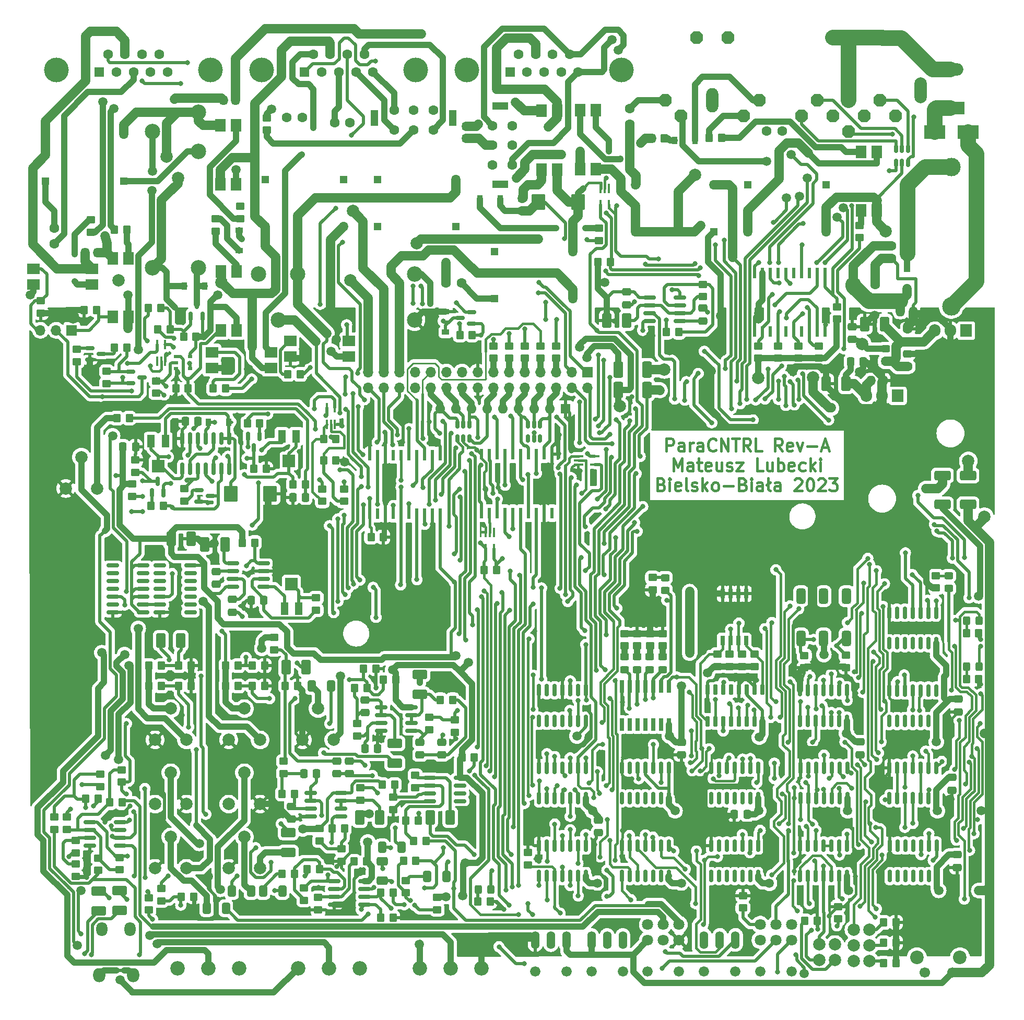
<source format=gtl>
G04 #@! TF.GenerationSoftware,KiCad,Pcbnew,6.0.2+dfsg-1*
G04 #@! TF.CreationDate,2023-04-04T21:33:43+02:00*
G04 #@! TF.ProjectId,fm-rpt-control,666d2d72-7074-42d6-936f-6e74726f6c2e,A*
G04 #@! TF.SameCoordinates,Original*
G04 #@! TF.FileFunction,Copper,L1,Top*
G04 #@! TF.FilePolarity,Positive*
%FSLAX46Y46*%
G04 Gerber Fmt 4.6, Leading zero omitted, Abs format (unit mm)*
G04 Created by KiCad (PCBNEW 6.0.2+dfsg-1) date 2023-04-04 21:33:43*
%MOMM*%
%LPD*%
G01*
G04 APERTURE LIST*
G04 Aperture macros list*
%AMRoundRect*
0 Rectangle with rounded corners*
0 $1 Rounding radius*
0 $2 $3 $4 $5 $6 $7 $8 $9 X,Y pos of 4 corners*
0 Add a 4 corners polygon primitive as box body*
4,1,4,$2,$3,$4,$5,$6,$7,$8,$9,$2,$3,0*
0 Add four circle primitives for the rounded corners*
1,1,$1+$1,$2,$3*
1,1,$1+$1,$4,$5*
1,1,$1+$1,$6,$7*
1,1,$1+$1,$8,$9*
0 Add four rect primitives between the rounded corners*
20,1,$1+$1,$2,$3,$4,$5,0*
20,1,$1+$1,$4,$5,$6,$7,0*
20,1,$1+$1,$6,$7,$8,$9,0*
20,1,$1+$1,$8,$9,$2,$3,0*%
%AMOutline5P*
0 Free polygon, 5 corners , with rotation*
0 The origin of the aperture is its center*
0 number of corners: always 5*
0 $1 to $10 corner X, Y*
0 $11 Rotation angle, in degrees counterclockwise*
0 create outline with 5 corners*
4,1,5,$1,$2,$3,$4,$5,$6,$7,$8,$9,$10,$1,$2,$11*%
%AMOutline6P*
0 Free polygon, 6 corners , with rotation*
0 The origin of the aperture is its center*
0 number of corners: always 6*
0 $1 to $12 corner X, Y*
0 $13 Rotation angle, in degrees counterclockwise*
0 create outline with 6 corners*
4,1,6,$1,$2,$3,$4,$5,$6,$7,$8,$9,$10,$11,$12,$1,$2,$13*%
%AMOutline7P*
0 Free polygon, 7 corners , with rotation*
0 The origin of the aperture is its center*
0 number of corners: always 7*
0 $1 to $14 corner X, Y*
0 $15 Rotation angle, in degrees counterclockwise*
0 create outline with 7 corners*
4,1,7,$1,$2,$3,$4,$5,$6,$7,$8,$9,$10,$11,$12,$13,$14,$1,$2,$15*%
%AMOutline8P*
0 Free polygon, 8 corners , with rotation*
0 The origin of the aperture is its center*
0 number of corners: always 8*
0 $1 to $16 corner X, Y*
0 $17 Rotation angle, in degrees counterclockwise*
0 create outline with 8 corners*
4,1,8,$1,$2,$3,$4,$5,$6,$7,$8,$9,$10,$11,$12,$13,$14,$15,$16,$1,$2,$17*%
G04 Aperture macros list end*
%ADD10C,0.400000*%
G04 #@! TA.AperFunction,NonConductor*
%ADD11C,0.400000*%
G04 #@! TD*
G04 #@! TA.AperFunction,SMDPad,CuDef*
%ADD12RoundRect,0.250000X0.350000X0.450000X-0.350000X0.450000X-0.350000X-0.450000X0.350000X-0.450000X0*%
G04 #@! TD*
G04 #@! TA.AperFunction,SMDPad,CuDef*
%ADD13RoundRect,0.250001X0.499999X0.924999X-0.499999X0.924999X-0.499999X-0.924999X0.499999X-0.924999X0*%
G04 #@! TD*
G04 #@! TA.AperFunction,SMDPad,CuDef*
%ADD14RoundRect,0.250000X-0.412500X-0.650000X0.412500X-0.650000X0.412500X0.650000X-0.412500X0.650000X0*%
G04 #@! TD*
G04 #@! TA.AperFunction,ComponentPad*
%ADD15C,1.600000*%
G04 #@! TD*
G04 #@! TA.AperFunction,ComponentPad*
%ADD16R,1.200000X2.500000*%
G04 #@! TD*
G04 #@! TA.AperFunction,SMDPad,CuDef*
%ADD17RoundRect,0.250000X-0.475000X0.337500X-0.475000X-0.337500X0.475000X-0.337500X0.475000X0.337500X0*%
G04 #@! TD*
G04 #@! TA.AperFunction,SMDPad,CuDef*
%ADD18R,3.500000X2.300000*%
G04 #@! TD*
G04 #@! TA.AperFunction,ComponentPad*
%ADD19O,1.422400X2.844800*%
G04 #@! TD*
G04 #@! TA.AperFunction,ComponentPad*
%ADD20C,1.676400*%
G04 #@! TD*
G04 #@! TA.AperFunction,SMDPad,CuDef*
%ADD21RoundRect,0.250000X-0.450000X0.350000X-0.450000X-0.350000X0.450000X-0.350000X0.450000X0.350000X0*%
G04 #@! TD*
G04 #@! TA.AperFunction,ComponentPad*
%ADD22C,2.000000*%
G04 #@! TD*
G04 #@! TA.AperFunction,SMDPad,CuDef*
%ADD23RoundRect,0.150000X0.150000X-0.587500X0.150000X0.587500X-0.150000X0.587500X-0.150000X-0.587500X0*%
G04 #@! TD*
G04 #@! TA.AperFunction,ComponentPad*
%ADD24Outline8P,-0.990600X0.495300X-0.495300X0.990600X0.495300X0.990600X0.990600X0.495300X0.990600X-0.495300X0.495300X-0.990600X-0.495300X-0.990600X-0.990600X-0.495300X180.000000*%
G04 #@! TD*
G04 #@! TA.AperFunction,ComponentPad*
%ADD25O,1.981200X3.962400*%
G04 #@! TD*
G04 #@! TA.AperFunction,SMDPad,CuDef*
%ADD26RoundRect,0.250000X-0.650000X0.412500X-0.650000X-0.412500X0.650000X-0.412500X0.650000X0.412500X0*%
G04 #@! TD*
G04 #@! TA.AperFunction,SMDPad,CuDef*
%ADD27RoundRect,0.250000X0.450000X-0.350000X0.450000X0.350000X-0.450000X0.350000X-0.450000X-0.350000X0*%
G04 #@! TD*
G04 #@! TA.AperFunction,SMDPad,CuDef*
%ADD28RoundRect,0.150000X-0.150000X0.825000X-0.150000X-0.825000X0.150000X-0.825000X0.150000X0.825000X0*%
G04 #@! TD*
G04 #@! TA.AperFunction,SMDPad,CuDef*
%ADD29RoundRect,0.250000X-0.350000X-0.450000X0.350000X-0.450000X0.350000X0.450000X-0.350000X0.450000X0*%
G04 #@! TD*
G04 #@! TA.AperFunction,SMDPad,CuDef*
%ADD30RoundRect,0.250000X0.337500X0.475000X-0.337500X0.475000X-0.337500X-0.475000X0.337500X-0.475000X0*%
G04 #@! TD*
G04 #@! TA.AperFunction,SMDPad,CuDef*
%ADD31RoundRect,0.250000X0.475000X-0.337500X0.475000X0.337500X-0.475000X0.337500X-0.475000X-0.337500X0*%
G04 #@! TD*
G04 #@! TA.AperFunction,ComponentPad*
%ADD32C,4.000000*%
G04 #@! TD*
G04 #@! TA.AperFunction,ComponentPad*
%ADD33R,1.600000X1.600000*%
G04 #@! TD*
G04 #@! TA.AperFunction,SMDPad,CuDef*
%ADD34RoundRect,0.250000X-0.450000X0.325000X-0.450000X-0.325000X0.450000X-0.325000X0.450000X0.325000X0*%
G04 #@! TD*
G04 #@! TA.AperFunction,SMDPad,CuDef*
%ADD35RoundRect,0.250000X-0.875000X-1.025000X0.875000X-1.025000X0.875000X1.025000X-0.875000X1.025000X0*%
G04 #@! TD*
G04 #@! TA.AperFunction,SMDPad,CuDef*
%ADD36RoundRect,0.150000X-0.825000X-0.150000X0.825000X-0.150000X0.825000X0.150000X-0.825000X0.150000X0*%
G04 #@! TD*
G04 #@! TA.AperFunction,ComponentPad*
%ADD37O,1.600000X1.600000*%
G04 #@! TD*
G04 #@! TA.AperFunction,SMDPad,CuDef*
%ADD38RoundRect,0.250000X0.412500X0.650000X-0.412500X0.650000X-0.412500X-0.650000X0.412500X-0.650000X0*%
G04 #@! TD*
G04 #@! TA.AperFunction,SMDPad,CuDef*
%ADD39R,0.400000X1.500000*%
G04 #@! TD*
G04 #@! TA.AperFunction,ComponentPad*
%ADD40R,1.700000X1.700000*%
G04 #@! TD*
G04 #@! TA.AperFunction,ComponentPad*
%ADD41O,1.700000X1.700000*%
G04 #@! TD*
G04 #@! TA.AperFunction,ComponentPad*
%ADD42R,1.308000X1.308000*%
G04 #@! TD*
G04 #@! TA.AperFunction,SMDPad,CuDef*
%ADD43R,0.660400X2.032000*%
G04 #@! TD*
G04 #@! TA.AperFunction,ComponentPad*
%ADD44C,1.800000*%
G04 #@! TD*
G04 #@! TA.AperFunction,SMDPad,CuDef*
%ADD45RoundRect,0.250000X-0.337500X-0.475000X0.337500X-0.475000X0.337500X0.475000X-0.337500X0.475000X0*%
G04 #@! TD*
G04 #@! TA.AperFunction,SMDPad,CuDef*
%ADD46RoundRect,0.150000X0.150000X-0.512500X0.150000X0.512500X-0.150000X0.512500X-0.150000X-0.512500X0*%
G04 #@! TD*
G04 #@! TA.AperFunction,SMDPad,CuDef*
%ADD47RoundRect,0.375000X0.375000X-0.875000X0.375000X0.875000X-0.375000X0.875000X-0.375000X-0.875000X0*%
G04 #@! TD*
G04 #@! TA.AperFunction,ComponentPad*
%ADD48C,2.340000*%
G04 #@! TD*
G04 #@! TA.AperFunction,ComponentPad*
%ADD49R,2.500000X1.200000*%
G04 #@! TD*
G04 #@! TA.AperFunction,SMDPad,CuDef*
%ADD50R,1.780000X2.000000*%
G04 #@! TD*
G04 #@! TA.AperFunction,SMDPad,CuDef*
%ADD51RoundRect,0.249999X-0.512501X-1.075001X0.512501X-1.075001X0.512501X1.075001X-0.512501X1.075001X0*%
G04 #@! TD*
G04 #@! TA.AperFunction,SMDPad,CuDef*
%ADD52R,0.900000X1.200000*%
G04 #@! TD*
G04 #@! TA.AperFunction,SMDPad,CuDef*
%ADD53RoundRect,0.150000X-0.587500X-0.150000X0.587500X-0.150000X0.587500X0.150000X-0.587500X0.150000X0*%
G04 #@! TD*
G04 #@! TA.AperFunction,SMDPad,CuDef*
%ADD54RoundRect,0.150000X-0.150000X0.587500X-0.150000X-0.587500X0.150000X-0.587500X0.150000X0.587500X0*%
G04 #@! TD*
G04 #@! TA.AperFunction,SMDPad,CuDef*
%ADD55R,0.700000X0.510000*%
G04 #@! TD*
G04 #@! TA.AperFunction,SMDPad,CuDef*
%ADD56RoundRect,0.250001X-0.499999X-0.924999X0.499999X-0.924999X0.499999X0.924999X-0.499999X0.924999X0*%
G04 #@! TD*
G04 #@! TA.AperFunction,ComponentPad*
%ADD57O,1.800000X2.300000*%
G04 #@! TD*
G04 #@! TA.AperFunction,ComponentPad*
%ADD58O,2.000000X2.300000*%
G04 #@! TD*
G04 #@! TA.AperFunction,SMDPad,CuDef*
%ADD59R,1.500000X0.400000*%
G04 #@! TD*
G04 #@! TA.AperFunction,SMDPad,CuDef*
%ADD60R,2.000000X1.780000*%
G04 #@! TD*
G04 #@! TA.AperFunction,ComponentPad*
%ADD61C,2.200000*%
G04 #@! TD*
G04 #@! TA.AperFunction,ComponentPad*
%ADD62C,1.700000*%
G04 #@! TD*
G04 #@! TA.AperFunction,SMDPad,CuDef*
%ADD63RoundRect,0.150000X0.587500X0.150000X-0.587500X0.150000X-0.587500X-0.150000X0.587500X-0.150000X0*%
G04 #@! TD*
G04 #@! TA.AperFunction,SMDPad,CuDef*
%ADD64R,1.300000X2.000000*%
G04 #@! TD*
G04 #@! TA.AperFunction,SMDPad,CuDef*
%ADD65R,2.000000X2.000000*%
G04 #@! TD*
G04 #@! TA.AperFunction,SMDPad,CuDef*
%ADD66RoundRect,0.150000X-0.150000X0.725000X-0.150000X-0.725000X0.150000X-0.725000X0.150000X0.725000X0*%
G04 #@! TD*
G04 #@! TA.AperFunction,SMDPad,CuDef*
%ADD67RoundRect,0.250001X-0.924999X0.499999X-0.924999X-0.499999X0.924999X-0.499999X0.924999X0.499999X0*%
G04 #@! TD*
G04 #@! TA.AperFunction,SMDPad,CuDef*
%ADD68R,0.533400X1.803400*%
G04 #@! TD*
G04 #@! TA.AperFunction,SMDPad,CuDef*
%ADD69RoundRect,0.249999X-1.075001X0.512501X-1.075001X-0.512501X1.075001X-0.512501X1.075001X0.512501X0*%
G04 #@! TD*
G04 #@! TA.AperFunction,SMDPad,CuDef*
%ADD70RoundRect,0.250000X-0.325000X-0.450000X0.325000X-0.450000X0.325000X0.450000X-0.325000X0.450000X0*%
G04 #@! TD*
G04 #@! TA.AperFunction,SMDPad,CuDef*
%ADD71RoundRect,0.250001X0.924999X-0.499999X0.924999X0.499999X-0.924999X0.499999X-0.924999X-0.499999X0*%
G04 #@! TD*
G04 #@! TA.AperFunction,ComponentPad*
%ADD72R,1.905000X2.000000*%
G04 #@! TD*
G04 #@! TA.AperFunction,ComponentPad*
%ADD73O,1.905000X2.000000*%
G04 #@! TD*
G04 #@! TA.AperFunction,SMDPad,CuDef*
%ADD74R,1.200000X0.900000*%
G04 #@! TD*
G04 #@! TA.AperFunction,ComponentPad*
%ADD75R,4.600000X2.000000*%
G04 #@! TD*
G04 #@! TA.AperFunction,ComponentPad*
%ADD76O,4.200000X2.000000*%
G04 #@! TD*
G04 #@! TA.AperFunction,ComponentPad*
%ADD77O,2.000000X4.200000*%
G04 #@! TD*
G04 #@! TA.AperFunction,ComponentPad*
%ADD78C,3.000000*%
G04 #@! TD*
G04 #@! TA.AperFunction,ComponentPad*
%ADD79C,2.500000*%
G04 #@! TD*
G04 #@! TA.AperFunction,SMDPad,CuDef*
%ADD80R,0.760000X1.600000*%
G04 #@! TD*
G04 #@! TA.AperFunction,SMDPad,CuDef*
%ADD81RoundRect,0.250000X0.450000X-0.325000X0.450000X0.325000X-0.450000X0.325000X-0.450000X-0.325000X0*%
G04 #@! TD*
G04 #@! TA.AperFunction,ComponentPad*
%ADD82C,1.981200*%
G04 #@! TD*
G04 #@! TA.AperFunction,SMDPad,CuDef*
%ADD83R,1.000000X1.000000*%
G04 #@! TD*
G04 #@! TA.AperFunction,SMDPad,CuDef*
%ADD84R,2.600000X0.600000*%
G04 #@! TD*
G04 #@! TA.AperFunction,ComponentPad*
%ADD85C,0.500000*%
G04 #@! TD*
G04 #@! TA.AperFunction,ViaPad*
%ADD86C,0.800000*%
G04 #@! TD*
G04 #@! TA.AperFunction,ViaPad*
%ADD87C,1.500000*%
G04 #@! TD*
G04 #@! TA.AperFunction,ViaPad*
%ADD88C,2.000000*%
G04 #@! TD*
G04 #@! TA.AperFunction,Conductor*
%ADD89C,0.381000*%
G04 #@! TD*
G04 #@! TA.AperFunction,Conductor*
%ADD90C,0.508000*%
G04 #@! TD*
G04 #@! TA.AperFunction,Conductor*
%ADD91C,1.524000*%
G04 #@! TD*
G04 #@! TA.AperFunction,Conductor*
%ADD92C,1.016000*%
G04 #@! TD*
G04 #@! TA.AperFunction,Conductor*
%ADD93C,0.254000*%
G04 #@! TD*
G04 #@! TA.AperFunction,Conductor*
%ADD94C,2.540000*%
G04 #@! TD*
G04 APERTURE END LIST*
D10*
D11*
X120752380Y-85084761D02*
X120752380Y-83084761D01*
X121514285Y-83084761D01*
X121704761Y-83180000D01*
X121800000Y-83275238D01*
X121895238Y-83465714D01*
X121895238Y-83751428D01*
X121800000Y-83941904D01*
X121704761Y-84037142D01*
X121514285Y-84132380D01*
X120752380Y-84132380D01*
X123609523Y-85084761D02*
X123609523Y-84037142D01*
X123514285Y-83846666D01*
X123323809Y-83751428D01*
X122942857Y-83751428D01*
X122752380Y-83846666D01*
X123609523Y-84989523D02*
X123419047Y-85084761D01*
X122942857Y-85084761D01*
X122752380Y-84989523D01*
X122657142Y-84799047D01*
X122657142Y-84608571D01*
X122752380Y-84418095D01*
X122942857Y-84322857D01*
X123419047Y-84322857D01*
X123609523Y-84227619D01*
X124561904Y-85084761D02*
X124561904Y-83751428D01*
X124561904Y-84132380D02*
X124657142Y-83941904D01*
X124752380Y-83846666D01*
X124942857Y-83751428D01*
X125133333Y-83751428D01*
X126657142Y-85084761D02*
X126657142Y-84037142D01*
X126561904Y-83846666D01*
X126371428Y-83751428D01*
X125990476Y-83751428D01*
X125800000Y-83846666D01*
X126657142Y-84989523D02*
X126466666Y-85084761D01*
X125990476Y-85084761D01*
X125800000Y-84989523D01*
X125704761Y-84799047D01*
X125704761Y-84608571D01*
X125800000Y-84418095D01*
X125990476Y-84322857D01*
X126466666Y-84322857D01*
X126657142Y-84227619D01*
X128752380Y-84894285D02*
X128657142Y-84989523D01*
X128371428Y-85084761D01*
X128180952Y-85084761D01*
X127895238Y-84989523D01*
X127704761Y-84799047D01*
X127609523Y-84608571D01*
X127514285Y-84227619D01*
X127514285Y-83941904D01*
X127609523Y-83560952D01*
X127704761Y-83370476D01*
X127895238Y-83180000D01*
X128180952Y-83084761D01*
X128371428Y-83084761D01*
X128657142Y-83180000D01*
X128752380Y-83275238D01*
X129609523Y-85084761D02*
X129609523Y-83084761D01*
X130752380Y-85084761D01*
X130752380Y-83084761D01*
X131419047Y-83084761D02*
X132561904Y-83084761D01*
X131990476Y-85084761D02*
X131990476Y-83084761D01*
X134371428Y-85084761D02*
X133704761Y-84132380D01*
X133228571Y-85084761D02*
X133228571Y-83084761D01*
X133990476Y-83084761D01*
X134180952Y-83180000D01*
X134276190Y-83275238D01*
X134371428Y-83465714D01*
X134371428Y-83751428D01*
X134276190Y-83941904D01*
X134180952Y-84037142D01*
X133990476Y-84132380D01*
X133228571Y-84132380D01*
X136180952Y-85084761D02*
X135228571Y-85084761D01*
X135228571Y-83084761D01*
X139514285Y-85084761D02*
X138847619Y-84132380D01*
X138371428Y-85084761D02*
X138371428Y-83084761D01*
X139133333Y-83084761D01*
X139323809Y-83180000D01*
X139419047Y-83275238D01*
X139514285Y-83465714D01*
X139514285Y-83751428D01*
X139419047Y-83941904D01*
X139323809Y-84037142D01*
X139133333Y-84132380D01*
X138371428Y-84132380D01*
X141133333Y-84989523D02*
X140942857Y-85084761D01*
X140561904Y-85084761D01*
X140371428Y-84989523D01*
X140276190Y-84799047D01*
X140276190Y-84037142D01*
X140371428Y-83846666D01*
X140561904Y-83751428D01*
X140942857Y-83751428D01*
X141133333Y-83846666D01*
X141228571Y-84037142D01*
X141228571Y-84227619D01*
X140276190Y-84418095D01*
X141895238Y-83751428D02*
X142371428Y-85084761D01*
X142847619Y-83751428D01*
X143609523Y-84322857D02*
X145133333Y-84322857D01*
X145990476Y-84513333D02*
X146942857Y-84513333D01*
X145800000Y-85084761D02*
X146466666Y-83084761D01*
X147133333Y-85084761D01*
X121895238Y-88304761D02*
X121895238Y-86304761D01*
X122561904Y-87733333D01*
X123228571Y-86304761D01*
X123228571Y-88304761D01*
X125038095Y-88304761D02*
X125038095Y-87257142D01*
X124942857Y-87066666D01*
X124752380Y-86971428D01*
X124371428Y-86971428D01*
X124180952Y-87066666D01*
X125038095Y-88209523D02*
X124847619Y-88304761D01*
X124371428Y-88304761D01*
X124180952Y-88209523D01*
X124085714Y-88019047D01*
X124085714Y-87828571D01*
X124180952Y-87638095D01*
X124371428Y-87542857D01*
X124847619Y-87542857D01*
X125038095Y-87447619D01*
X125704761Y-86971428D02*
X126466666Y-86971428D01*
X125990476Y-86304761D02*
X125990476Y-88019047D01*
X126085714Y-88209523D01*
X126276190Y-88304761D01*
X126466666Y-88304761D01*
X127895238Y-88209523D02*
X127704761Y-88304761D01*
X127323809Y-88304761D01*
X127133333Y-88209523D01*
X127038095Y-88019047D01*
X127038095Y-87257142D01*
X127133333Y-87066666D01*
X127323809Y-86971428D01*
X127704761Y-86971428D01*
X127895238Y-87066666D01*
X127990476Y-87257142D01*
X127990476Y-87447619D01*
X127038095Y-87638095D01*
X129704761Y-86971428D02*
X129704761Y-88304761D01*
X128847619Y-86971428D02*
X128847619Y-88019047D01*
X128942857Y-88209523D01*
X129133333Y-88304761D01*
X129419047Y-88304761D01*
X129609523Y-88209523D01*
X129704761Y-88114285D01*
X130561904Y-88209523D02*
X130752380Y-88304761D01*
X131133333Y-88304761D01*
X131323809Y-88209523D01*
X131419047Y-88019047D01*
X131419047Y-87923809D01*
X131323809Y-87733333D01*
X131133333Y-87638095D01*
X130847619Y-87638095D01*
X130657142Y-87542857D01*
X130561904Y-87352380D01*
X130561904Y-87257142D01*
X130657142Y-87066666D01*
X130847619Y-86971428D01*
X131133333Y-86971428D01*
X131323809Y-87066666D01*
X132085714Y-86971428D02*
X133133333Y-86971428D01*
X132085714Y-88304761D01*
X133133333Y-88304761D01*
X136371428Y-88304761D02*
X135419047Y-88304761D01*
X135419047Y-86304761D01*
X137895238Y-86971428D02*
X137895238Y-88304761D01*
X137038095Y-86971428D02*
X137038095Y-88019047D01*
X137133333Y-88209523D01*
X137323809Y-88304761D01*
X137609523Y-88304761D01*
X137800000Y-88209523D01*
X137895238Y-88114285D01*
X138847619Y-88304761D02*
X138847619Y-86304761D01*
X138847619Y-87066666D02*
X139038095Y-86971428D01*
X139419047Y-86971428D01*
X139609523Y-87066666D01*
X139704761Y-87161904D01*
X139800000Y-87352380D01*
X139800000Y-87923809D01*
X139704761Y-88114285D01*
X139609523Y-88209523D01*
X139419047Y-88304761D01*
X139038095Y-88304761D01*
X138847619Y-88209523D01*
X141419047Y-88209523D02*
X141228571Y-88304761D01*
X140847619Y-88304761D01*
X140657142Y-88209523D01*
X140561904Y-88019047D01*
X140561904Y-87257142D01*
X140657142Y-87066666D01*
X140847619Y-86971428D01*
X141228571Y-86971428D01*
X141419047Y-87066666D01*
X141514285Y-87257142D01*
X141514285Y-87447619D01*
X140561904Y-87638095D01*
X143228571Y-88209523D02*
X143038095Y-88304761D01*
X142657142Y-88304761D01*
X142466666Y-88209523D01*
X142371428Y-88114285D01*
X142276190Y-87923809D01*
X142276190Y-87352380D01*
X142371428Y-87161904D01*
X142466666Y-87066666D01*
X142657142Y-86971428D01*
X143038095Y-86971428D01*
X143228571Y-87066666D01*
X144085714Y-88304761D02*
X144085714Y-86304761D01*
X144276190Y-87542857D02*
X144847619Y-88304761D01*
X144847619Y-86971428D02*
X144085714Y-87733333D01*
X145704761Y-88304761D02*
X145704761Y-86971428D01*
X145704761Y-86304761D02*
X145609523Y-86400000D01*
X145704761Y-86495238D01*
X145800000Y-86400000D01*
X145704761Y-86304761D01*
X145704761Y-86495238D01*
X119942857Y-90477142D02*
X120228571Y-90572380D01*
X120323809Y-90667619D01*
X120419047Y-90858095D01*
X120419047Y-91143809D01*
X120323809Y-91334285D01*
X120228571Y-91429523D01*
X120038095Y-91524761D01*
X119276190Y-91524761D01*
X119276190Y-89524761D01*
X119942857Y-89524761D01*
X120133333Y-89620000D01*
X120228571Y-89715238D01*
X120323809Y-89905714D01*
X120323809Y-90096190D01*
X120228571Y-90286666D01*
X120133333Y-90381904D01*
X119942857Y-90477142D01*
X119276190Y-90477142D01*
X121276190Y-91524761D02*
X121276190Y-90191428D01*
X121276190Y-89524761D02*
X121180952Y-89620000D01*
X121276190Y-89715238D01*
X121371428Y-89620000D01*
X121276190Y-89524761D01*
X121276190Y-89715238D01*
X122990476Y-91429523D02*
X122800000Y-91524761D01*
X122419047Y-91524761D01*
X122228571Y-91429523D01*
X122133333Y-91239047D01*
X122133333Y-90477142D01*
X122228571Y-90286666D01*
X122419047Y-90191428D01*
X122800000Y-90191428D01*
X122990476Y-90286666D01*
X123085714Y-90477142D01*
X123085714Y-90667619D01*
X122133333Y-90858095D01*
X124228571Y-91524761D02*
X124038095Y-91429523D01*
X123942857Y-91239047D01*
X123942857Y-89524761D01*
X124895238Y-91429523D02*
X125085714Y-91524761D01*
X125466666Y-91524761D01*
X125657142Y-91429523D01*
X125752380Y-91239047D01*
X125752380Y-91143809D01*
X125657142Y-90953333D01*
X125466666Y-90858095D01*
X125180952Y-90858095D01*
X124990476Y-90762857D01*
X124895238Y-90572380D01*
X124895238Y-90477142D01*
X124990476Y-90286666D01*
X125180952Y-90191428D01*
X125466666Y-90191428D01*
X125657142Y-90286666D01*
X126609523Y-91524761D02*
X126609523Y-89524761D01*
X126800000Y-90762857D02*
X127371428Y-91524761D01*
X127371428Y-90191428D02*
X126609523Y-90953333D01*
X128514285Y-91524761D02*
X128323809Y-91429523D01*
X128228571Y-91334285D01*
X128133333Y-91143809D01*
X128133333Y-90572380D01*
X128228571Y-90381904D01*
X128323809Y-90286666D01*
X128514285Y-90191428D01*
X128800000Y-90191428D01*
X128990476Y-90286666D01*
X129085714Y-90381904D01*
X129180952Y-90572380D01*
X129180952Y-91143809D01*
X129085714Y-91334285D01*
X128990476Y-91429523D01*
X128800000Y-91524761D01*
X128514285Y-91524761D01*
X130038095Y-90762857D02*
X131561904Y-90762857D01*
X133180952Y-90477142D02*
X133466666Y-90572380D01*
X133561904Y-90667619D01*
X133657142Y-90858095D01*
X133657142Y-91143809D01*
X133561904Y-91334285D01*
X133466666Y-91429523D01*
X133276190Y-91524761D01*
X132514285Y-91524761D01*
X132514285Y-89524761D01*
X133180952Y-89524761D01*
X133371428Y-89620000D01*
X133466666Y-89715238D01*
X133561904Y-89905714D01*
X133561904Y-90096190D01*
X133466666Y-90286666D01*
X133371428Y-90381904D01*
X133180952Y-90477142D01*
X132514285Y-90477142D01*
X134514285Y-91524761D02*
X134514285Y-90191428D01*
X134514285Y-89524761D02*
X134419047Y-89620000D01*
X134514285Y-89715238D01*
X134609523Y-89620000D01*
X134514285Y-89524761D01*
X134514285Y-89715238D01*
X136323809Y-91524761D02*
X136323809Y-90477142D01*
X136228571Y-90286666D01*
X136038095Y-90191428D01*
X135657142Y-90191428D01*
X135466666Y-90286666D01*
X136323809Y-91429523D02*
X136133333Y-91524761D01*
X135657142Y-91524761D01*
X135466666Y-91429523D01*
X135371428Y-91239047D01*
X135371428Y-91048571D01*
X135466666Y-90858095D01*
X135657142Y-90762857D01*
X136133333Y-90762857D01*
X136323809Y-90667619D01*
X137561904Y-91524761D02*
X137371428Y-91429523D01*
X137276190Y-91239047D01*
X137276190Y-89524761D01*
X136990476Y-90572380D02*
X137561904Y-90191428D01*
X139180952Y-91524761D02*
X139180952Y-90477142D01*
X139085714Y-90286666D01*
X138895238Y-90191428D01*
X138514285Y-90191428D01*
X138323809Y-90286666D01*
X139180952Y-91429523D02*
X138990476Y-91524761D01*
X138514285Y-91524761D01*
X138323809Y-91429523D01*
X138228571Y-91239047D01*
X138228571Y-91048571D01*
X138323809Y-90858095D01*
X138514285Y-90762857D01*
X138990476Y-90762857D01*
X139180952Y-90667619D01*
X141561904Y-89715238D02*
X141657142Y-89620000D01*
X141847619Y-89524761D01*
X142323809Y-89524761D01*
X142514285Y-89620000D01*
X142609523Y-89715238D01*
X142704761Y-89905714D01*
X142704761Y-90096190D01*
X142609523Y-90381904D01*
X141466666Y-91524761D01*
X142704761Y-91524761D01*
X143942857Y-89524761D02*
X144133333Y-89524761D01*
X144323809Y-89620000D01*
X144419047Y-89715238D01*
X144514285Y-89905714D01*
X144609523Y-90286666D01*
X144609523Y-90762857D01*
X144514285Y-91143809D01*
X144419047Y-91334285D01*
X144323809Y-91429523D01*
X144133333Y-91524761D01*
X143942857Y-91524761D01*
X143752380Y-91429523D01*
X143657142Y-91334285D01*
X143561904Y-91143809D01*
X143466666Y-90762857D01*
X143466666Y-90286666D01*
X143561904Y-89905714D01*
X143657142Y-89715238D01*
X143752380Y-89620000D01*
X143942857Y-89524761D01*
X145371428Y-89715238D02*
X145466666Y-89620000D01*
X145657142Y-89524761D01*
X146133333Y-89524761D01*
X146323809Y-89620000D01*
X146419047Y-89715238D01*
X146514285Y-89905714D01*
X146514285Y-90096190D01*
X146419047Y-90381904D01*
X145276190Y-91524761D01*
X146514285Y-91524761D01*
X147180952Y-89524761D02*
X148419047Y-89524761D01*
X147752380Y-90286666D01*
X148038095Y-90286666D01*
X148228571Y-90381904D01*
X148323809Y-90477142D01*
X148419047Y-90667619D01*
X148419047Y-91143809D01*
X148323809Y-91334285D01*
X148228571Y-91429523D01*
X148038095Y-91524761D01*
X147466666Y-91524761D01*
X147276190Y-91429523D01*
X147180952Y-91334285D01*
D12*
X54000000Y-99950000D03*
X52000000Y-99950000D03*
D13*
X114325000Y-63950000D03*
X111075000Y-63950000D03*
D14*
X74637500Y-149352000D03*
X77762500Y-149352000D03*
D15*
X76575000Y-29826000D03*
X79750000Y-29826000D03*
X82925000Y-29826000D03*
X76575000Y-33001000D03*
X79750000Y-33001000D03*
X82925000Y-33001000D03*
D16*
X73400000Y-31096000D03*
X86100000Y-31096000D03*
D17*
X157226000Y-51794500D03*
X157226000Y-53869500D03*
D13*
X149875000Y-74150000D03*
X146625000Y-74150000D03*
D12*
X89250000Y-66250000D03*
X87250000Y-66250000D03*
X81772000Y-148336000D03*
X79772000Y-148336000D03*
D18*
X169630000Y-33370000D03*
X164230000Y-33370000D03*
D19*
X104550000Y-164400000D03*
X102010000Y-164400000D03*
X99470000Y-164400000D03*
D20*
X104550000Y-169480000D03*
X99470000Y-169480000D03*
D21*
X25000000Y-152050000D03*
X25000000Y-154050000D03*
D22*
X42926000Y-131941000D03*
X40386000Y-126861000D03*
X37846000Y-131941000D03*
D23*
X43630000Y-63207500D03*
X45530000Y-63207500D03*
X44580000Y-61332500D03*
D22*
X54864000Y-142355000D03*
X52324000Y-137275000D03*
X49784000Y-142355000D03*
D24*
X120580000Y-28210000D03*
D25*
X128200000Y-28210000D03*
D24*
X135820000Y-28210000D03*
X123120000Y-30750000D03*
X133280000Y-30750000D03*
X130740000Y-18050000D03*
X125660000Y-18050000D03*
D26*
X74676000Y-151638000D03*
X74676000Y-154763000D03*
D27*
X97756000Y-70056000D03*
X97756000Y-68056000D03*
X64262000Y-159496000D03*
X64262000Y-157496000D03*
D28*
X121110000Y-136465000D03*
X119840000Y-136465000D03*
X118570000Y-136465000D03*
X117300000Y-136465000D03*
X116030000Y-136465000D03*
X114760000Y-136465000D03*
X113490000Y-136465000D03*
X113490000Y-141415000D03*
X114760000Y-141415000D03*
X116030000Y-141415000D03*
X117300000Y-141415000D03*
X118570000Y-141415000D03*
X119840000Y-141415000D03*
X121110000Y-141415000D03*
D29*
X72850000Y-99050000D03*
X74850000Y-99050000D03*
D28*
X150070000Y-136455000D03*
X148800000Y-136455000D03*
X147530000Y-136455000D03*
X146260000Y-136455000D03*
X144990000Y-136455000D03*
X143720000Y-136455000D03*
X142450000Y-136455000D03*
X142450000Y-141405000D03*
X143720000Y-141405000D03*
X144990000Y-141405000D03*
X146260000Y-141405000D03*
X147530000Y-141405000D03*
X148800000Y-141405000D03*
X150070000Y-141405000D03*
D30*
X55487500Y-109300000D03*
X53412500Y-109300000D03*
D29*
X49292000Y-123190000D03*
X51292000Y-123190000D03*
D31*
X159860000Y-71387500D03*
X159860000Y-69312500D03*
D27*
X129000000Y-120050000D03*
X129000000Y-118050000D03*
X32400000Y-138800000D03*
X32400000Y-136800000D03*
D32*
X46850000Y-23280331D03*
X21850000Y-23280331D03*
D33*
X28810000Y-23580331D03*
D15*
X31580000Y-23580331D03*
X34350000Y-23580331D03*
X37120000Y-23580331D03*
X39890000Y-23580331D03*
X30195000Y-20740331D03*
X32965000Y-20740331D03*
X35735000Y-20740331D03*
X38505000Y-20740331D03*
D31*
X47750000Y-106687500D03*
X47750000Y-104612500D03*
D34*
X120100000Y-118475000D03*
X120100000Y-120525000D03*
D35*
X100000000Y-44700000D03*
X106400000Y-44700000D03*
D31*
X59944000Y-144785500D03*
X59944000Y-142710500D03*
D28*
X121120000Y-149095000D03*
X119850000Y-149095000D03*
X118580000Y-149095000D03*
X117310000Y-149095000D03*
X116040000Y-149095000D03*
X114770000Y-149095000D03*
X113500000Y-149095000D03*
X113500000Y-154045000D03*
X114770000Y-154045000D03*
X116040000Y-154045000D03*
X117310000Y-154045000D03*
X118580000Y-154045000D03*
X119850000Y-154045000D03*
X121120000Y-154045000D03*
D36*
X50475000Y-103295000D03*
X50475000Y-104565000D03*
X50475000Y-105835000D03*
X50475000Y-107105000D03*
X55425000Y-107105000D03*
X55425000Y-105835000D03*
X55425000Y-104565000D03*
X55425000Y-103295000D03*
D33*
X104375000Y-78200000D03*
D37*
X101835000Y-78200000D03*
X99295000Y-78200000D03*
X96755000Y-78200000D03*
X94215000Y-78200000D03*
X91675000Y-78200000D03*
X89135000Y-78200000D03*
X86595000Y-78200000D03*
X84055000Y-78200000D03*
D29*
X41672000Y-123190000D03*
X43672000Y-123190000D03*
D12*
X43200000Y-74950000D03*
X41200000Y-74950000D03*
D28*
X49860000Y-83025000D03*
X48590000Y-83025000D03*
X47320000Y-83025000D03*
X46050000Y-83025000D03*
X44780000Y-83025000D03*
X43510000Y-83025000D03*
X42240000Y-83025000D03*
X42240000Y-87975000D03*
X43510000Y-87975000D03*
X44780000Y-87975000D03*
X46050000Y-87975000D03*
X47320000Y-87975000D03*
X48590000Y-87975000D03*
X49860000Y-87975000D03*
D12*
X32500000Y-142100000D03*
X30500000Y-142100000D03*
D38*
X58458500Y-156464000D03*
X55333500Y-156464000D03*
D39*
X92750000Y-98270000D03*
X92100000Y-98270000D03*
X91450000Y-98270000D03*
X91450000Y-100930000D03*
X92750000Y-100930000D03*
D22*
X145530000Y-165130000D03*
X148070000Y-165130000D03*
X145530000Y-167670000D03*
X148070000Y-167670000D03*
D39*
X111400000Y-42470000D03*
X110750000Y-42470000D03*
X110100000Y-42470000D03*
X110100000Y-45130000D03*
X111400000Y-45130000D03*
D21*
X135670000Y-68030000D03*
X135670000Y-70030000D03*
D40*
X24335000Y-65500000D03*
D41*
X21795000Y-65500000D03*
X19255000Y-65500000D03*
D29*
X53850000Y-88000000D03*
X55850000Y-88000000D03*
D21*
X143100000Y-118250000D03*
X143100000Y-120250000D03*
D12*
X67150000Y-86570000D03*
X65150000Y-86570000D03*
D27*
X28950000Y-139500000D03*
X28950000Y-137500000D03*
D28*
X135600000Y-149085000D03*
X134330000Y-149085000D03*
X133060000Y-149085000D03*
X131790000Y-149085000D03*
X130520000Y-149085000D03*
X129250000Y-149085000D03*
X127980000Y-149085000D03*
X127980000Y-154035000D03*
X129250000Y-154035000D03*
X130520000Y-154035000D03*
X131790000Y-154035000D03*
X133060000Y-154035000D03*
X134330000Y-154035000D03*
X135600000Y-154035000D03*
D15*
X114830000Y-29570000D03*
X114830000Y-32070000D03*
D42*
X105615000Y-60375000D03*
X105615000Y-52755000D03*
X92915000Y-60375000D03*
X92915000Y-52755000D03*
D29*
X127690000Y-34320000D03*
X129690000Y-34320000D03*
D15*
X59200000Y-31000000D03*
X61700000Y-31000000D03*
D21*
X71120000Y-139716000D03*
X71120000Y-141716000D03*
D36*
X63057000Y-140573000D03*
X63057000Y-141843000D03*
X63057000Y-143113000D03*
X63057000Y-144383000D03*
X68007000Y-144383000D03*
X68007000Y-143113000D03*
X68007000Y-141843000D03*
X68007000Y-140573000D03*
D21*
X82296000Y-128286000D03*
X82296000Y-130286000D03*
D36*
X27225000Y-145245000D03*
X27225000Y-146515000D03*
X27225000Y-147785000D03*
X27225000Y-149055000D03*
X32175000Y-149055000D03*
X32175000Y-147785000D03*
X32175000Y-146515000D03*
X32175000Y-145245000D03*
D27*
X28600000Y-153100000D03*
X28600000Y-151100000D03*
D29*
X53610000Y-123190000D03*
X55610000Y-123190000D03*
D43*
X121110000Y-123306600D03*
X119840000Y-123306600D03*
X118570000Y-123306600D03*
X117300000Y-123306600D03*
X116030000Y-123306600D03*
X114760000Y-123306600D03*
X113490000Y-123306600D03*
X113490000Y-129453400D03*
X114760000Y-129453400D03*
X116030000Y-129453400D03*
X117300000Y-129453400D03*
X118570000Y-129453400D03*
X119840000Y-129453400D03*
X121110000Y-129453400D03*
D31*
X84300000Y-134387500D03*
X84300000Y-132312500D03*
D44*
X122790000Y-164420000D03*
X120250000Y-164420000D03*
X117710000Y-164420000D03*
X122790000Y-161880000D03*
X120250000Y-161880000D03*
X117710000Y-161880000D03*
D20*
X122790000Y-169500000D03*
X117710000Y-169500000D03*
D45*
X32612500Y-84400000D03*
X34687500Y-84400000D03*
D12*
X33650000Y-79750000D03*
X31650000Y-79750000D03*
D27*
X118500000Y-107600000D03*
X118500000Y-105600000D03*
D29*
X58944000Y-123190000D03*
X60944000Y-123190000D03*
D27*
X92676000Y-70056000D03*
X92676000Y-68056000D03*
X80010000Y-139684000D03*
X80010000Y-137684000D03*
D12*
X76850000Y-122200000D03*
X74850000Y-122200000D03*
D21*
X42550000Y-91200000D03*
X42550000Y-93200000D03*
D42*
X55675000Y-41095000D03*
X55675000Y-48715000D03*
X68375000Y-41095000D03*
X68375000Y-48715000D03*
D46*
X98330000Y-83037500D03*
X99280000Y-83037500D03*
X100230000Y-83037500D03*
X100230000Y-80762500D03*
X99280000Y-80762500D03*
X98330000Y-80762500D03*
D21*
X149883500Y-118200000D03*
X149883500Y-120200000D03*
D28*
X107720000Y-136475000D03*
X106450000Y-136475000D03*
X105180000Y-136475000D03*
X103910000Y-136475000D03*
X102640000Y-136475000D03*
X101370000Y-136475000D03*
X100100000Y-136475000D03*
X100100000Y-141425000D03*
X101370000Y-141425000D03*
X102640000Y-141425000D03*
X103910000Y-141425000D03*
X105180000Y-141425000D03*
X106450000Y-141425000D03*
X107720000Y-141425000D03*
D21*
X58674000Y-135382000D03*
X58674000Y-137382000D03*
D28*
X107710000Y-123895000D03*
X106440000Y-123895000D03*
X105170000Y-123895000D03*
X103900000Y-123895000D03*
X102630000Y-123895000D03*
X101360000Y-123895000D03*
X100090000Y-123895000D03*
X100090000Y-128845000D03*
X101360000Y-128845000D03*
X102630000Y-128845000D03*
X103900000Y-128845000D03*
X105170000Y-128845000D03*
X106440000Y-128845000D03*
X107710000Y-128845000D03*
D47*
X142552000Y-115479000D03*
X146235000Y-115479000D03*
X149918000Y-115479000D03*
X142552000Y-108621000D03*
X146235000Y-108621000D03*
X149918000Y-108621000D03*
D29*
X37200000Y-93950000D03*
X39200000Y-93950000D03*
D15*
X66950000Y-31800000D03*
X69450000Y-31800000D03*
D38*
X53378500Y-156464000D03*
X50253500Y-156464000D03*
D27*
X24950000Y-150250000D03*
X24950000Y-148250000D03*
D48*
X41450000Y-168950000D03*
X46450000Y-168950000D03*
X51450000Y-168950000D03*
D29*
X70120000Y-151638000D03*
X72120000Y-151638000D03*
D15*
X92576000Y-38675000D03*
X92576000Y-35500000D03*
X92576000Y-32325000D03*
X95751000Y-38675000D03*
X95751000Y-35500000D03*
X95751000Y-32325000D03*
D49*
X93846000Y-41850000D03*
X93846000Y-29150000D03*
D27*
X164450000Y-107300000D03*
X164450000Y-105300000D03*
D29*
X38280000Y-65370000D03*
X40280000Y-65370000D03*
D36*
X74487000Y-126619000D03*
X74487000Y-127889000D03*
X74487000Y-129159000D03*
X74487000Y-130429000D03*
X79437000Y-130429000D03*
X79437000Y-129159000D03*
X79437000Y-127889000D03*
X79437000Y-126619000D03*
D50*
X51070000Y-55985000D03*
X48530000Y-55985000D03*
X48530000Y-65515000D03*
X51070000Y-65515000D03*
D31*
X150850000Y-66987500D03*
X150850000Y-64912500D03*
D51*
X112944500Y-71850000D03*
X117619500Y-71850000D03*
D31*
X114325000Y-61362500D03*
X114325000Y-59287500D03*
X50400000Y-111237500D03*
X50400000Y-109162500D03*
D50*
X100530000Y-39415000D03*
X103070000Y-39415000D03*
X103070000Y-29885000D03*
X100530000Y-29885000D03*
D36*
X66867000Y-154813000D03*
X66867000Y-156083000D03*
X66867000Y-157353000D03*
X66867000Y-158623000D03*
X71817000Y-158623000D03*
X71817000Y-157353000D03*
X71817000Y-156083000D03*
X71817000Y-154813000D03*
D12*
X50900000Y-28200000D03*
X48900000Y-28200000D03*
D40*
X107939000Y-72265000D03*
D41*
X107939000Y-74805000D03*
X105399000Y-72265000D03*
X105399000Y-74805000D03*
X102859000Y-72265000D03*
X102859000Y-74805000D03*
X100319000Y-72265000D03*
X100319000Y-74805000D03*
X97779000Y-72265000D03*
X97779000Y-74805000D03*
X95239000Y-72265000D03*
X95239000Y-74805000D03*
X92699000Y-72265000D03*
X92699000Y-74805000D03*
X90159000Y-72265000D03*
X90159000Y-74805000D03*
X87619000Y-72265000D03*
X87619000Y-74805000D03*
X85079000Y-72265000D03*
X85079000Y-74805000D03*
X82539000Y-72265000D03*
X82539000Y-74805000D03*
X79999000Y-72265000D03*
X79999000Y-74805000D03*
X77459000Y-72265000D03*
X77459000Y-74805000D03*
X74919000Y-72265000D03*
X74919000Y-74805000D03*
X72379000Y-72265000D03*
X72379000Y-74805000D03*
D28*
X164540000Y-136475000D03*
X163270000Y-136475000D03*
X162000000Y-136475000D03*
X160730000Y-136475000D03*
X159460000Y-136475000D03*
X158190000Y-136475000D03*
X156920000Y-136475000D03*
X156920000Y-141425000D03*
X158190000Y-141425000D03*
X159460000Y-141425000D03*
X160730000Y-141425000D03*
X162000000Y-141425000D03*
X163270000Y-141425000D03*
X164540000Y-141425000D03*
D50*
X106730000Y-39365000D03*
X109270000Y-39365000D03*
X109270000Y-29835000D03*
X106730000Y-29835000D03*
D22*
X28440000Y-91155000D03*
X25900000Y-86075000D03*
X23360000Y-91155000D03*
D42*
X115735000Y-41905000D03*
X115735000Y-49525000D03*
X128435000Y-41905000D03*
X128435000Y-49525000D03*
D52*
X93800000Y-44200000D03*
X90500000Y-44200000D03*
D42*
X73925000Y-41045000D03*
X73925000Y-48665000D03*
X86625000Y-41045000D03*
X86625000Y-48665000D03*
D27*
X32100000Y-153000000D03*
X32100000Y-151000000D03*
D53*
X44962500Y-91400000D03*
X44962500Y-93300000D03*
X46837500Y-92350000D03*
D29*
X71644000Y-120396000D03*
X73644000Y-120396000D03*
D54*
X54800000Y-82712500D03*
X52900000Y-82712500D03*
X53850000Y-84587500D03*
D15*
X21520000Y-51450000D03*
X21520000Y-48950000D03*
D55*
X41190000Y-69800000D03*
X41190000Y-70750000D03*
X41190000Y-71700000D03*
X43510000Y-71700000D03*
X43510000Y-69800000D03*
D34*
X120550000Y-105625000D03*
X120550000Y-107675000D03*
D56*
X59081000Y-120142000D03*
X62331000Y-120142000D03*
D57*
X29200000Y-162625000D03*
X33800000Y-162625000D03*
D58*
X28750000Y-170125000D03*
X34250000Y-170125000D03*
D27*
X61976000Y-157972000D03*
X61976000Y-155972000D03*
D59*
X106470000Y-85950000D03*
X106470000Y-86600000D03*
X106470000Y-87250000D03*
X109130000Y-87250000D03*
X109130000Y-85950000D03*
D60*
X27635000Y-58060000D03*
X27635000Y-55520000D03*
X18105000Y-55520000D03*
X18105000Y-58060000D03*
D50*
X50970000Y-32255000D03*
X48430000Y-32255000D03*
X48430000Y-41785000D03*
X50970000Y-41785000D03*
D38*
X85112500Y-154050000D03*
X81987500Y-154050000D03*
D61*
X161350000Y-167200000D03*
X168350000Y-167200000D03*
D62*
X167100000Y-169700000D03*
X162600000Y-169700000D03*
D27*
X27400000Y-49610000D03*
X27400000Y-47610000D03*
D60*
X47085000Y-69080000D03*
X47085000Y-71620000D03*
X56615000Y-71620000D03*
X56615000Y-69080000D03*
D27*
X113950000Y-116700000D03*
X113950000Y-114700000D03*
D31*
X67310000Y-137435500D03*
X67310000Y-135360500D03*
D29*
X36846000Y-119888000D03*
X38846000Y-119888000D03*
D27*
X131000000Y-120050000D03*
X131000000Y-118050000D03*
D52*
X122070000Y-34730000D03*
X125370000Y-34730000D03*
D27*
X102836000Y-70056000D03*
X102836000Y-68056000D03*
D46*
X158000000Y-38375000D03*
X158950000Y-38375000D03*
X159900000Y-38375000D03*
X159900000Y-36100000D03*
X158950000Y-36100000D03*
X158000000Y-36100000D03*
D21*
X34650000Y-86550000D03*
X34650000Y-88550000D03*
X38850000Y-156050000D03*
X38850000Y-158050000D03*
D27*
X97350000Y-46150000D03*
X97350000Y-44150000D03*
D12*
X68564000Y-146304000D03*
X66564000Y-146304000D03*
D21*
X78486000Y-154740500D03*
X78486000Y-156740500D03*
D27*
X148575000Y-160975000D03*
X148575000Y-158975000D03*
D17*
X168050000Y-125312500D03*
X168050000Y-127387500D03*
D63*
X89185500Y-64424000D03*
X89185500Y-62524000D03*
X87310500Y-63474000D03*
D30*
X73935500Y-133350000D03*
X71860500Y-133350000D03*
D36*
X82361000Y-138049000D03*
X82361000Y-139319000D03*
X82361000Y-140589000D03*
X82361000Y-141859000D03*
X87311000Y-141859000D03*
X87311000Y-140589000D03*
X87311000Y-139319000D03*
X87311000Y-138049000D03*
D29*
X42100000Y-157350000D03*
X44100000Y-157350000D03*
D34*
X166500000Y-105325000D03*
X166500000Y-107375000D03*
D28*
X164500000Y-123935000D03*
X163230000Y-123935000D03*
X161960000Y-123935000D03*
X160690000Y-123935000D03*
X159420000Y-123935000D03*
X158150000Y-123935000D03*
X156880000Y-123935000D03*
X156880000Y-128885000D03*
X158150000Y-128885000D03*
X159420000Y-128885000D03*
X160690000Y-128885000D03*
X161960000Y-128885000D03*
X163230000Y-128885000D03*
X164500000Y-128885000D03*
D29*
X109650000Y-54400000D03*
X111650000Y-54400000D03*
D64*
X39500000Y-83500000D03*
D65*
X38350000Y-87500000D03*
D64*
X37200000Y-83500000D03*
D66*
X136275000Y-123795000D03*
X135005000Y-123795000D03*
X133735000Y-123795000D03*
X132465000Y-123795000D03*
X131195000Y-123795000D03*
X129925000Y-123795000D03*
X128655000Y-123795000D03*
X127385000Y-123795000D03*
X127385000Y-128945000D03*
X128655000Y-128945000D03*
X129925000Y-128945000D03*
X131195000Y-128945000D03*
X132465000Y-128945000D03*
X133735000Y-128945000D03*
X135005000Y-128945000D03*
X136275000Y-128945000D03*
D30*
X133837500Y-144000000D03*
X131762500Y-144000000D03*
D29*
X53610000Y-119888000D03*
X55610000Y-119888000D03*
D21*
X98250000Y-150200000D03*
X98250000Y-152200000D03*
D22*
X42926000Y-142355000D03*
X40386000Y-137275000D03*
X37846000Y-142355000D03*
D39*
X65700000Y-80750000D03*
X66350000Y-80750000D03*
X67000000Y-80750000D03*
X67000000Y-78090000D03*
X65700000Y-78090000D03*
D27*
X68450000Y-93250000D03*
X68450000Y-91250000D03*
D13*
X49175000Y-100250000D03*
X45925000Y-100250000D03*
D30*
X62237500Y-92600000D03*
X60162500Y-92600000D03*
D12*
X49250000Y-74950000D03*
X47250000Y-74950000D03*
D21*
X23530000Y-144440000D03*
X23530000Y-146440000D03*
D29*
X155972000Y-168148000D03*
X157972000Y-168148000D03*
D67*
X28700000Y-156425000D03*
X28700000Y-159675000D03*
D13*
X85699000Y-144526000D03*
X82449000Y-144526000D03*
D22*
X42926000Y-152769000D03*
X40386000Y-147689000D03*
X37846000Y-152769000D03*
D29*
X31258000Y-68326000D03*
X33258000Y-68326000D03*
D30*
X44787500Y-80250000D03*
X42712500Y-80250000D03*
D29*
X155972000Y-164846000D03*
X157972000Y-164846000D03*
D21*
X38000000Y-73700000D03*
X38000000Y-75700000D03*
D12*
X120380000Y-34380000D03*
X118380000Y-34380000D03*
D27*
X51660000Y-47380000D03*
X51660000Y-45380000D03*
D68*
X84065000Y-85724800D03*
X82795000Y-85724800D03*
X81525000Y-85724800D03*
X80255000Y-85724800D03*
X78985000Y-85724800D03*
X77715000Y-85724800D03*
X76445000Y-85724800D03*
X75175000Y-85724800D03*
X73905000Y-85724800D03*
X72635000Y-85724800D03*
X72635000Y-95275200D03*
X73905000Y-95275200D03*
X75175000Y-95275200D03*
X76445000Y-95275200D03*
X77715000Y-95275200D03*
X78985000Y-95275200D03*
X80255000Y-95275200D03*
X81525000Y-95275200D03*
X82795000Y-95275200D03*
X84065000Y-95275200D03*
D17*
X167850000Y-150562500D03*
X167850000Y-152637500D03*
D45*
X61954500Y-137398000D03*
X64029500Y-137398000D03*
D22*
X54864000Y-152769000D03*
X52324000Y-147689000D03*
X49784000Y-152769000D03*
D12*
X72200000Y-123550000D03*
X70200000Y-123550000D03*
D29*
X42460000Y-66580000D03*
X44460000Y-66580000D03*
D12*
X61375000Y-72650000D03*
X59375000Y-72650000D03*
D29*
X143175000Y-161290000D03*
X145175000Y-161290000D03*
D69*
X169650000Y-89062500D03*
X169650000Y-93737500D03*
D21*
X63950000Y-108900000D03*
X63950000Y-110900000D03*
D27*
X86450000Y-130700000D03*
X86450000Y-128700000D03*
D28*
X150060000Y-149085000D03*
X148790000Y-149085000D03*
X147520000Y-149085000D03*
X146250000Y-149085000D03*
X144980000Y-149085000D03*
X143710000Y-149085000D03*
X142440000Y-149085000D03*
X142440000Y-154035000D03*
X143710000Y-154035000D03*
X144980000Y-154035000D03*
X146250000Y-154035000D03*
X147520000Y-154035000D03*
X148790000Y-154035000D03*
X150060000Y-154035000D03*
D21*
X133150000Y-157200000D03*
X133150000Y-159200000D03*
D64*
X60700000Y-82700000D03*
D65*
X59550000Y-86700000D03*
D64*
X58400000Y-82700000D03*
D45*
X158692500Y-62470000D03*
X160767500Y-62470000D03*
D35*
X50100000Y-92000000D03*
X56500000Y-92000000D03*
D70*
X90225000Y-156200000D03*
X92275000Y-156200000D03*
D28*
X150050000Y-123905000D03*
X148780000Y-123905000D03*
X147510000Y-123905000D03*
X146240000Y-123905000D03*
X144970000Y-123905000D03*
X143700000Y-123905000D03*
X142430000Y-123905000D03*
X142430000Y-128855000D03*
X143700000Y-128855000D03*
X144970000Y-128855000D03*
X146240000Y-128855000D03*
X147510000Y-128855000D03*
X148780000Y-128855000D03*
X150050000Y-128855000D03*
D29*
X60200000Y-90500000D03*
X62200000Y-90500000D03*
D27*
X83566000Y-159496000D03*
X83566000Y-157496000D03*
D71*
X80772000Y-124561000D03*
X80772000Y-121311000D03*
D29*
X36750000Y-61900000D03*
X38750000Y-61900000D03*
X78100000Y-151525000D03*
X80100000Y-151525000D03*
D22*
X66802000Y-131941000D03*
X64262000Y-126861000D03*
X61722000Y-131941000D03*
D36*
X118021250Y-60157500D03*
X118021250Y-61427500D03*
X118021250Y-62697500D03*
X118021250Y-63967500D03*
X122971250Y-63967500D03*
X122971250Y-62697500D03*
X122971250Y-61427500D03*
X122971250Y-60157500D03*
D22*
X54864000Y-131941000D03*
X52324000Y-126861000D03*
X49784000Y-131941000D03*
D12*
X86100000Y-125450000D03*
X84100000Y-125450000D03*
D34*
X113950000Y-118475000D03*
X113950000Y-120525000D03*
D64*
X58800000Y-110650000D03*
D65*
X59950000Y-106650000D03*
D64*
X61100000Y-110650000D03*
D29*
X62500000Y-152908000D03*
X64500000Y-152908000D03*
D27*
X95216000Y-70056000D03*
X95216000Y-68056000D03*
D45*
X150600500Y-70612000D03*
X152675500Y-70612000D03*
D29*
X36846000Y-123190000D03*
X38846000Y-123190000D03*
D28*
X107700000Y-149085000D03*
X106430000Y-149085000D03*
X105160000Y-149085000D03*
X103890000Y-149085000D03*
X102620000Y-149085000D03*
X101350000Y-149085000D03*
X100080000Y-149085000D03*
X100080000Y-154035000D03*
X101350000Y-154035000D03*
X102620000Y-154035000D03*
X103890000Y-154035000D03*
X105160000Y-154035000D03*
X106430000Y-154035000D03*
X107700000Y-154035000D03*
D72*
X169340000Y-65570000D03*
D73*
X166800000Y-65570000D03*
X164260000Y-65570000D03*
D27*
X64950000Y-93250000D03*
X64950000Y-91250000D03*
D70*
X169400000Y-112575000D03*
X171450000Y-112575000D03*
D13*
X156155000Y-64490000D03*
X152905000Y-64490000D03*
D51*
X112944500Y-75152000D03*
X117619500Y-75152000D03*
D68*
X135035000Y-65725200D03*
X136305000Y-65725200D03*
X137575000Y-65725200D03*
X138845000Y-65725200D03*
X140115000Y-65725200D03*
X141385000Y-65725200D03*
X142655000Y-65725200D03*
X143925000Y-65725200D03*
X145195000Y-65725200D03*
X146465000Y-65725200D03*
X146465000Y-56174800D03*
X145195000Y-56174800D03*
X143925000Y-56174800D03*
X142655000Y-56174800D03*
X141385000Y-56174800D03*
X140115000Y-56174800D03*
X138845000Y-56174800D03*
X137575000Y-56174800D03*
X136305000Y-56174800D03*
X135035000Y-56174800D03*
D12*
X122746250Y-65812500D03*
X120746250Y-65812500D03*
D21*
X34100000Y-90450000D03*
X34100000Y-92450000D03*
D34*
X116000000Y-118475000D03*
X116000000Y-120525000D03*
D29*
X49292000Y-119888000D03*
X51292000Y-119888000D03*
D42*
X133975000Y-41915000D03*
X133975000Y-49535000D03*
X146675000Y-41915000D03*
X146675000Y-49535000D03*
D12*
X171375000Y-114625000D03*
X169375000Y-114625000D03*
D27*
X133000000Y-120050000D03*
X133000000Y-118050000D03*
D21*
X76454000Y-141224000D03*
X76454000Y-143224000D03*
D74*
X51510000Y-52560000D03*
X51510000Y-49260000D03*
D27*
X36800000Y-159550000D03*
X36800000Y-157550000D03*
X68072000Y-151622000D03*
X68072000Y-149622000D03*
D67*
X76708000Y-132487000D03*
X76708000Y-135737000D03*
D56*
X40425000Y-99350000D03*
X43675000Y-99350000D03*
D67*
X32100000Y-156375000D03*
X32100000Y-159625000D03*
D17*
X167000000Y-138012500D03*
X167000000Y-140087500D03*
D12*
X76438000Y-156756500D03*
X74438000Y-156756500D03*
D27*
X25146000Y-70596000D03*
X25146000Y-68596000D03*
D17*
X109750000Y-144912500D03*
X109750000Y-146987500D03*
D21*
X57150000Y-115332000D03*
X57150000Y-117332000D03*
D29*
X52800000Y-80600000D03*
X54800000Y-80600000D03*
D52*
X45900000Y-58350000D03*
X42600000Y-58350000D03*
D48*
X61070000Y-168950000D03*
X66070000Y-168950000D03*
X71070000Y-168950000D03*
D31*
X126696250Y-64000000D03*
X126696250Y-61925000D03*
D21*
X148400000Y-61700000D03*
X148400000Y-63700000D03*
D50*
X152320000Y-46085000D03*
X154860000Y-46085000D03*
X154860000Y-36555000D03*
X152320000Y-36555000D03*
D12*
X80502000Y-145034000D03*
X78502000Y-145034000D03*
D53*
X27256500Y-68392000D03*
X27256500Y-70292000D03*
X29131500Y-69342000D03*
D75*
X166760000Y-29490000D03*
D76*
X166760000Y-23190000D03*
D77*
X161960000Y-26590000D03*
D28*
X164460000Y-111325000D03*
X163190000Y-111325000D03*
X161920000Y-111325000D03*
X160650000Y-111325000D03*
X159380000Y-111325000D03*
X158110000Y-111325000D03*
X156840000Y-111325000D03*
X156840000Y-116275000D03*
X158110000Y-116275000D03*
X159380000Y-116275000D03*
X160650000Y-116275000D03*
X161920000Y-116275000D03*
X163190000Y-116275000D03*
X164460000Y-116275000D03*
D74*
X84950000Y-65800000D03*
X84950000Y-62500000D03*
D39*
X38170000Y-70510000D03*
X38820000Y-70510000D03*
X39470000Y-70510000D03*
X39470000Y-67850000D03*
X38170000Y-67850000D03*
D27*
X120100000Y-116700000D03*
X120100000Y-114700000D03*
D70*
X169375000Y-120050000D03*
X171425000Y-120050000D03*
D21*
X145470000Y-68030000D03*
X145470000Y-70030000D03*
D12*
X89600000Y-134750000D03*
X87600000Y-134750000D03*
D27*
X55950000Y-33050000D03*
X55950000Y-31050000D03*
D60*
X59735000Y-67230000D03*
X59735000Y-69770000D03*
X69265000Y-69770000D03*
X69265000Y-67230000D03*
D78*
X166940000Y-61630000D03*
X166940000Y-39030000D03*
D22*
X151140000Y-162713500D03*
X153680000Y-162713500D03*
X151140000Y-165253500D03*
X153680000Y-165253500D03*
X151140000Y-167793500D03*
X153680000Y-167793500D03*
D32*
X88420000Y-23300331D03*
X113420000Y-23300331D03*
D33*
X95380000Y-23600331D03*
D15*
X98150000Y-23600331D03*
X100920000Y-23600331D03*
X103690000Y-23600331D03*
X106460000Y-23600331D03*
X96765000Y-20760331D03*
X99535000Y-20760331D03*
X102305000Y-20760331D03*
X105075000Y-20760331D03*
D33*
X151080000Y-58060000D03*
D15*
X154580000Y-58060000D03*
D17*
X123150000Y-132312500D03*
X123150000Y-134387500D03*
D36*
X38625000Y-103640000D03*
X38625000Y-104910000D03*
X38625000Y-106180000D03*
X38625000Y-107450000D03*
X38625000Y-108720000D03*
X38625000Y-109990000D03*
X38625000Y-111260000D03*
X43575000Y-111260000D03*
X43575000Y-109990000D03*
X43575000Y-108720000D03*
X43575000Y-107450000D03*
X43575000Y-106180000D03*
X43575000Y-104910000D03*
X43575000Y-103640000D03*
D29*
X91200000Y-104400000D03*
X93200000Y-104400000D03*
D27*
X135000000Y-120050000D03*
X135000000Y-118050000D03*
D50*
X33520000Y-53805000D03*
X30980000Y-53805000D03*
X30980000Y-63335000D03*
X33520000Y-63335000D03*
D21*
X19340000Y-60740000D03*
X19340000Y-62740000D03*
D12*
X28350000Y-62200000D03*
X26350000Y-62200000D03*
D68*
X102201000Y-85616800D03*
X100931000Y-85616800D03*
X99661000Y-85616800D03*
X98391000Y-85616800D03*
X97121000Y-85616800D03*
X95851000Y-85616800D03*
X94581000Y-85616800D03*
X93311000Y-85616800D03*
X92041000Y-85616800D03*
X90771000Y-85616800D03*
X90771000Y-95167200D03*
X92041000Y-95167200D03*
X93311000Y-95167200D03*
X94581000Y-95167200D03*
X95851000Y-95167200D03*
X97121000Y-95167200D03*
X98391000Y-95167200D03*
X99661000Y-95167200D03*
X100931000Y-95167200D03*
X102201000Y-95167200D03*
D52*
X46450000Y-80400000D03*
X49750000Y-80400000D03*
D34*
X118050000Y-118475000D03*
X118050000Y-120525000D03*
D53*
X33860500Y-72202000D03*
X33860500Y-74102000D03*
X35735500Y-73152000D03*
D36*
X30975000Y-103640000D03*
X30975000Y-104910000D03*
X30975000Y-106180000D03*
X30975000Y-107450000D03*
X30975000Y-108720000D03*
X30975000Y-109990000D03*
X30975000Y-111260000D03*
X35925000Y-111260000D03*
X35925000Y-109990000D03*
X35925000Y-108720000D03*
X35925000Y-107450000D03*
X35925000Y-106180000D03*
X35925000Y-104910000D03*
X35925000Y-103640000D03*
D32*
X55130000Y-23300331D03*
X80130000Y-23300331D03*
D33*
X62090000Y-23600331D03*
D15*
X64860000Y-23600331D03*
X67630000Y-23600331D03*
X70400000Y-23600331D03*
X73170000Y-23600331D03*
X63475000Y-20760331D03*
X66245000Y-20760331D03*
X69015000Y-20760331D03*
X71785000Y-20760331D03*
D21*
X88300000Y-32400000D03*
X88300000Y-34400000D03*
D15*
X136990000Y-33210000D03*
X139490000Y-33210000D03*
D42*
X20100000Y-33670000D03*
X20100000Y-41290000D03*
X32800000Y-33670000D03*
X32800000Y-41290000D03*
D44*
X141040000Y-164420000D03*
X138500000Y-164420000D03*
X135960000Y-164420000D03*
X141040000Y-161880000D03*
X138500000Y-161880000D03*
X135960000Y-161880000D03*
D20*
X141040000Y-169500000D03*
X135960000Y-169500000D03*
D27*
X116000000Y-116700000D03*
X116000000Y-114700000D03*
D15*
X85000000Y-57850000D03*
X87500000Y-57850000D03*
D21*
X138870000Y-68030000D03*
X138870000Y-70030000D03*
D79*
X57788500Y-63846500D03*
X60963500Y-56353500D03*
X54613500Y-56353500D03*
X79886500Y-63846500D03*
X79886500Y-56353500D03*
D29*
X31260000Y-49160000D03*
X33260000Y-49160000D03*
D27*
X100296000Y-70056000D03*
X100296000Y-68056000D03*
D21*
X109800000Y-48950000D03*
X109800000Y-50950000D03*
D80*
X129845000Y-115860000D03*
X131115000Y-115860000D03*
X132385000Y-115860000D03*
X133655000Y-115860000D03*
X133655000Y-108240000D03*
X132385000Y-108240000D03*
X131115000Y-108240000D03*
X129845000Y-108240000D03*
D21*
X47650000Y-47400000D03*
X47650000Y-49400000D03*
D12*
X67150000Y-83120000D03*
X65150000Y-83120000D03*
D72*
X158260000Y-76140000D03*
D73*
X155720000Y-76140000D03*
X153180000Y-76140000D03*
D69*
X165500000Y-89062500D03*
X165500000Y-93737500D03*
D27*
X64516000Y-148320000D03*
X64516000Y-146320000D03*
D14*
X46189500Y-159250000D03*
X49314500Y-159250000D03*
D29*
X74692000Y-139192000D03*
X76692000Y-139192000D03*
D13*
X74269000Y-144526000D03*
X71019000Y-144526000D03*
D19*
X113690000Y-164400000D03*
X111150000Y-164400000D03*
X108610000Y-164400000D03*
D20*
X113690000Y-169480000D03*
X108610000Y-169480000D03*
D48*
X80750000Y-168950000D03*
X85750000Y-168950000D03*
X90750000Y-168950000D03*
D21*
X152070000Y-48500000D03*
X152070000Y-50500000D03*
D12*
X28600000Y-141500000D03*
X26600000Y-141500000D03*
D27*
X118100000Y-116700000D03*
X118100000Y-114700000D03*
D21*
X142120000Y-68030000D03*
X142120000Y-70030000D03*
D27*
X126696250Y-60062500D03*
X126696250Y-58062500D03*
D28*
X164560000Y-149075000D03*
X163290000Y-149075000D03*
X162020000Y-149075000D03*
X160750000Y-149075000D03*
X159480000Y-149075000D03*
X158210000Y-149075000D03*
X156940000Y-149075000D03*
X156940000Y-154025000D03*
X158210000Y-154025000D03*
X159480000Y-154025000D03*
X160750000Y-154025000D03*
X162020000Y-154025000D03*
X163290000Y-154025000D03*
X164560000Y-154025000D03*
D21*
X29972000Y-72152000D03*
X29972000Y-74152000D03*
D29*
X58436000Y-153670000D03*
X60436000Y-153670000D03*
D27*
X21498000Y-146440000D03*
X21498000Y-144440000D03*
D19*
X131940000Y-164380000D03*
X129400000Y-164380000D03*
X126860000Y-164380000D03*
D20*
X131940000Y-169460000D03*
X126860000Y-169460000D03*
D12*
X171400000Y-122100000D03*
X169400000Y-122100000D03*
D17*
X152100000Y-132262500D03*
X152100000Y-134337500D03*
D81*
X156270000Y-70535000D03*
X156270000Y-68485000D03*
D23*
X37300000Y-91887500D03*
X39200000Y-91887500D03*
X38250000Y-90012500D03*
D45*
X153902500Y-73660000D03*
X155977500Y-73660000D03*
D29*
X41672000Y-119888000D03*
X43672000Y-119888000D03*
D24*
X145210000Y-28220000D03*
X150290000Y-28220000D03*
X155370000Y-28220000D03*
X147750000Y-30760000D03*
X152830000Y-30760000D03*
X150290000Y-33300000D03*
X142670000Y-30760000D03*
X157910000Y-30760000D03*
D82*
X152830000Y-18060000D03*
X147750000Y-18060000D03*
D12*
X76438000Y-160782000D03*
X74438000Y-160782000D03*
D56*
X38761000Y-115824000D03*
X42011000Y-115824000D03*
D79*
X37403500Y-33308500D03*
X44896500Y-36483500D03*
X44896500Y-30133500D03*
X37403500Y-55406500D03*
X44896500Y-55406500D03*
D83*
X159720000Y-55520000D03*
D84*
X159720000Y-57120000D03*
D85*
X158220000Y-57120000D03*
X161220000Y-57120000D03*
D83*
X159720000Y-58720000D03*
D29*
X58436000Y-140700000D03*
X60436000Y-140700000D03*
D17*
X80772000Y-132312500D03*
X80772000Y-134387500D03*
D29*
X155972000Y-161544000D03*
X157972000Y-161544000D03*
D67*
X59436000Y-146949000D03*
X59436000Y-150199000D03*
D12*
X92200000Y-158150000D03*
X90200000Y-158150000D03*
D46*
X86875000Y-83037500D03*
X87825000Y-83037500D03*
X88775000Y-83037500D03*
X88775000Y-80762500D03*
X87825000Y-80762500D03*
X86875000Y-80762500D03*
D31*
X159850000Y-67357500D03*
X159850000Y-65282500D03*
D17*
X69342000Y-135360500D03*
X69342000Y-137435500D03*
D28*
X135630000Y-136475000D03*
X134360000Y-136475000D03*
X133090000Y-136475000D03*
X131820000Y-136475000D03*
X130550000Y-136475000D03*
X129280000Y-136475000D03*
X128010000Y-136475000D03*
X128010000Y-141425000D03*
X129280000Y-141425000D03*
X130550000Y-141425000D03*
X131820000Y-141425000D03*
X133090000Y-141425000D03*
X134360000Y-141425000D03*
X135630000Y-141425000D03*
D21*
X70612000Y-129302000D03*
X70612000Y-131302000D03*
D29*
X26500000Y-52900000D03*
X28500000Y-52900000D03*
D14*
X63207500Y-123190000D03*
X66332500Y-123190000D03*
D31*
X71882000Y-127529500D03*
X71882000Y-125454500D03*
D86*
X110300000Y-133900000D03*
X123100000Y-135900000D03*
X159300000Y-121400000D03*
X148800000Y-122700000D03*
X158200000Y-122500000D03*
X130000000Y-122600000D03*
X79700000Y-58338500D03*
X100075000Y-57725000D03*
X63000000Y-71500000D03*
X79700000Y-61161500D03*
D87*
X143600000Y-40800000D03*
D86*
X133800000Y-76700000D03*
X111600000Y-82350000D03*
X53500000Y-73400000D03*
X80915520Y-58338500D03*
X81200000Y-61200000D03*
X100000000Y-59450000D03*
X132700000Y-77419020D03*
D87*
X142322681Y-43776181D03*
D86*
X111925000Y-83925000D03*
X103243523Y-87773923D03*
X98300000Y-88900000D03*
X102950000Y-79600000D03*
X111853500Y-86125000D03*
X107576060Y-97325000D03*
X95825000Y-97725000D03*
X106650000Y-83750000D03*
X85500000Y-97275000D03*
X106650000Y-77100000D03*
X95500000Y-79400000D03*
D88*
X172300000Y-95750000D03*
D87*
X164700000Y-143450000D03*
D86*
X32606523Y-73106523D03*
D87*
X123150000Y-123225000D03*
X149945000Y-130850000D03*
X173150000Y-107000000D03*
X171800000Y-143450000D03*
D86*
X107975000Y-85550000D03*
D87*
X164900000Y-156350000D03*
X121250000Y-131300000D03*
X137450000Y-155200000D03*
X109550000Y-155150000D03*
D86*
X116896250Y-65512500D03*
X31500000Y-89050000D03*
X135700000Y-54486500D03*
X113400000Y-37700000D03*
X87175000Y-64425000D03*
D87*
X124500000Y-107900000D03*
D86*
X115600000Y-60900000D03*
X65550000Y-79300000D03*
D87*
X106225000Y-131300000D03*
X17596698Y-59745699D03*
D86*
X86325000Y-106301380D03*
X112700000Y-45300000D03*
X49600000Y-85950000D03*
X86675000Y-61050000D03*
D87*
X127397529Y-121087034D03*
D88*
X135650000Y-73250000D03*
D87*
X150300000Y-156350000D03*
D86*
X119500000Y-53900000D03*
X40374851Y-90335209D03*
D87*
X48000000Y-59750000D03*
X123150000Y-155150000D03*
D86*
X33388871Y-70888871D03*
D87*
X124500000Y-117750000D03*
X135700000Y-143450000D03*
D86*
X52900500Y-84450000D03*
X120746250Y-63862500D03*
D87*
X171400000Y-156350000D03*
X172300000Y-130900000D03*
X164500000Y-132250000D03*
X33400000Y-59750000D03*
D86*
X94150000Y-102550000D03*
X121700000Y-58966000D03*
D87*
X135800000Y-131500000D03*
X33450000Y-65200000D03*
D86*
X137430000Y-69896500D03*
D87*
X108750000Y-143450000D03*
D86*
X116478500Y-85975000D03*
D87*
X146275000Y-118100000D03*
X86650000Y-118295980D03*
X122150000Y-143450000D03*
X150150000Y-143450000D03*
X119700000Y-75250000D03*
D86*
X90200000Y-82922051D03*
X110950000Y-84825000D03*
X93350000Y-92875000D03*
X109550000Y-92900000D03*
X92900000Y-79596500D03*
X72675000Y-92825000D03*
X81250000Y-83050000D03*
X86600000Y-84596500D03*
X84250000Y-92150000D03*
X90650000Y-87375000D03*
X83996500Y-82200000D03*
X70700000Y-72500000D03*
X68200000Y-51200000D03*
X71803500Y-76750000D03*
D87*
X33592500Y-119850000D03*
X25839675Y-156407020D03*
X31899557Y-135150241D03*
D86*
X88200000Y-115750000D03*
D87*
X38150000Y-165012540D03*
D86*
X88796500Y-86625000D03*
X25850000Y-163400000D03*
X77153500Y-82450000D03*
X141350000Y-150250000D03*
X109000000Y-141300000D03*
X87281460Y-102775000D03*
X154800000Y-159350000D03*
X148800000Y-150616523D03*
X106900000Y-102350000D03*
X159400000Y-139650000D03*
X155700000Y-150616523D03*
X141490000Y-141407980D03*
X87275000Y-92500000D03*
X145200000Y-140000000D03*
X141450000Y-139727969D03*
X64550000Y-89750000D03*
X81275000Y-91050000D03*
X89300000Y-113250000D03*
X89150000Y-85500000D03*
D87*
X29200000Y-117800000D03*
D86*
X76350000Y-84100000D03*
D87*
X36995271Y-163672127D03*
D86*
X88025000Y-88375000D03*
D87*
X32900000Y-118100000D03*
X29800000Y-134450000D03*
D86*
X87138980Y-114750000D03*
X73850000Y-83650000D03*
X35700000Y-25046500D03*
X42000000Y-25500000D03*
X128100000Y-80516215D03*
X141763980Y-166800000D03*
X142000000Y-159653059D03*
X141403500Y-154800000D03*
X110875254Y-55914847D03*
X104203500Y-50600000D03*
X137799728Y-153832512D03*
X116000000Y-98100000D03*
X112700000Y-110600000D03*
X126000000Y-56603500D03*
D87*
X143100000Y-169867500D03*
D86*
X125900000Y-72500000D03*
X140800000Y-110203500D03*
D87*
X85000000Y-54535469D03*
D86*
X66150000Y-129296500D03*
X33200000Y-129300000D03*
X27825000Y-142696500D03*
X33200000Y-140728500D03*
X52000000Y-111900000D03*
X48700000Y-114322531D03*
X36175000Y-139825000D03*
X25950000Y-139175000D03*
X36250000Y-154225000D03*
X86250000Y-156000000D03*
X76175000Y-154925000D03*
X76825000Y-146225000D03*
X24100000Y-143150000D03*
X80600000Y-143850000D03*
D88*
X120425000Y-71850000D03*
X169700000Y-86700000D03*
X144500000Y-73150000D03*
D87*
X147500000Y-78100000D03*
D88*
X152500000Y-67700000D03*
D87*
X162800000Y-91200000D03*
D86*
X169216420Y-139100000D03*
X36550000Y-67200000D03*
X139500000Y-140750000D03*
X106125000Y-90600000D03*
X70805040Y-77875000D03*
X146250000Y-139950000D03*
X107500000Y-114246500D03*
X103850000Y-147450000D03*
X139050000Y-145550000D03*
X71549520Y-85650480D03*
X167600000Y-112550000D03*
X167768250Y-148206190D03*
X107650000Y-147300000D03*
X167460000Y-116750000D03*
X171738500Y-116725000D03*
X114750000Y-147450000D03*
X166950000Y-123864469D03*
X170300000Y-134600000D03*
X171738500Y-124475000D03*
X160700000Y-134550000D03*
X140510000Y-146610000D03*
X145000000Y-146610000D03*
X168919989Y-146310000D03*
X103900000Y-152550000D03*
X106400000Y-152000000D03*
X123800000Y-152920520D03*
X92450000Y-153200000D03*
D87*
X137000000Y-38062500D03*
D86*
X130088500Y-50905980D03*
X146250000Y-152360023D03*
X107900000Y-50800000D03*
X115837019Y-88737019D03*
X110659728Y-105186020D03*
X95400000Y-104538980D03*
X131300000Y-78200000D03*
X95600000Y-150500000D03*
X80300000Y-105950000D03*
X124900000Y-136950000D03*
X105100000Y-127150000D03*
X122450000Y-121750000D03*
X122075000Y-76661500D03*
X115711128Y-78211128D03*
X151700000Y-135950000D03*
X99100000Y-121450000D03*
X118650000Y-132711500D03*
X110800000Y-120575000D03*
X126500000Y-133350000D03*
X99100000Y-127000000D03*
X163100000Y-109300000D03*
X120800000Y-109300000D03*
X33685469Y-144950000D03*
D87*
X87696500Y-157200000D03*
X76350000Y-120600000D03*
D86*
X23853500Y-150850000D03*
D87*
X55150000Y-117100000D03*
X85000000Y-157350000D03*
X171388500Y-108600000D03*
D86*
X39950000Y-154021500D03*
D87*
X88600000Y-119400000D03*
X72325000Y-148475000D03*
X88125000Y-151850000D03*
X61775000Y-146400000D03*
D86*
X126700000Y-161850000D03*
X126950000Y-151450000D03*
X164006523Y-151456523D03*
X120600000Y-166275000D03*
X112400000Y-151450000D03*
X105150000Y-122350000D03*
X129018970Y-150881030D03*
X112400000Y-122300000D03*
X106400000Y-125519500D03*
X95750000Y-155800000D03*
X32900000Y-110050000D03*
X95350000Y-110950000D03*
X106450000Y-157242020D03*
X84550000Y-64000000D03*
X82500000Y-61200000D03*
X43100000Y-22100000D03*
D87*
X29350000Y-28450000D03*
X31150000Y-29550000D03*
D86*
X78400000Y-19200000D03*
D87*
X66381698Y-68881698D03*
D88*
X31900000Y-57400000D03*
X48600000Y-57700000D03*
D87*
X53600000Y-68238500D03*
D86*
X51900000Y-50700000D03*
X73600000Y-21800000D03*
X150780498Y-45311500D03*
X156900000Y-39600000D03*
X157400000Y-33703500D03*
X79675000Y-90650000D03*
X153718051Y-145500000D03*
X86325000Y-101800000D03*
X87225000Y-91250000D03*
X154800000Y-104496500D03*
X160700000Y-145492020D03*
X144225000Y-162800000D03*
X152100000Y-158950000D03*
D87*
X111900000Y-18400000D03*
X112900000Y-20100000D03*
X96400000Y-40800000D03*
X103700000Y-37000000D03*
X101600000Y-32500000D03*
X81000000Y-17400000D03*
X45650000Y-109450011D03*
X37400000Y-39700000D03*
X37350000Y-42797500D03*
X35150000Y-68700000D03*
X30950000Y-82600000D03*
D86*
X33146500Y-107862616D03*
X67500000Y-109450000D03*
X67450000Y-96100000D03*
X96800000Y-160305060D03*
X90090340Y-133075000D03*
X89680471Y-137677793D03*
X90050000Y-110850000D03*
X35850000Y-89953500D03*
X148375000Y-162100000D03*
X63500000Y-32700000D03*
X61600000Y-37000000D03*
X68900000Y-64600000D03*
X67100000Y-45700000D03*
X69700000Y-33900000D03*
X64600000Y-61300000D03*
D87*
X149400000Y-45661500D03*
D86*
X143600000Y-61800000D03*
X160900000Y-30900000D03*
X146500000Y-54500000D03*
X142799989Y-62800000D03*
D87*
X148436500Y-47121781D03*
D86*
X145100000Y-54486500D03*
X109475000Y-65525000D03*
X90603500Y-99975000D03*
X40800000Y-68250000D03*
X107700000Y-134900000D03*
X110668540Y-100075000D03*
X92100000Y-137000000D03*
X94600000Y-90625000D03*
X71300000Y-89260000D03*
X34000000Y-75346500D03*
X68750000Y-78300000D03*
X154350000Y-117700000D03*
X144600000Y-115650000D03*
X155100000Y-134050000D03*
X130900000Y-134900000D03*
X154850000Y-135150000D03*
X134350000Y-134950000D03*
X154240000Y-119200000D03*
X148350000Y-116650000D03*
X103500000Y-160050000D03*
X112600000Y-80000000D03*
X110876371Y-94501371D03*
X81575000Y-96975000D03*
X102925000Y-63773940D03*
X83275000Y-93050000D03*
X85825000Y-82250000D03*
X111563690Y-73159819D03*
X97800000Y-65288980D03*
X109900000Y-82100000D03*
X79025000Y-93675000D03*
X79000000Y-81450000D03*
X109700000Y-81025000D03*
X95250000Y-66046500D03*
X110603500Y-70350000D03*
X76475000Y-93925000D03*
X109700000Y-69500000D03*
X84525000Y-80300000D03*
X92700000Y-66950000D03*
X109250000Y-79950000D03*
X82300000Y-93700000D03*
X129950000Y-130500000D03*
X137700000Y-128300000D03*
X136700000Y-113900000D03*
X131150000Y-114000000D03*
X138500000Y-125750000D03*
X132500000Y-113000000D03*
X133900000Y-126300000D03*
X137850000Y-112900000D03*
X63700000Y-78200000D03*
X56100000Y-79095980D03*
X159400000Y-146122540D03*
X70016754Y-106653962D03*
X111560000Y-125200000D03*
X107650000Y-116468980D03*
X143350000Y-138850000D03*
X73200000Y-107200000D03*
X154600000Y-160700000D03*
X77750000Y-89850000D03*
X111900000Y-140050000D03*
X73650000Y-112061020D03*
X147150000Y-138150000D03*
X107750000Y-125450000D03*
X154650000Y-146122540D03*
X68500000Y-90100000D03*
X71250000Y-90850000D03*
X144441560Y-145635586D03*
X97700000Y-168261020D03*
X93600000Y-165496500D03*
D87*
X25192500Y-165250000D03*
D86*
X120075000Y-169000000D03*
X68725000Y-73050000D03*
X90700000Y-66250000D03*
X68700000Y-75850000D03*
X39300000Y-76000000D03*
X142900000Y-48200000D03*
X138900000Y-54486500D03*
X138075480Y-47975480D03*
X139103500Y-62500000D03*
D87*
X140200000Y-44038500D03*
D86*
X24800000Y-57600000D03*
X24800000Y-53200000D03*
X137900000Y-59700000D03*
X137500000Y-54486500D03*
D87*
X141000000Y-37000000D03*
D86*
X123725000Y-76850000D03*
D87*
X67900000Y-121550000D03*
D86*
X114825000Y-80203500D03*
X132138980Y-73700000D03*
X109417020Y-120675000D03*
X124000000Y-73838500D03*
X54600000Y-90253500D03*
X66800000Y-111303500D03*
X53600000Y-97100000D03*
X67846278Y-78904628D03*
X66100000Y-97200000D03*
D87*
X35100000Y-113850000D03*
D88*
X69950000Y-46175000D03*
X80250000Y-51388500D03*
X69525000Y-57425000D03*
D87*
X100000000Y-50700000D03*
D86*
X134300000Y-150258983D03*
X125600000Y-149979480D03*
D88*
X125400000Y-40300000D03*
D87*
X126300000Y-48500000D03*
D86*
X98500000Y-115565480D03*
X140200000Y-63500000D03*
X140100000Y-77700000D03*
X98461020Y-140950000D03*
X150100000Y-112900000D03*
X139900000Y-73000000D03*
X104200000Y-140050000D03*
X153398428Y-102494759D03*
X138300000Y-61400000D03*
X136731111Y-76661500D03*
X105881030Y-140020520D03*
X115600000Y-96700000D03*
X111000000Y-139400000D03*
X139400000Y-71300000D03*
X135200000Y-76800000D03*
X142700000Y-51663500D03*
X99091540Y-139300000D03*
X130331969Y-71700000D03*
X128690520Y-51663500D03*
X116900000Y-94100000D03*
X101300000Y-139850000D03*
X99091540Y-128250000D03*
X110350000Y-129100000D03*
X137200000Y-71800000D03*
X140460000Y-132300000D03*
X102650000Y-134648960D03*
X126200000Y-136950000D03*
X169800000Y-108900000D03*
X142200000Y-110681460D03*
X127675000Y-133375000D03*
X142200000Y-76739099D03*
X142092989Y-73600000D03*
X140800000Y-57900000D03*
X164200000Y-97000000D03*
X152560000Y-124225000D03*
X140800000Y-73800000D03*
X167096500Y-102451738D03*
X167489470Y-136700000D03*
X164600000Y-98064148D03*
X139000000Y-57800000D03*
X153700000Y-103500000D03*
X150750000Y-139800000D03*
X141500000Y-77600000D03*
X168200000Y-128800000D03*
X91200000Y-107750000D03*
X99150000Y-107200000D03*
X105150000Y-134850000D03*
X91478380Y-136100000D03*
X35266476Y-166783524D03*
X138725000Y-169550000D03*
X110000000Y-150929480D03*
X144800000Y-151520023D03*
X111150000Y-144861500D03*
X105150000Y-144350000D03*
X128330193Y-138255380D03*
X116250000Y-138255380D03*
X171174965Y-144861500D03*
X171650000Y-129325000D03*
X142450000Y-144900000D03*
X163300000Y-147150000D03*
X170600000Y-147150000D03*
X161825000Y-127200000D03*
X169800000Y-135550000D03*
X169050000Y-157761500D03*
X165400000Y-135440000D03*
X115000000Y-157872540D03*
X125479480Y-158503060D03*
X98275000Y-158503060D03*
X99025000Y-160305060D03*
X97487500Y-89750000D03*
X97703500Y-142250000D03*
X99100000Y-109900000D03*
X163300000Y-140000000D03*
X105303500Y-89400000D03*
X104750000Y-109500000D03*
X103496500Y-88792480D03*
X94100000Y-108042989D03*
X103496500Y-107350000D03*
X99650000Y-88700000D03*
X94750000Y-156300000D03*
X101400000Y-157872540D03*
X107600000Y-104500000D03*
X151200000Y-120900000D03*
X152700000Y-106500000D03*
X144050000Y-121700000D03*
X112475551Y-99100000D03*
X151900000Y-121800000D03*
X152400000Y-111400000D03*
X95250000Y-99000000D03*
X111000000Y-114925000D03*
X147500000Y-121200000D03*
X149300000Y-157761500D03*
X96800000Y-155500000D03*
X140510000Y-145560497D03*
X146200000Y-122250000D03*
X135950000Y-146610000D03*
X140800000Y-122550000D03*
X143450000Y-145979480D03*
X102650000Y-145600000D03*
X111100000Y-157319020D03*
X111100000Y-153050000D03*
X143900000Y-158519020D03*
X101400000Y-151650000D03*
X100050000Y-155562020D03*
X105150000Y-155562020D03*
X150050000Y-147200000D03*
X133050000Y-147300000D03*
X169900000Y-149850000D03*
X162050000Y-150550000D03*
X164500000Y-109400000D03*
X171107980Y-133350000D03*
X156131560Y-125675000D03*
X155575000Y-132261500D03*
X155900000Y-110300000D03*
X71025000Y-106025000D03*
X71650000Y-93800000D03*
X160636128Y-105136128D03*
X73900000Y-93700000D03*
X107025000Y-91950000D03*
X92600000Y-91950000D03*
X150075000Y-125525000D03*
X142450000Y-125749989D03*
X101370000Y-134180000D03*
X124450000Y-124225000D03*
X124600000Y-135675000D03*
X103062390Y-139390000D03*
X110400000Y-132711500D03*
X108200000Y-138950000D03*
X124810000Y-134550000D03*
X145050000Y-126900000D03*
X124810000Y-130500011D03*
X151900000Y-148900000D03*
X149700000Y-132300000D03*
X117350000Y-147350000D03*
X144450000Y-132300000D03*
D87*
X116603520Y-35100000D03*
X106800000Y-36500000D03*
D86*
X148750000Y-139800000D03*
X104343632Y-137710000D03*
X109550000Y-137100000D03*
X109900000Y-140600000D03*
X102900000Y-48900000D03*
X107600000Y-48900000D03*
X162800000Y-133750000D03*
X100150000Y-138600000D03*
X138250000Y-138200000D03*
X138250000Y-135700000D03*
X146300000Y-134415980D03*
X133100000Y-135046500D03*
X150737052Y-137362948D03*
X129250000Y-137750000D03*
X149400000Y-137900000D03*
X143750000Y-137850000D03*
X118600000Y-125150000D03*
X128650000Y-125400000D03*
X130950000Y-126050000D03*
X117300000Y-125400000D03*
X116000000Y-126150000D03*
X132400000Y-126750000D03*
X134950000Y-127100000D03*
X114750000Y-126800000D03*
X156200000Y-141650000D03*
X121950000Y-149979480D03*
X154000000Y-148500000D03*
X153087531Y-141950000D03*
X111560000Y-148290000D03*
X118550000Y-147700000D03*
X160650000Y-127050000D03*
X147500000Y-127500000D03*
X40600000Y-104950000D03*
X52650000Y-103700000D03*
D87*
X107850000Y-69900000D03*
X106690391Y-68263109D03*
D88*
X113200000Y-77800000D03*
D86*
X90750000Y-108750000D03*
X104400000Y-108400000D03*
X95275000Y-158750000D03*
X51750000Y-83703500D03*
X89997127Y-84880459D03*
D88*
X39732259Y-37332259D03*
D87*
X66300000Y-63300000D03*
X141900000Y-121450000D03*
D86*
X61250000Y-85150000D03*
X42700000Y-148800000D03*
X40999271Y-61877869D03*
X151500000Y-124400000D03*
X71600000Y-153000000D03*
D87*
X160875000Y-73425000D03*
D86*
X86600000Y-131700000D03*
X157250000Y-134250000D03*
X41950000Y-109750000D03*
D87*
X44000000Y-115300000D03*
D86*
X147182020Y-160540000D03*
X88850000Y-147350000D03*
X56300000Y-80800000D03*
X108950000Y-89525000D03*
D87*
X68550000Y-86850000D03*
D88*
X152000000Y-97100000D03*
D86*
X163325000Y-125925000D03*
D88*
X78575000Y-78050000D03*
D86*
X113600000Y-146600000D03*
X26775000Y-154225000D03*
X92700000Y-164500000D03*
X133750000Y-138250000D03*
X103900000Y-122150000D03*
X106800000Y-88300000D03*
X113750000Y-134800000D03*
X99300000Y-82164531D03*
X134050000Y-163875000D03*
X88150000Y-144250000D03*
X82275000Y-80325000D03*
X64300000Y-155900000D03*
X102650000Y-131925000D03*
X107575000Y-126750000D03*
X124725000Y-161300000D03*
X171738500Y-115675497D03*
X38800000Y-140150000D03*
X127400000Y-62600000D03*
D87*
X47400000Y-100050000D03*
D86*
X48700000Y-106050000D03*
D87*
X37350000Y-101750000D03*
D86*
X142550000Y-132500000D03*
D87*
X128000000Y-72150000D03*
D86*
X44300000Y-159425000D03*
X48800000Y-85050000D03*
X166250000Y-132650000D03*
X38650000Y-125050000D03*
X93375000Y-88325000D03*
X95675000Y-91375000D03*
X115150000Y-138255380D03*
X93503500Y-90975000D03*
X51150000Y-79250000D03*
X74050000Y-136200000D03*
X82950000Y-123400000D03*
X108125000Y-157275000D03*
D87*
X30700000Y-100450000D03*
D86*
X99400000Y-114300000D03*
D88*
X158400000Y-97100000D03*
D86*
X100100000Y-151649989D03*
X82100000Y-136150000D03*
X105300000Y-85075000D03*
X109225000Y-95550000D03*
X109100000Y-148950000D03*
X156950000Y-150575000D03*
D87*
X56100000Y-98250000D03*
D86*
X101800000Y-105900000D03*
X123200000Y-149348949D03*
X73650000Y-123553500D03*
X148550000Y-132900000D03*
X46350000Y-93450000D03*
X91361020Y-91300000D03*
X26775000Y-150325000D03*
X107925000Y-98450000D03*
D87*
X67200000Y-67000000D03*
D86*
X151375000Y-154050000D03*
X131275000Y-159400000D03*
X52200000Y-109800000D03*
X145266785Y-162672953D03*
X155200000Y-153300000D03*
X127123953Y-137610413D03*
X75075000Y-82025000D03*
X38450000Y-145661020D03*
X101800000Y-99100000D03*
X158075000Y-126325000D03*
D88*
X62250000Y-70000000D03*
D86*
X28350000Y-78300000D03*
D88*
X24550000Y-63400000D03*
D87*
X110700000Y-57700000D03*
X135700000Y-62700000D03*
X152085582Y-72256135D03*
D86*
X100050000Y-147300000D03*
D87*
X172400000Y-88950000D03*
D88*
X171800000Y-63200000D03*
D86*
X53700000Y-104600000D03*
X113600000Y-125775000D03*
D87*
X129557011Y-63200000D03*
D86*
X69600000Y-157825000D03*
D88*
X27050000Y-71950000D03*
D86*
X77975000Y-83625000D03*
X82825000Y-96925000D03*
X135350000Y-122244534D03*
X138400000Y-129300000D03*
X42150000Y-84850000D03*
X94371500Y-159465060D03*
X56350000Y-85250000D03*
X91100000Y-97125000D03*
X103400000Y-82450000D03*
D88*
X49450000Y-71650000D03*
D86*
X112300000Y-64000000D03*
X103250000Y-85525000D03*
X68150000Y-81000000D03*
X171700000Y-122900000D03*
X166400000Y-136250000D03*
X58625000Y-159400000D03*
D87*
X126550000Y-117400000D03*
D86*
X128300000Y-147038430D03*
X59300000Y-84500000D03*
X114200000Y-79300000D03*
X72475000Y-81275000D03*
X146550000Y-64600000D03*
X39700000Y-69400000D03*
X139350000Y-153800000D03*
D88*
X41550000Y-40800000D03*
D87*
X46450000Y-154100000D03*
X118200000Y-66400000D03*
D86*
X70450000Y-148500000D03*
X98400000Y-98800000D03*
X166781250Y-128656250D03*
D88*
X160400000Y-78700000D03*
D87*
X121200000Y-68800000D03*
X61150000Y-114150000D03*
D86*
X141450000Y-153250000D03*
X135000000Y-159350000D03*
X44100000Y-125250000D03*
X152300000Y-128600000D03*
X74500000Y-132053500D03*
X115650000Y-163225000D03*
X85325000Y-159875000D03*
D87*
X172350000Y-87000000D03*
D86*
X29700000Y-145261020D03*
X41546500Y-72400000D03*
D87*
X154500000Y-63050000D03*
D86*
X149475000Y-152350000D03*
X67300000Y-152515020D03*
X40400000Y-131900000D03*
X66399500Y-82818522D03*
D87*
X53000000Y-71800000D03*
D86*
X155425000Y-154550000D03*
X54375000Y-159400000D03*
X152900000Y-135949989D03*
X42250000Y-127900000D03*
D87*
X166700000Y-141600000D03*
D86*
X156000000Y-138000000D03*
X83000000Y-83300000D03*
X72500000Y-78825000D03*
X33770298Y-142696500D03*
X115100000Y-76300000D03*
X125050000Y-153450000D03*
D88*
X156300000Y-49400000D03*
D86*
X76450000Y-144650000D03*
X37100000Y-71250000D03*
X43400000Y-70900000D03*
D87*
X51000000Y-39450000D03*
X56720569Y-29620569D03*
D86*
X92866420Y-137950000D03*
X35800000Y-94900000D03*
X33992989Y-94900000D03*
X68700000Y-108350000D03*
X29250000Y-76250000D03*
X93300000Y-109850000D03*
X135400000Y-138885900D03*
X68450000Y-95500000D03*
X119850000Y-138885900D03*
X100500000Y-107285469D03*
X69152792Y-107249802D03*
X143700000Y-126619989D03*
X63850000Y-81550000D03*
X100500000Y-122072540D03*
X67800000Y-88150000D03*
X169050000Y-102400000D03*
X147050000Y-80050000D03*
X161500000Y-92300000D03*
X155501040Y-127000000D03*
X149500000Y-68500000D03*
X142800000Y-72550000D03*
X148750000Y-127525000D03*
X156100000Y-106622980D03*
X134800000Y-80042500D03*
X138500000Y-104338980D03*
X111003500Y-46499063D03*
X146000000Y-126400000D03*
X139198960Y-128300000D03*
X126900000Y-68900000D03*
X126200000Y-55400000D03*
X111400000Y-36511500D03*
X111000000Y-40800000D03*
X77725000Y-90925000D03*
X95896500Y-146050000D03*
X69950000Y-75800000D03*
X105150000Y-146500000D03*
X72400000Y-90940000D03*
X39650000Y-74550000D03*
X96925000Y-105225000D03*
X77650000Y-106800000D03*
X138903500Y-73700000D03*
X101200000Y-60938500D03*
X159500000Y-101591259D03*
X40850000Y-66800000D03*
X125400000Y-54700000D03*
X138900000Y-76700000D03*
X117300000Y-54796500D03*
X101200000Y-63773940D03*
X55100000Y-84950000D03*
X44100000Y-81450000D03*
X47700000Y-86200000D03*
X40000000Y-86050000D03*
X47450000Y-80400000D03*
X45100000Y-84696500D03*
X52750000Y-86250000D03*
X40675000Y-94225000D03*
X35800000Y-92450000D03*
X43136129Y-85736129D03*
X42965430Y-89798577D03*
X47050000Y-90000000D03*
X52300000Y-88900000D03*
X33275000Y-157825000D03*
X33325000Y-150775000D03*
D87*
X32200000Y-170850000D03*
D86*
X27550000Y-166800000D03*
X73950000Y-140550000D03*
X73050000Y-137708980D03*
X60500000Y-125250000D03*
X56400000Y-125250000D03*
X84450000Y-131150000D03*
X43300000Y-129850000D03*
X52575000Y-118550000D03*
X60850000Y-119450000D03*
X40150000Y-118984500D03*
X69300000Y-122200000D03*
X66450000Y-148600000D03*
X71900000Y-136050000D03*
X58275000Y-145550000D03*
X64875000Y-144200000D03*
D87*
X72519500Y-143950000D03*
D86*
X46050000Y-144000000D03*
X45300000Y-121600000D03*
X80750000Y-122650000D03*
X44500000Y-133500000D03*
X65150000Y-134050000D03*
X62175000Y-154021500D03*
X51166500Y-154021500D03*
D87*
X48400000Y-156178500D03*
D86*
X57250000Y-156350000D03*
X78225000Y-158675000D03*
X72400000Y-160225000D03*
X54150000Y-149425000D03*
X56600000Y-151825000D03*
D87*
X45023859Y-148726141D03*
D86*
X85350000Y-151757500D03*
X30700000Y-145900000D03*
X30425000Y-157550000D03*
X36650000Y-156586020D03*
X26400000Y-166600000D03*
X74725000Y-152800000D03*
X65875000Y-153811500D03*
X76050000Y-149442500D03*
X81525000Y-155925000D03*
X84600000Y-149442500D03*
X73300000Y-155828500D03*
X89550000Y-150500000D03*
D87*
X80650000Y-165100000D03*
D86*
X86850000Y-127150000D03*
X88776971Y-136949649D03*
X42000000Y-158750000D03*
X34442989Y-153975000D03*
X37450000Y-161075000D03*
X26575000Y-142925000D03*
X30928500Y-147575000D03*
X34400000Y-143600000D03*
X76075000Y-159250000D03*
X79225000Y-158000000D03*
X79927080Y-158780089D03*
X71250000Y-159450000D03*
D87*
X41000000Y-28000000D03*
X29700000Y-50200000D03*
X90218087Y-32099015D03*
X96300000Y-28500000D03*
D89*
X111250000Y-126400000D02*
X110650000Y-125800000D01*
X112809980Y-113690020D02*
X113200000Y-113300000D01*
X112809980Y-120690020D02*
X112809980Y-113690020D01*
X110650000Y-122850000D02*
X112809980Y-120690020D01*
X110650000Y-125800000D02*
X110650000Y-122850000D01*
X111250000Y-131450000D02*
X111250000Y-126400000D01*
X111488940Y-131688940D02*
X111250000Y-131450000D01*
X111488940Y-138861060D02*
X111488940Y-131688940D01*
X111000000Y-139400000D02*
X111488940Y-138861060D01*
X109550000Y-140050000D02*
X109900000Y-140400000D01*
X109900000Y-140400000D02*
X109900000Y-140600000D01*
X109550000Y-140050000D02*
X109550000Y-137100000D01*
X109000000Y-141300000D02*
X109000000Y-140400000D01*
X109000000Y-140400000D02*
X108390011Y-139790011D01*
X108390011Y-139790011D02*
X106940011Y-139790011D01*
X106940011Y-139790011D02*
X106450000Y-139300000D01*
X106450000Y-139300000D02*
X106450000Y-136475000D01*
D90*
X122737500Y-134800000D02*
X123150000Y-134387500D01*
X124100000Y-139200000D02*
X127100000Y-139200000D01*
X127100000Y-139200000D02*
X127123953Y-139223953D01*
X123150000Y-134387500D02*
X123150000Y-138250000D01*
X123150000Y-138250000D02*
X124100000Y-139200000D01*
X128669215Y-146669215D02*
X128300000Y-147038430D01*
X131338430Y-144000000D02*
X128669215Y-146669215D01*
X127123953Y-145123953D02*
X127123953Y-137610413D01*
X128669215Y-146669215D02*
X127123953Y-145123953D01*
X127123953Y-137610413D02*
X127123953Y-139223953D01*
X127123953Y-139223953D02*
X127184031Y-139284031D01*
X127184031Y-139284031D02*
X132715969Y-139284031D01*
X132715969Y-139284031D02*
X133750000Y-138250000D01*
X131762500Y-144000000D02*
X131338430Y-144000000D01*
D89*
X152400000Y-111400000D02*
X152138962Y-111661038D01*
X152138962Y-111661038D02*
X152138962Y-121561038D01*
X152138962Y-121561038D02*
X151900000Y-121800000D01*
D90*
X159420000Y-123935000D02*
X159420000Y-121520000D01*
X159420000Y-121520000D02*
X159300000Y-121400000D01*
D89*
X151508442Y-110808442D02*
X151500000Y-110800000D01*
X152669481Y-109630519D02*
X152669481Y-106530519D01*
X151500000Y-110800000D02*
X152669481Y-109630519D01*
X152669481Y-106530519D02*
X152700000Y-106500000D01*
X151508442Y-116266489D02*
X151508442Y-110808442D01*
X151508440Y-119800000D02*
X151508442Y-116266489D01*
X151508440Y-120990520D02*
X151508440Y-119800000D01*
X151200000Y-120900000D02*
X151508440Y-120990520D01*
D91*
X152000000Y-97100000D02*
X156800000Y-97100000D01*
D90*
X157500000Y-108100000D02*
X157500000Y-97800000D01*
D91*
X156800000Y-97100000D02*
X158400000Y-97100000D01*
D90*
X157500000Y-97800000D02*
X156800000Y-97100000D01*
X156840000Y-111325000D02*
X156840000Y-108760000D01*
X156840000Y-108760000D02*
X157500000Y-108100000D01*
D92*
X164450000Y-107300000D02*
X163800000Y-107300000D01*
X163800000Y-107300000D02*
X162931520Y-106431520D01*
X162931520Y-106431520D02*
X162931520Y-101631520D01*
X162931520Y-101631520D02*
X158400000Y-97100000D01*
D91*
X152000000Y-97100000D02*
X144726520Y-104373480D01*
X144726520Y-104373480D02*
X144473480Y-104373480D01*
X144500000Y-110200000D02*
X144473480Y-110173480D01*
X144473480Y-104373480D02*
X141500000Y-101400000D01*
X144473480Y-110173480D02*
X144473480Y-104373480D01*
X141500000Y-101400000D02*
X130100000Y-101400000D01*
X130100000Y-101400000D02*
X126550000Y-104950000D01*
X126550000Y-104950000D02*
X126550000Y-117400000D01*
D90*
X141900000Y-121450000D02*
X141298480Y-120848480D01*
X141298480Y-120848480D02*
X141298480Y-113401520D01*
X141298480Y-113401520D02*
X144500000Y-110200000D01*
D92*
X149883500Y-120200000D02*
X149725989Y-120042489D01*
X149725989Y-120042489D02*
X143307511Y-120042489D01*
X143307511Y-120042489D02*
X143100000Y-120250000D01*
X118100000Y-112900000D02*
X118100000Y-114700000D01*
X118500000Y-107600000D02*
X118500000Y-112500000D01*
X118500000Y-112500000D02*
X118100000Y-112900000D01*
X128700000Y-108200000D02*
X129805000Y-108200000D01*
X129805000Y-108200000D02*
X129845000Y-108240000D01*
X126550000Y-117400000D02*
X126550000Y-110350000D01*
X126550000Y-110350000D02*
X128700000Y-108200000D01*
X143100000Y-120250000D02*
X141900000Y-121450000D01*
D89*
X147500000Y-121200000D02*
X147510000Y-122360000D01*
X147510000Y-122360000D02*
X147510000Y-123905000D01*
D90*
X129200000Y-121600000D02*
X133339216Y-121600000D01*
X133339216Y-121600000D02*
X133789216Y-122050000D01*
X127659455Y-122340545D02*
X128459455Y-122340545D01*
X128459455Y-122340545D02*
X129200000Y-121600000D01*
X127385000Y-123795000D02*
X127385000Y-122615000D01*
X127385000Y-122615000D02*
X127659455Y-122340545D01*
X149883500Y-120200000D02*
X149883500Y-121283500D01*
X149883500Y-121283500D02*
X150924712Y-122324712D01*
X150924712Y-122324712D02*
X150924712Y-123824712D01*
X150924712Y-123824712D02*
X151500000Y-124400000D01*
X158150000Y-123935000D02*
X158150000Y-122550000D01*
X158150000Y-122550000D02*
X158200000Y-122500000D01*
X151500000Y-124400000D02*
X151500000Y-127800000D01*
X151500000Y-127800000D02*
X152300000Y-128600000D01*
X133735000Y-123795000D02*
X133735000Y-124607241D01*
X129925000Y-122675000D02*
X130000000Y-122600000D01*
X129925000Y-123795000D02*
X129925000Y-122675000D01*
X61375000Y-72650000D02*
X61850000Y-72650000D01*
X79700000Y-61161500D02*
X79700000Y-58338500D01*
X103871296Y-61175000D02*
X101610648Y-58914352D01*
X61850000Y-72650000D02*
X63000000Y-71500000D01*
X105157520Y-62432520D02*
X103900000Y-61175000D01*
X107939000Y-72265000D02*
X107765000Y-72265000D01*
X103900000Y-61175000D02*
X103871296Y-61175000D01*
X101610648Y-58914352D02*
X101610648Y-58910648D01*
X101610648Y-58910648D02*
X101175000Y-58475000D01*
X101175000Y-58475000D02*
X100825000Y-58475000D01*
X100825000Y-58475000D02*
X100075000Y-57725000D01*
X107765000Y-72265000D02*
X105157520Y-69657520D01*
X105157520Y-69657520D02*
X105157520Y-62432520D01*
X108332520Y-75198520D02*
X108332520Y-82707520D01*
X133800000Y-76700000D02*
X133800000Y-71300000D01*
X134264789Y-54135211D02*
X143600000Y-44800000D01*
X134264789Y-70835211D02*
X134264789Y-54135211D01*
X107939000Y-74805000D02*
X108332520Y-75198520D01*
X108332520Y-82707520D02*
X108788969Y-83163969D01*
X143600000Y-44800000D02*
X143600000Y-40800000D01*
X110786031Y-83163969D02*
X111600000Y-82350000D01*
X108788969Y-83163969D02*
X109650000Y-83163969D01*
X133800000Y-71300000D02*
X134264789Y-70835211D01*
X109650000Y-83163969D02*
X110786031Y-83163969D01*
X51950000Y-74950000D02*
X53500000Y-73400000D01*
X81200000Y-61200000D02*
X81200000Y-58622980D01*
X104400000Y-62775000D02*
X102600000Y-60975000D01*
X105399000Y-72265000D02*
X104400000Y-71266000D01*
X104400000Y-71266000D02*
X104400000Y-62775000D01*
X49250000Y-74950000D02*
X51950000Y-74950000D01*
X102600000Y-60975000D02*
X101075000Y-59450000D01*
X101075000Y-59450000D02*
X100000000Y-59450000D01*
X81200000Y-58622980D02*
X80915520Y-58338500D01*
X108196489Y-83921489D02*
X107575000Y-83300000D01*
X111925000Y-83925000D02*
X111921489Y-83921489D01*
X142064352Y-45264352D02*
X142064352Y-44034510D01*
X133042480Y-75100000D02*
X133042480Y-70986224D01*
X132700000Y-77419020D02*
X132700000Y-75442480D01*
X132700000Y-75442480D02*
X133042480Y-75100000D01*
X133042480Y-70986224D02*
X133507269Y-70521435D01*
X133507269Y-53821435D02*
X142064352Y-45264352D01*
X133507269Y-70521435D02*
X133507269Y-53821435D01*
X105632759Y-74805000D02*
X105399000Y-74805000D01*
X111921489Y-83921489D02*
X108196489Y-83921489D01*
X107575000Y-83300000D02*
X107575000Y-76747241D01*
X142064352Y-44034510D02*
X142322681Y-43776181D01*
X107575000Y-76747241D02*
X105632759Y-74805000D01*
D92*
X102859000Y-70079000D02*
X102836000Y-70056000D01*
X102859000Y-72265000D02*
X102859000Y-70079000D01*
X101835000Y-78200000D02*
X101835000Y-76815000D01*
D90*
X100230000Y-80762500D02*
X100230000Y-80220000D01*
X101500000Y-79800000D02*
X101850000Y-79450000D01*
X100230000Y-80220000D02*
X100650000Y-79800000D01*
X100650000Y-79800000D02*
X101500000Y-79800000D01*
X100931000Y-84369000D02*
X100931000Y-85616800D01*
D92*
X102475000Y-76175000D02*
X102950000Y-75700000D01*
D90*
X101835000Y-79435000D02*
X101835000Y-78200000D01*
D92*
X102859000Y-75791000D02*
X102475000Y-76175000D01*
X101835000Y-76815000D02*
X102475000Y-76175000D01*
D90*
X101835000Y-83465000D02*
X100931000Y-84369000D01*
X101850000Y-79450000D02*
X101835000Y-79435000D01*
X101835000Y-78200000D02*
X101835000Y-83465000D01*
D92*
X102859000Y-74805000D02*
X102859000Y-75791000D01*
X100319000Y-70079000D02*
X100296000Y-70056000D01*
X100319000Y-72265000D02*
X100319000Y-70079000D01*
D90*
X98391000Y-88991000D02*
X98300000Y-88900000D01*
X99280000Y-80762500D02*
X99280000Y-78215000D01*
D92*
X100319000Y-74805000D02*
X100319000Y-75881000D01*
D90*
X104303511Y-86496489D02*
X103650000Y-87150000D01*
X104303511Y-80953511D02*
X104303511Y-86496489D01*
D92*
X99295000Y-76905000D02*
X99295000Y-78200000D01*
D90*
X99280000Y-78215000D02*
X99295000Y-78200000D01*
X103650000Y-87150000D02*
X103243523Y-87556477D01*
D92*
X100319000Y-75881000D02*
X99295000Y-76905000D01*
D90*
X103243523Y-87556477D02*
X103243523Y-87773923D01*
X98391000Y-95167200D02*
X98391000Y-88991000D01*
X102950000Y-79600000D02*
X104303511Y-80953511D01*
D92*
X97779000Y-72265000D02*
X97779000Y-70079000D01*
X97779000Y-70079000D02*
X97756000Y-70056000D01*
D90*
X96755000Y-79005000D02*
X96950000Y-79200000D01*
D92*
X96755000Y-76895000D02*
X97175000Y-76475000D01*
D90*
X98075000Y-84225000D02*
X97725000Y-84225000D01*
X98330000Y-80230000D02*
X97700000Y-79600000D01*
X97150000Y-83650000D02*
X97150000Y-79400000D01*
X97150000Y-79400000D02*
X96950000Y-79200000D01*
X98330000Y-80762500D02*
X98330000Y-80230000D01*
X98391000Y-84541000D02*
X98075000Y-84225000D01*
D92*
X97175000Y-76475000D02*
X97800000Y-75850000D01*
X97779000Y-75871000D02*
X97175000Y-76475000D01*
X97779000Y-74805000D02*
X97779000Y-75871000D01*
D90*
X97725000Y-84225000D02*
X97150000Y-83650000D01*
X96755000Y-78200000D02*
X96755000Y-79005000D01*
X97350000Y-79600000D02*
X97700000Y-79600000D01*
X96950000Y-79200000D02*
X97350000Y-79600000D01*
D92*
X96755000Y-78200000D02*
X96755000Y-76895000D01*
D90*
X98391000Y-85616800D02*
X98391000Y-84541000D01*
D92*
X95239000Y-72265000D02*
X95239000Y-70079000D01*
X95239000Y-70079000D02*
X95216000Y-70056000D01*
D90*
X95851000Y-97699000D02*
X95825000Y-97725000D01*
X111707520Y-91813776D02*
X110698148Y-92823148D01*
X107430080Y-97179020D02*
X107576060Y-97325000D01*
D89*
X86875000Y-83584414D02*
X87675000Y-84384414D01*
D90*
X110698148Y-93401852D02*
X109825000Y-94275000D01*
X111707520Y-86142480D02*
X111707520Y-91813776D01*
X111853500Y-86125000D02*
X111725000Y-86125000D01*
X109825000Y-94275000D02*
X108800000Y-94275000D01*
X87197560Y-87981550D02*
X85477055Y-89702055D01*
X107430080Y-95644920D02*
X107430080Y-96475000D01*
D89*
X86875000Y-83037500D02*
X86875000Y-83584414D01*
D90*
X111725000Y-86125000D02*
X111707520Y-86142480D01*
D92*
X94215000Y-76985000D02*
X94215000Y-78200000D01*
D90*
X95851000Y-95167200D02*
X95851000Y-97699000D01*
X87602440Y-85247560D02*
X87197560Y-85652440D01*
X107430080Y-96475000D02*
X107430080Y-97179020D01*
X85477055Y-97252055D02*
X85500000Y-97275000D01*
X106650000Y-83750000D02*
X106650000Y-77100000D01*
D89*
X87675000Y-84384414D02*
X87675000Y-85175000D01*
D92*
X95239000Y-74805000D02*
X95239000Y-75961000D01*
D90*
X108800000Y-94275000D02*
X107430080Y-95644920D01*
D89*
X87675000Y-85175000D02*
X87602440Y-85247560D01*
D90*
X85477055Y-89702055D02*
X85477055Y-97252055D01*
X110698148Y-92823148D02*
X110698148Y-93401852D01*
D92*
X95239000Y-75961000D02*
X94215000Y-76985000D01*
D90*
X87197560Y-85652440D02*
X87197560Y-87981550D01*
D92*
X92699000Y-72265000D02*
X92699000Y-70079000D01*
X92699000Y-70079000D02*
X92676000Y-70056000D01*
D90*
X90569020Y-83830980D02*
X91675000Y-82725000D01*
X95851000Y-85616800D02*
X95851000Y-79751000D01*
D92*
X92699000Y-74805000D02*
X92699000Y-75951000D01*
D90*
X95851000Y-79751000D02*
X95500000Y-79400000D01*
D92*
X92699000Y-75951000D02*
X92200000Y-76450000D01*
D90*
X89568480Y-83830980D02*
X90569020Y-83830980D01*
D92*
X92200000Y-76450000D02*
X92750000Y-75900000D01*
D90*
X91675000Y-78200000D02*
X91675000Y-82725000D01*
X88775000Y-83037500D02*
X89568480Y-83830980D01*
D92*
X91675000Y-76975000D02*
X92200000Y-76450000D01*
X91675000Y-78200000D02*
X91675000Y-76975000D01*
D90*
X116896250Y-64262500D02*
X116896250Y-65512500D01*
D92*
X74611520Y-118938480D02*
X64638480Y-118938480D01*
X135630000Y-141425000D02*
X135630000Y-143380000D01*
D90*
X38170000Y-67850000D02*
X38170000Y-68830000D01*
D92*
X166325000Y-125675000D02*
X166687500Y-125312500D01*
D91*
X173150000Y-130900000D02*
X173150000Y-107000000D01*
D92*
X164560000Y-154025000D02*
X164560000Y-152540000D01*
D90*
X93150000Y-103000000D02*
X93150000Y-104350000D01*
D92*
X32612500Y-89012500D02*
X32612500Y-90787500D01*
X165792489Y-121698452D02*
X165792489Y-125142489D01*
X41282520Y-97417480D02*
X51217480Y-97417480D01*
X32950000Y-90450000D02*
X34100000Y-90450000D01*
D90*
X86527440Y-106503820D02*
X86527440Y-113822560D01*
X34050000Y-103050000D02*
X34050000Y-104400000D01*
D92*
X150050000Y-128855000D02*
X150050000Y-130745000D01*
D89*
X111400000Y-45600000D02*
X112494020Y-46694020D01*
D90*
X34600000Y-107450000D02*
X34050000Y-108000000D01*
X34050000Y-104400000D02*
X34050000Y-104150000D01*
D92*
X40425000Y-99350000D02*
X35200000Y-99350000D01*
D90*
X116332520Y-85829020D02*
X116332520Y-82585072D01*
D92*
X136275000Y-128945000D02*
X136275000Y-131025000D01*
X165425000Y-171375000D02*
X117175000Y-171375000D01*
D90*
X86527440Y-113822560D02*
X85850000Y-114500000D01*
D92*
X59265253Y-116884747D02*
X59265253Y-114415253D01*
X34300000Y-99350000D02*
X32050000Y-97100000D01*
D90*
X117557520Y-75213980D02*
X117619500Y-75152000D01*
D92*
X164540000Y-143290000D02*
X164700000Y-143450000D01*
D91*
X172600000Y-156350000D02*
X173150000Y-155800000D01*
D92*
X115355000Y-166775000D02*
X108875000Y-166775000D01*
X106730000Y-29835000D02*
X106730000Y-33730000D01*
X135600000Y-154500000D02*
X136300000Y-155200000D01*
D90*
X135035000Y-56174800D02*
X135035000Y-55151500D01*
D92*
X121650000Y-155150000D02*
X123150000Y-155150000D01*
D90*
X39200000Y-90650000D02*
X39514791Y-90335209D01*
D92*
X171800000Y-143450000D02*
X173050000Y-143450000D01*
D90*
X34050000Y-110014216D02*
X34050000Y-109250000D01*
X117300000Y-137613659D02*
X119476341Y-139790000D01*
X121110000Y-139960000D02*
X121110000Y-141415000D01*
X86325000Y-106301380D02*
X86527440Y-106503820D01*
D92*
X108875000Y-166775000D02*
X108610000Y-166510000D01*
X44460000Y-66580000D02*
X45730000Y-66580000D01*
D91*
X173150000Y-143350000D02*
X173150000Y-155800000D01*
D90*
X39200000Y-91887500D02*
X39200000Y-90650000D01*
D91*
X172300000Y-95750000D02*
X172300000Y-96000000D01*
D90*
X89185500Y-62524000D02*
X88149000Y-62524000D01*
X30022000Y-74102000D02*
X29972000Y-74152000D01*
X107710000Y-128845000D02*
X107710000Y-129815000D01*
X112557520Y-46757520D02*
X112557520Y-52657520D01*
D92*
X58015031Y-113165031D02*
X48965031Y-113165031D01*
D90*
X43510000Y-69240000D02*
X43510000Y-69800000D01*
D92*
X40425000Y-98275000D02*
X41282520Y-97417480D01*
X150070000Y-141405000D02*
X150070000Y-143370000D01*
D91*
X173150000Y-99900000D02*
X170775000Y-97525000D01*
D92*
X51070000Y-65515000D02*
X51070000Y-63499000D01*
X123150000Y-132312500D02*
X122262500Y-132312500D01*
D91*
X171900000Y-169700000D02*
X167100000Y-169700000D01*
D90*
X45760000Y-103640000D02*
X45800000Y-103600000D01*
X49860000Y-87975000D02*
X49860000Y-86210000D01*
D91*
X169650000Y-96400000D02*
X169650000Y-93737500D01*
D90*
X93200000Y-103500000D02*
X94150000Y-102550000D01*
D92*
X48000000Y-112200000D02*
X48000000Y-109450000D01*
D90*
X118021250Y-63967500D02*
X117191250Y-63967500D01*
X116478500Y-85975000D02*
X116332520Y-85829020D01*
D92*
X107700000Y-154600000D02*
X108250000Y-155150000D01*
X64638480Y-118938480D02*
X63600000Y-117900000D01*
X129000000Y-120050000D02*
X128434563Y-120050000D01*
D90*
X34050000Y-109250000D02*
X34050000Y-109150000D01*
X35375000Y-101725000D02*
X34050000Y-103050000D01*
D92*
X133837500Y-144000000D02*
X135150000Y-144000000D01*
D90*
X37050000Y-69100000D02*
X35261129Y-70888871D01*
X38170000Y-68830000D02*
X37900000Y-69100000D01*
D92*
X32612500Y-90787500D02*
X32050000Y-91350000D01*
D91*
X173150000Y-130900000D02*
X172300000Y-130900000D01*
D90*
X85850000Y-118075920D02*
X85387960Y-118537960D01*
D92*
X49271000Y-61700000D02*
X46800000Y-61700000D01*
D91*
X171400000Y-156350000D02*
X172600000Y-156350000D01*
D92*
X46800000Y-65550000D02*
X46000000Y-66350000D01*
D90*
X114325000Y-61362500D02*
X115137500Y-61362500D01*
D92*
X32612500Y-84400000D02*
X32612500Y-89012500D01*
D90*
X35375000Y-101725000D02*
X35375000Y-99525000D01*
D92*
X166687500Y-125312500D02*
X168050000Y-125312500D01*
X150060000Y-154035000D02*
X150060000Y-156110000D01*
X133000000Y-120050000D02*
X135000000Y-120050000D01*
X164540000Y-141425000D02*
X164540000Y-140010000D01*
D90*
X136275000Y-127147241D02*
X136275000Y-128945000D01*
D92*
X135670000Y-73230000D02*
X135650000Y-73250000D01*
X150060000Y-156110000D02*
X150300000Y-156350000D01*
X164560000Y-156010000D02*
X164900000Y-156350000D01*
X109750000Y-144450000D02*
X108750000Y-143450000D01*
X32050000Y-91350000D02*
X32950000Y-90450000D01*
X115355000Y-169555000D02*
X115355000Y-166775000D01*
X45730000Y-66580000D02*
X45750000Y-66600000D01*
D90*
X34050000Y-108250000D02*
X34050000Y-109250000D01*
D92*
X46800000Y-61700000D02*
X46800000Y-65550000D01*
X48965031Y-113165031D02*
X48000000Y-112200000D01*
X51217480Y-97417480D02*
X52000000Y-98200000D01*
X166537500Y-150562500D02*
X167850000Y-150562500D01*
D90*
X33860500Y-74102000D02*
X32448000Y-74102000D01*
D91*
X33450000Y-65200000D02*
X33450000Y-63405000D01*
D90*
X48300000Y-108200000D02*
X49395000Y-107105000D01*
D92*
X35200000Y-99350000D02*
X34300000Y-99350000D01*
D90*
X121700000Y-58966000D02*
X122596250Y-58966000D01*
X52900500Y-82713000D02*
X52900000Y-82712500D01*
X113400000Y-53500000D02*
X117500000Y-53500000D01*
D92*
X167100000Y-169700000D02*
X165425000Y-171375000D01*
D90*
X92750000Y-100930000D02*
X92750000Y-102600000D01*
X31500000Y-89050000D02*
X32575000Y-89050000D01*
X32606523Y-73106523D02*
X32606523Y-73943477D01*
D92*
X121110000Y-142410000D02*
X122150000Y-143450000D01*
X85387960Y-118537960D02*
X75012040Y-118537960D01*
X128434563Y-120050000D02*
X127397529Y-121087034D01*
D90*
X112494020Y-46694020D02*
X112557520Y-46757520D01*
D92*
X165792489Y-125142489D02*
X166325000Y-125675000D01*
X107720000Y-142420000D02*
X108750000Y-143450000D01*
X113310480Y-37789520D02*
X113310480Y-37700000D01*
D90*
X43575000Y-103640000D02*
X45760000Y-103640000D01*
X49395000Y-107105000D02*
X50475000Y-107105000D01*
D92*
X47900000Y-59750000D02*
X46800000Y-60850000D01*
D90*
X117500000Y-53500000D02*
X117900000Y-53900000D01*
X34480000Y-108720000D02*
X34050000Y-109150000D01*
X44460000Y-66580000D02*
X44460000Y-68290000D01*
D92*
X117175000Y-171375000D02*
X115355000Y-169555000D01*
X107720000Y-141425000D02*
X107720000Y-142420000D01*
X173050000Y-143450000D02*
X173150000Y-143350000D01*
D91*
X173150000Y-130900000D02*
X173150000Y-143350000D01*
D92*
X121120000Y-154045000D02*
X121100000Y-154065000D01*
X164500000Y-128885000D02*
X164500000Y-132250000D01*
D90*
X35375000Y-99525000D02*
X35200000Y-99350000D01*
D92*
X18105000Y-58060000D02*
X18105000Y-59237397D01*
X86408020Y-118537960D02*
X85387960Y-118537960D01*
X110800000Y-37800000D02*
X113300000Y-37800000D01*
X52000000Y-98200000D02*
X52000000Y-99950000D01*
D90*
X120746250Y-65812500D02*
X120746250Y-63862500D01*
X84065000Y-104041380D02*
X86325000Y-106301380D01*
X120940000Y-139790000D02*
X121110000Y-139960000D01*
D92*
X136300000Y-155200000D02*
X137450000Y-155200000D01*
X40425000Y-101675000D02*
X40425000Y-99350000D01*
D90*
X39514791Y-90335209D02*
X40374851Y-90335209D01*
D92*
X51070000Y-63499000D02*
X49271000Y-61700000D01*
X124500000Y-117842500D02*
X124500000Y-117750000D01*
D90*
X87250000Y-64500000D02*
X87175000Y-64425000D01*
D92*
X108250000Y-155150000D02*
X109550000Y-155150000D01*
X166090941Y-121400000D02*
X165792489Y-121698452D01*
X145470000Y-70030000D02*
X142120000Y-70030000D01*
D90*
X122596250Y-58966000D02*
X122971250Y-59341000D01*
D92*
X150070000Y-143370000D02*
X150150000Y-143450000D01*
D90*
X108375000Y-85950000D02*
X107975000Y-85550000D01*
X35925000Y-107450000D02*
X34600000Y-107450000D01*
D92*
X32050000Y-97100000D02*
X32050000Y-91350000D01*
X164540000Y-140010000D02*
X166537500Y-138012500D01*
D90*
X112494020Y-45505980D02*
X112700000Y-45300000D01*
X65700000Y-79150000D02*
X65550000Y-79300000D01*
X35261129Y-70888871D02*
X33388871Y-70888871D01*
D92*
X33520000Y-63335000D02*
X33520000Y-59870000D01*
D90*
X35925000Y-111260000D02*
X35295784Y-111260000D01*
D91*
X124512009Y-117854509D02*
X124512009Y-107900000D01*
D92*
X45800000Y-103600000D02*
X45800000Y-103250000D01*
D90*
X112557520Y-52657520D02*
X113400000Y-53500000D01*
X85850000Y-114500000D02*
X85850000Y-118075920D01*
X109130000Y-85950000D02*
X108375000Y-85950000D01*
D92*
X152250000Y-132262500D02*
X151357500Y-132262500D01*
X18105000Y-59237397D02*
X17596698Y-59745699D01*
X48000000Y-59750000D02*
X47900000Y-59750000D01*
X104550000Y-166200000D02*
X104550000Y-164400000D01*
X117710000Y-164420000D02*
X115355000Y-166775000D01*
X45800000Y-103250000D02*
X44800000Y-102250000D01*
D90*
X112494020Y-46694020D02*
X112494020Y-45505980D01*
D92*
X146275000Y-115519000D02*
X146235000Y-115479000D01*
D90*
X93150000Y-104350000D02*
X93200000Y-104400000D01*
X34050000Y-108250000D02*
X34050000Y-104400000D01*
D92*
X164540000Y-141425000D02*
X164540000Y-143290000D01*
X121110000Y-131160000D02*
X121250000Y-131300000D01*
X146470000Y-70030000D02*
X148350000Y-68150000D01*
X164560000Y-152540000D02*
X166537500Y-150562500D01*
X164560000Y-154025000D02*
X164560000Y-156010000D01*
D91*
X173150000Y-107000000D02*
X173150000Y-99900000D01*
D92*
X135670000Y-70030000D02*
X135670000Y-73230000D01*
D90*
X34050000Y-104150000D02*
X34560000Y-103640000D01*
X117900000Y-53900000D02*
X119500000Y-53900000D01*
D92*
X60280506Y-117900000D02*
X59265253Y-116884747D01*
D90*
X117557520Y-81360071D02*
X117557520Y-75213980D01*
D92*
X135150000Y-144000000D02*
X135700000Y-143450000D01*
X46000000Y-66350000D02*
X45750000Y-66600000D01*
D90*
X93200000Y-104400000D02*
X93200000Y-103500000D01*
D92*
X148350000Y-63750000D02*
X148400000Y-63700000D01*
X123150000Y-123225000D02*
X123150000Y-132312500D01*
X122262500Y-132312500D02*
X121250000Y-131300000D01*
D90*
X117300000Y-136465000D02*
X117300000Y-137613659D01*
X49860000Y-86210000D02*
X49600000Y-85950000D01*
X34560000Y-103640000D02*
X35925000Y-103640000D01*
D92*
X107700000Y-154035000D02*
X107700000Y-154600000D01*
X48000000Y-109450000D02*
X46750000Y-108200000D01*
D90*
X87250000Y-66250000D02*
X87250000Y-64500000D01*
D92*
X121100000Y-154065000D02*
X121100000Y-154600000D01*
D90*
X46750000Y-108200000D02*
X48300000Y-108200000D01*
X35295784Y-111260000D02*
X34050000Y-110014216D01*
X133735000Y-124607241D02*
X136275000Y-127147241D01*
D91*
X117619500Y-75152000D02*
X119602000Y-75152000D01*
D90*
X107710000Y-129815000D02*
X106225000Y-131300000D01*
D89*
X111400000Y-45130000D02*
X111400000Y-45600000D01*
D92*
X105125000Y-166775000D02*
X104550000Y-166200000D01*
D90*
X65700000Y-78090000D02*
X65700000Y-79150000D01*
D92*
X131000000Y-120050000D02*
X133000000Y-120050000D01*
X164460000Y-116275000D02*
X164460000Y-118244059D01*
X113300000Y-37800000D02*
X113310480Y-37789520D01*
D90*
X121110000Y-136465000D02*
X121110000Y-139960000D01*
X117191250Y-63967500D02*
X116896250Y-64262500D01*
D92*
X129000000Y-120050000D02*
X131000000Y-120050000D01*
X151357500Y-132262500D02*
X149945000Y-130850000D01*
X164460000Y-118244059D02*
X166090941Y-119875000D01*
X135600000Y-154035000D02*
X135600000Y-154500000D01*
X44800000Y-102250000D02*
X41000000Y-102250000D01*
D90*
X45530000Y-65880000D02*
X46000000Y-66350000D01*
D92*
X106730000Y-33730000D02*
X110800000Y-37800000D01*
D90*
X32606523Y-73943477D02*
X32448000Y-74102000D01*
D92*
X150050000Y-130745000D02*
X149945000Y-130850000D01*
X148350000Y-68150000D02*
X148350000Y-63750000D01*
X108610000Y-166510000D02*
X108610000Y-164400000D01*
D90*
X84065000Y-95275200D02*
X84065000Y-104041380D01*
D91*
X119602000Y-75152000D02*
X119700000Y-75250000D01*
D90*
X92750000Y-102600000D02*
X93150000Y-103000000D01*
D92*
X121100000Y-154600000D02*
X121650000Y-155150000D01*
X136275000Y-131025000D02*
X135800000Y-131500000D01*
X63600000Y-117900000D02*
X60280506Y-117900000D01*
X46800000Y-60850000D02*
X46800000Y-61700000D01*
X86650000Y-118295980D02*
X86408020Y-118537960D01*
X164500000Y-128885000D02*
X164500000Y-127500000D01*
X145470000Y-70030000D02*
X146470000Y-70030000D01*
X108875000Y-166775000D02*
X105125000Y-166775000D01*
X40425000Y-99350000D02*
X40425000Y-98275000D01*
X138870000Y-70030000D02*
X135670000Y-70030000D01*
X33520000Y-59870000D02*
X33400000Y-59750000D01*
D90*
X116332520Y-82585072D02*
X117557520Y-81360071D01*
D92*
X59265253Y-114415253D02*
X58015031Y-113165031D01*
D90*
X45530000Y-63207500D02*
X45530000Y-65880000D01*
X135035000Y-55151500D02*
X135700000Y-54486500D01*
X52900500Y-84450000D02*
X52900500Y-82713000D01*
X88149000Y-62524000D02*
X86675000Y-61050000D01*
D92*
X121110000Y-141415000D02*
X121110000Y-142410000D01*
X164500000Y-127500000D02*
X166325000Y-125675000D01*
D91*
X33450000Y-63405000D02*
X33520000Y-63335000D01*
D92*
X146275000Y-118100000D02*
X146275000Y-115519000D01*
X166090941Y-119875000D02*
X166090941Y-121400000D01*
D91*
X172300000Y-96000000D02*
X170775000Y-97525000D01*
D92*
X142120000Y-70030000D02*
X138870000Y-70030000D01*
X41000000Y-102250000D02*
X40425000Y-101675000D01*
D90*
X119476341Y-139790000D02*
X120940000Y-139790000D01*
X35925000Y-108720000D02*
X34480000Y-108720000D01*
X32448000Y-74102000D02*
X30022000Y-74102000D01*
D92*
X46750000Y-108200000D02*
X45800000Y-107250000D01*
X135630000Y-143380000D02*
X135700000Y-143450000D01*
X121110000Y-129453400D02*
X121110000Y-131160000D01*
D90*
X34050000Y-108000000D02*
X34050000Y-108250000D01*
D91*
X173150000Y-155800000D02*
X173150000Y-168450000D01*
D90*
X115137500Y-61362500D02*
X115600000Y-60900000D01*
X37900000Y-69100000D02*
X37050000Y-69100000D01*
X32575000Y-89050000D02*
X32612500Y-89012500D01*
D92*
X45800000Y-107250000D02*
X45800000Y-103600000D01*
D91*
X173150000Y-168450000D02*
X171900000Y-169700000D01*
X170775000Y-97525000D02*
X169650000Y-96400000D01*
D90*
X122971250Y-59341000D02*
X122971250Y-60157500D01*
X44460000Y-68290000D02*
X43510000Y-69240000D01*
D92*
X75012040Y-118537960D02*
X74611520Y-118938480D01*
D90*
X88775000Y-78560000D02*
X89135000Y-78200000D01*
D92*
X89135000Y-77285000D02*
X87619000Y-75769000D01*
D90*
X88775000Y-79600000D02*
X88775000Y-78560000D01*
X93311000Y-92914000D02*
X93350000Y-92875000D01*
X89750000Y-79600000D02*
X90200000Y-80050000D01*
D92*
X89135000Y-78200000D02*
X89135000Y-77285000D01*
D90*
X110950000Y-84825000D02*
X110950000Y-91500000D01*
X88775000Y-80762500D02*
X88775000Y-79600000D01*
X110950000Y-91500000D02*
X109550000Y-92900000D01*
D92*
X87619000Y-75769000D02*
X87619000Y-74805000D01*
D90*
X93311000Y-95167200D02*
X93311000Y-92914000D01*
X90200000Y-80050000D02*
X90200000Y-82922051D01*
X88775000Y-79600000D02*
X89750000Y-79600000D01*
X93311000Y-80007500D02*
X92900000Y-79596500D01*
D92*
X86595000Y-78200000D02*
X86595000Y-77145000D01*
D90*
X87825000Y-80762500D02*
X87825000Y-79430000D01*
X93311000Y-85616800D02*
X93311000Y-80007500D01*
D92*
X86595000Y-77145000D02*
X85079000Y-75629000D01*
D90*
X87825000Y-79430000D02*
X86595000Y-78200000D01*
D92*
X85079000Y-75629000D02*
X85079000Y-74805000D01*
D89*
X72635000Y-95275200D02*
X72635000Y-97360000D01*
D90*
X86600000Y-84596500D02*
X86440040Y-84856460D01*
D89*
X81225511Y-75850511D02*
X81225511Y-80250511D01*
D90*
X72635000Y-95275200D02*
X72635000Y-92865000D01*
D93*
X81225511Y-73578489D02*
X81225511Y-75850511D01*
D90*
X81225511Y-83025511D02*
X81250000Y-83050000D01*
X86440040Y-87667774D02*
X84516407Y-89591407D01*
X86440040Y-84856460D02*
X86440040Y-87667774D01*
D89*
X72850000Y-97575000D02*
X72850000Y-99050000D01*
D90*
X84516407Y-91883593D02*
X84250000Y-92150000D01*
D93*
X82539000Y-72265000D02*
X81225511Y-73578489D01*
D90*
X84516407Y-89591407D02*
X84516407Y-91883593D01*
X72635000Y-92865000D02*
X72675000Y-92825000D01*
X81225511Y-80250511D02*
X81225511Y-83025511D01*
D89*
X72635000Y-97360000D02*
X72850000Y-97575000D01*
D92*
X84055000Y-78200000D02*
X84055000Y-77455000D01*
D90*
X85630000Y-79775000D02*
X84055000Y-78200000D01*
X83255001Y-81458501D02*
X83996500Y-82200000D01*
X86575000Y-79775000D02*
X85630000Y-79775000D01*
X90457520Y-87575000D02*
X90457520Y-87567480D01*
D92*
X84055000Y-77455000D02*
X82539000Y-75939000D01*
D90*
X90771000Y-93521000D02*
X90457520Y-93207520D01*
X86875000Y-80762500D02*
X86875000Y-80075000D01*
X86875000Y-80075000D02*
X86575000Y-79775000D01*
X90457520Y-87567480D02*
X90650000Y-87375000D01*
X83255001Y-78999999D02*
X83255001Y-81458501D01*
X90771000Y-95167200D02*
X90771000Y-93521000D01*
D92*
X82539000Y-75939000D02*
X82539000Y-74805000D01*
D90*
X84055000Y-78200000D02*
X83255001Y-78999999D01*
X90457520Y-93207520D02*
X90457520Y-87575000D01*
X68200000Y-51200000D02*
X67565520Y-51834480D01*
D92*
X43066500Y-36483500D02*
X44896500Y-36483500D01*
D90*
X70700000Y-72029845D02*
X70700000Y-72500000D01*
X71113480Y-61313480D02*
X71113480Y-71616365D01*
X67565520Y-57765520D02*
X71113480Y-61313480D01*
D92*
X32800000Y-41290000D02*
X38260000Y-41290000D01*
D90*
X67565520Y-51834480D02*
X67565520Y-57765520D01*
D92*
X38260000Y-41290000D02*
X43066500Y-36483500D01*
D90*
X71113480Y-71616365D02*
X70700000Y-72029845D01*
D91*
X86625000Y-43125000D02*
X86625000Y-41045000D01*
X85700000Y-44050000D02*
X86625000Y-43125000D01*
X60963500Y-61263500D02*
X60963500Y-56353500D01*
D90*
X65700000Y-67200000D02*
X65700000Y-66000000D01*
X69300000Y-71700000D02*
X66100000Y-71700000D01*
X66100000Y-71700000D02*
X65128187Y-70728187D01*
X65128187Y-70728187D02*
X65128187Y-67771813D01*
X65128187Y-67771813D02*
X65700000Y-67200000D01*
X71025489Y-74875489D02*
X69800000Y-73650000D01*
D91*
X65700000Y-66000000D02*
X60963500Y-61263500D01*
X63850000Y-44050000D02*
X85700000Y-44050000D01*
X60963500Y-46936500D02*
X63850000Y-44050000D01*
D90*
X71025489Y-75971989D02*
X71025489Y-74875489D01*
X69796489Y-72196489D02*
X69300000Y-71700000D01*
X71803500Y-76750000D02*
X71025489Y-75971989D01*
X69800000Y-73175000D02*
X69796489Y-73171489D01*
D91*
X60963500Y-56353500D02*
X60963500Y-46936500D01*
D90*
X69796489Y-73171489D02*
X69796489Y-72196489D01*
X69800000Y-73650000D02*
X69800000Y-73175000D01*
X77459000Y-76317520D02*
X75676520Y-78100000D01*
X75676520Y-78100000D02*
X75676520Y-80055224D01*
X88942480Y-104850000D02*
X88942480Y-89500000D01*
X88042480Y-105750000D02*
X88942480Y-104850000D01*
X77459000Y-74805000D02*
X77459000Y-76317520D01*
X25369040Y-156877655D02*
X25839675Y-156407020D01*
D92*
X65270560Y-164770560D02*
X40450000Y-164770560D01*
X33834480Y-124050000D02*
X33834480Y-120091980D01*
D90*
X88942480Y-89500000D02*
X88942480Y-86770980D01*
D92*
X31899557Y-135150241D02*
X31899557Y-127784923D01*
X33834480Y-120091980D02*
X33592500Y-119850000D01*
D90*
X88042480Y-115592480D02*
X88042480Y-105750000D01*
D92*
X31915077Y-127784923D02*
X33834480Y-125865520D01*
D90*
X77153500Y-81532205D02*
X77153500Y-82450000D01*
D92*
X40450000Y-164770560D02*
X38391980Y-164770560D01*
D90*
X88200000Y-115750000D02*
X88042480Y-115592480D01*
X25850000Y-163400000D02*
X25369040Y-162919040D01*
D92*
X31899557Y-127784923D02*
X31915077Y-127784923D01*
D90*
X88942480Y-86770980D02*
X88796500Y-86625000D01*
D92*
X33834480Y-125865520D02*
X33834480Y-124050000D01*
D90*
X25369040Y-162919040D02*
X25369040Y-162000000D01*
D92*
X66070000Y-168950000D02*
X66070000Y-165570000D01*
X31899557Y-135150241D02*
X31988480Y-135061318D01*
D90*
X25369040Y-162000000D02*
X25369040Y-156877655D01*
X75676520Y-80055224D02*
X77153500Y-81532205D01*
D92*
X38391980Y-164770560D02*
X38150000Y-165012540D01*
X66070000Y-165570000D02*
X65270560Y-164770560D01*
D89*
X145200000Y-140000000D02*
X144990000Y-139840000D01*
X159400000Y-136535000D02*
X159460000Y-136475000D01*
D90*
X87281460Y-102775000D02*
X87427440Y-102629020D01*
X106672560Y-102577440D02*
X106900000Y-102350000D01*
X108553511Y-113328511D02*
X107707520Y-112482520D01*
X106672560Y-106801264D02*
X106672560Y-102577440D01*
X106450000Y-136475000D02*
X106450000Y-134725000D01*
D89*
X145000000Y-141395000D02*
X144990000Y-141405000D01*
D90*
X108513520Y-117361480D02*
X108553511Y-117321489D01*
X81225000Y-89668926D02*
X81225000Y-91000000D01*
X108513520Y-124961755D02*
X108513520Y-117361480D01*
D89*
X155525000Y-150616523D02*
X155494908Y-150616523D01*
D90*
X106525000Y-134725000D02*
X109325460Y-131924540D01*
X107707520Y-107836224D02*
X106672560Y-106801264D01*
X64950000Y-91250000D02*
X64950000Y-90150000D01*
D89*
X141350000Y-150250000D02*
X141350000Y-141547980D01*
X155700000Y-151400000D02*
X154139091Y-152960909D01*
D90*
X107707520Y-112482520D02*
X107707520Y-107836224D01*
X81225000Y-89668926D02*
X82795000Y-88098926D01*
D89*
X141490000Y-141407980D02*
X141490000Y-139767969D01*
D90*
X87427440Y-92652440D02*
X87275000Y-92500000D01*
D89*
X155700000Y-150616523D02*
X155700000Y-151400000D01*
D90*
X109325460Y-125773695D02*
X108513520Y-124961755D01*
D89*
X144990000Y-139840000D02*
X144990000Y-136455000D01*
X144990000Y-141405000D02*
X144990000Y-140210000D01*
X159400000Y-139650000D02*
X159400000Y-136535000D01*
X148790000Y-149085000D02*
X148790000Y-150606523D01*
D90*
X108553511Y-117321489D02*
X108553511Y-113328511D01*
X109325460Y-131924540D02*
X109325460Y-125773695D01*
X106450000Y-134725000D02*
X106525000Y-134725000D01*
D89*
X144990000Y-140210000D02*
X145200000Y-140000000D01*
D90*
X64950000Y-90150000D02*
X64550000Y-89750000D01*
X81225000Y-91000000D02*
X81275000Y-91050000D01*
D89*
X154139091Y-158689091D02*
X154800000Y-159350000D01*
X141350000Y-141547980D02*
X141490000Y-141407980D01*
X154139091Y-152960909D02*
X154139091Y-158500000D01*
X141490000Y-139767969D02*
X141450000Y-139727969D01*
D90*
X82795000Y-88098926D02*
X82795000Y-85724800D01*
D89*
X154139091Y-157550000D02*
X154139091Y-158689091D01*
X148790000Y-150606523D02*
X148800000Y-150616523D01*
D90*
X87427440Y-102629020D02*
X87427440Y-92652440D01*
X88800000Y-111300000D02*
X88800000Y-106300000D01*
X88800000Y-106300000D02*
X89700000Y-105400000D01*
D92*
X28610997Y-123589003D02*
X29576960Y-122623040D01*
X29576961Y-118176961D02*
X29200000Y-117800000D01*
X46450000Y-166600000D02*
X45886080Y-166036080D01*
X45886080Y-166036080D02*
X39713920Y-166036080D01*
X22930960Y-138817238D02*
X22930960Y-136988534D01*
D90*
X89700000Y-105400000D02*
X89700000Y-86050000D01*
D92*
X39713920Y-166036080D02*
X37650000Y-168100000D01*
X22930960Y-136988534D02*
X28610997Y-131308497D01*
X18813480Y-142934718D02*
X22930960Y-138817238D01*
X23600000Y-167000000D02*
X23600000Y-157076802D01*
X18813480Y-147318985D02*
X18813480Y-142934718D01*
X29576960Y-122623040D02*
X29576961Y-119999999D01*
D90*
X89300000Y-111800000D02*
X88800000Y-111300000D01*
D92*
X46450000Y-168950000D02*
X46450000Y-166600000D01*
D90*
X74919000Y-74805000D02*
X74919000Y-80369000D01*
D92*
X24700000Y-168100000D02*
X23600000Y-167000000D01*
X23600000Y-157076802D02*
X19728960Y-153205760D01*
X29576961Y-119999999D02*
X29576961Y-118176961D01*
D90*
X74919000Y-80369000D02*
X76250000Y-81700000D01*
D92*
X19728960Y-153205760D02*
X19728960Y-148234466D01*
D90*
X89300000Y-113250000D02*
X89300000Y-111800000D01*
X76250000Y-84000000D02*
X76350000Y-84100000D01*
X76250000Y-81700000D02*
X76250000Y-84000000D01*
D92*
X19728960Y-148234466D02*
X18813480Y-147318985D01*
X37650000Y-168100000D02*
X24700000Y-168100000D01*
X28610997Y-131308497D02*
X28610997Y-123589003D01*
D90*
X89700000Y-86050000D02*
X89150000Y-85500000D01*
X74161480Y-76587480D02*
X74161480Y-83338520D01*
D92*
X85750000Y-168950000D02*
X85750000Y-164750000D01*
X39800000Y-163505040D02*
X37162358Y-163505040D01*
D90*
X88025000Y-88375000D02*
X88184960Y-88595980D01*
X72379000Y-74805000D02*
X74161480Y-76587480D01*
D92*
X85750000Y-164750000D02*
X84505040Y-163505040D01*
D90*
X88184960Y-104536225D02*
X87284960Y-105436224D01*
D92*
X37162358Y-163505040D02*
X36995271Y-163672127D01*
D90*
X87284960Y-114604020D02*
X87138980Y-114750000D01*
D92*
X30634037Y-127260728D02*
X32568960Y-125325805D01*
D90*
X74161480Y-83338520D02*
X73850000Y-83650000D01*
D92*
X30634037Y-133615963D02*
X30634037Y-127260728D01*
D90*
X88184960Y-88595980D02*
X88184960Y-104536225D01*
D92*
X31600000Y-120000000D02*
X31600000Y-119400000D01*
D90*
X87284960Y-105436224D02*
X87284960Y-114604020D01*
D92*
X29800000Y-134450000D02*
X30634037Y-133615963D01*
X32568960Y-120968960D02*
X31600000Y-120000000D01*
X84505040Y-163505040D02*
X39800000Y-163505040D01*
X32568960Y-125325805D02*
X32568960Y-120968960D01*
D90*
X73775000Y-83575000D02*
X73850000Y-83650000D01*
D92*
X31600000Y-119400000D02*
X32900000Y-118100000D01*
X20100000Y-41290000D02*
X20100000Y-44700000D01*
X20100000Y-44700000D02*
X21520000Y-46120000D01*
X21520000Y-46120000D02*
X21520000Y-48950000D01*
X23077511Y-49892489D02*
X23077511Y-30722489D01*
X34350000Y-24850000D02*
X34350000Y-23580331D01*
X21520000Y-51450000D02*
X23077511Y-49892489D01*
D90*
X36153500Y-25500000D02*
X42000000Y-25500000D01*
D92*
X26950000Y-26850000D02*
X32350000Y-26850000D01*
X32350000Y-26850000D02*
X34350000Y-24850000D01*
X23077511Y-30722489D02*
X26950000Y-26850000D01*
D90*
X35700000Y-25046500D02*
X36153500Y-25500000D01*
D92*
X67630000Y-29320000D02*
X66950000Y-30000000D01*
X66950000Y-30000000D02*
X66950000Y-31800000D01*
X67630000Y-23600331D02*
X67630000Y-29320000D01*
D91*
X114830000Y-39430000D02*
X115800000Y-40400000D01*
X115800000Y-40400000D02*
X115800000Y-41840000D01*
X115800000Y-41840000D02*
X115735000Y-41905000D01*
X114830000Y-32070000D02*
X114830000Y-39430000D01*
D90*
X100000000Y-44700000D02*
X101000000Y-44700000D01*
X125200000Y-73400000D02*
X125200000Y-77616215D01*
X111357520Y-56457520D02*
X110800000Y-55900000D01*
D92*
X94600000Y-46100000D02*
X97300000Y-46100000D01*
D90*
X110800000Y-55900000D02*
X110860407Y-55900000D01*
X112252640Y-110152640D02*
X112700000Y-110600000D01*
X116000000Y-98100000D02*
X115471296Y-98100000D01*
X143100000Y-169867500D02*
X143100000Y-168867591D01*
D89*
X139752469Y-147552469D02*
X139752469Y-151879771D01*
X139169481Y-119330519D02*
X139169480Y-123161169D01*
X140669480Y-133769480D02*
X140669480Y-137838831D01*
D90*
X101000000Y-44700000D02*
X104349480Y-48049480D01*
X113945707Y-102914476D02*
X113945708Y-106868178D01*
D89*
X139752469Y-151879771D02*
X137799728Y-153832512D01*
D90*
X141900000Y-167667591D02*
X141900000Y-166936020D01*
X143100000Y-168867591D02*
X141900000Y-167667591D01*
D89*
X140038960Y-124030650D02*
X140038960Y-130900000D01*
D91*
X98550000Y-46150000D02*
X97350000Y-46150000D01*
D89*
X138659989Y-141159989D02*
X139388960Y-141888960D01*
D91*
X100000000Y-44700000D02*
X98550000Y-46150000D01*
D89*
X139619989Y-131318971D02*
X139619989Y-132719989D01*
X139169480Y-123161169D02*
X140038960Y-124030650D01*
X141194020Y-158847079D02*
X141194020Y-156300000D01*
D90*
X113945708Y-106868178D02*
X112252640Y-108561247D01*
X112252640Y-108561247D02*
X112252640Y-110152640D01*
D92*
X97300000Y-46100000D02*
X97350000Y-46150000D01*
D89*
X140800000Y-110203500D02*
X139879155Y-111124345D01*
X138200000Y-145100000D02*
X138200000Y-146000000D01*
X138659989Y-139848321D02*
X138659989Y-141159989D01*
D90*
X125200000Y-77616215D02*
X128100000Y-80516215D01*
D89*
X138200000Y-146000000D02*
X139752469Y-147552469D01*
X139388960Y-143911040D02*
X138200000Y-145100000D01*
X141194020Y-156300000D02*
X141194020Y-155009480D01*
D90*
X115471296Y-98100000D02*
X115257520Y-98313776D01*
D89*
X142000000Y-159653059D02*
X141194020Y-158847079D01*
D90*
X141900000Y-166936020D02*
X141763980Y-166800000D01*
D89*
X139388960Y-141888960D02*
X139388960Y-143911040D01*
D92*
X93800000Y-44200000D02*
X93800000Y-45300000D01*
D89*
X141194020Y-155009480D02*
X141403500Y-154800000D01*
D90*
X115257520Y-98313776D02*
X115257520Y-101602662D01*
X110860407Y-55900000D02*
X110875254Y-55914847D01*
D89*
X139879155Y-118620845D02*
X139169481Y-119330519D01*
X140669480Y-137838831D02*
X138659989Y-139848321D01*
X139619989Y-132719989D02*
X140669480Y-133769480D01*
D92*
X93800000Y-45300000D02*
X94600000Y-46100000D01*
D90*
X104349480Y-48049480D02*
X104349480Y-50454020D01*
X125900000Y-72500000D02*
X125200000Y-73400000D01*
X115257520Y-101602662D02*
X113945707Y-102914476D01*
X126000000Y-56603500D02*
X125854020Y-56457520D01*
X104349480Y-50454020D02*
X104203500Y-50600000D01*
X125854020Y-56457520D02*
X111357520Y-56457520D01*
D89*
X139879155Y-111124345D02*
X139879155Y-118620845D01*
X140038960Y-130900000D02*
X139619989Y-131318971D01*
D91*
X85000000Y-57850000D02*
X85000000Y-54535469D01*
D90*
X28600000Y-141921500D02*
X27825000Y-142696500D01*
X28600000Y-141500000D02*
X28600000Y-141921500D01*
X33000000Y-134550000D02*
X33750000Y-135300000D01*
X33750000Y-138600000D02*
X33550000Y-138800000D01*
X33200000Y-140728500D02*
X33003500Y-140728500D01*
X66332500Y-123190000D02*
X66332500Y-129114000D01*
X33003500Y-140728500D02*
X32400000Y-140125000D01*
X33750000Y-135300000D02*
X33750000Y-138600000D01*
X33000000Y-129500000D02*
X33200000Y-129300000D01*
X66332500Y-129114000D02*
X66150000Y-129296500D01*
X32400000Y-140125000D02*
X32400000Y-138800000D01*
X33000000Y-134550000D02*
X33000000Y-129500000D01*
X33550000Y-138800000D02*
X32400000Y-138800000D01*
X51337500Y-111237500D02*
X52000000Y-111900000D01*
D92*
X49292000Y-125792000D02*
X50361000Y-126861000D01*
X50361000Y-126861000D02*
X52324000Y-126861000D01*
D90*
X49292000Y-119888000D02*
X49292000Y-114914531D01*
X50400000Y-111237500D02*
X51337500Y-111237500D01*
D92*
X49292000Y-119888000D02*
X49292000Y-123190000D01*
X49292000Y-123190000D02*
X49292000Y-125792000D01*
D90*
X49292000Y-114914531D02*
X48700000Y-114322531D01*
X86250000Y-155050000D02*
X86500000Y-154800000D01*
X109181014Y-158813480D02*
X117471000Y-158813480D01*
X86500000Y-154800000D02*
X86500000Y-149900000D01*
X86253511Y-159228511D02*
X88233560Y-161208560D01*
X36250000Y-154225000D02*
X36250000Y-139900000D01*
X25950000Y-139175000D02*
X28625000Y-139175000D01*
D92*
X119909480Y-158559480D02*
X117725000Y-158559480D01*
D90*
X86253511Y-156003511D02*
X86253511Y-159228511D01*
D92*
X122790000Y-161880000D02*
X122790000Y-161440000D01*
D90*
X88233560Y-161208560D02*
X106785934Y-161208560D01*
X117471000Y-158813480D02*
X117725000Y-158559480D01*
X36250000Y-139900000D02*
X36175000Y-139825000D01*
X86250000Y-156000000D02*
X86253511Y-156003511D01*
X76013000Y-154763000D02*
X76175000Y-154925000D01*
D92*
X122790000Y-161440000D02*
X119909480Y-158559480D01*
D90*
X74676000Y-154763000D02*
X76013000Y-154763000D01*
X86250000Y-156000000D02*
X86250000Y-155050000D01*
X84936000Y-148336000D02*
X81772000Y-148336000D01*
X86500000Y-149900000D02*
X84936000Y-148336000D01*
X106785934Y-161208560D02*
X109181014Y-158813480D01*
X28625000Y-139175000D02*
X28950000Y-139500000D01*
X23530000Y-144440000D02*
X23530000Y-143720000D01*
X77762500Y-149352000D02*
X76825000Y-148414500D01*
X80600000Y-143850000D02*
X80600000Y-144936000D01*
X80600000Y-144936000D02*
X80502000Y-145034000D01*
X76825000Y-148414500D02*
X76825000Y-146225000D01*
X23530000Y-143720000D02*
X24100000Y-143150000D01*
D91*
X158650000Y-62427500D02*
X158692500Y-62470000D01*
D94*
X151080000Y-58060000D02*
X151080000Y-58300552D01*
D91*
X154355500Y-51794500D02*
X151080000Y-55070000D01*
D94*
X151080000Y-58300552D02*
X153559937Y-60780489D01*
D91*
X151080000Y-55070000D02*
X151080000Y-58060000D01*
X158650000Y-60800000D02*
X158650000Y-62427500D01*
D94*
X153559937Y-60780489D02*
X158630489Y-60780489D01*
D91*
X159720000Y-59730000D02*
X158650000Y-60800000D01*
X120425000Y-71850000D02*
X117619500Y-71850000D01*
X159720000Y-58720000D02*
X159720000Y-59730000D01*
X157226000Y-51794500D02*
X154355500Y-51794500D01*
D94*
X158630489Y-60780489D02*
X158650000Y-60800000D01*
D91*
X157485000Y-70535000D02*
X158337500Y-71387500D01*
X156270000Y-70535000D02*
X157485000Y-70535000D01*
X158707500Y-67357500D02*
X159850000Y-67357500D01*
X158337500Y-71387500D02*
X159860000Y-71387500D01*
X159850000Y-67357500D02*
X162472500Y-67357500D01*
X162472500Y-67357500D02*
X164260000Y-65570000D01*
X157981520Y-68083480D02*
X158707500Y-67357500D01*
X157981520Y-70038480D02*
X157981520Y-68083480D01*
X156155000Y-64805000D02*
X158707500Y-67357500D01*
X157485000Y-70535000D02*
X157981520Y-70038480D01*
X156155000Y-64490000D02*
X156155000Y-64805000D01*
X153180000Y-74382500D02*
X153902500Y-73660000D01*
D92*
X150600000Y-72000000D02*
X150600000Y-70612500D01*
X149875000Y-74150000D02*
X149875000Y-72725000D01*
D91*
X169700000Y-89012500D02*
X169650000Y-89062500D01*
X149875000Y-74150000D02*
X151190000Y-74150000D01*
D92*
X149875000Y-72725000D02*
X150600000Y-72000000D01*
D91*
X169700000Y-86700000D02*
X169700000Y-89012500D01*
X151190000Y-74150000D02*
X153180000Y-76140000D01*
X153180000Y-76140000D02*
X153180000Y-74382500D01*
D92*
X150600000Y-70612500D02*
X150600500Y-70612000D01*
X156270000Y-68485000D02*
X153285000Y-68485000D01*
D90*
X150850000Y-66987500D02*
X151787500Y-66987500D01*
D91*
X165500000Y-89062500D02*
X165500000Y-90450000D01*
X144550000Y-75486510D02*
X144550000Y-73200000D01*
X164750000Y-91200000D02*
X162800000Y-91200000D01*
X165500000Y-90450000D02*
X164750000Y-91200000D01*
D92*
X153285000Y-68485000D02*
X152500000Y-67700000D01*
D91*
X144550000Y-75486510D02*
X147163490Y-78100000D01*
X147163490Y-78100000D02*
X147500000Y-78100000D01*
X144550000Y-73200000D02*
X144500000Y-73150000D01*
D90*
X151787500Y-66987500D02*
X152500000Y-67700000D01*
D89*
X169400000Y-112575000D02*
X169400000Y-114600000D01*
X169400000Y-114600000D02*
X169375000Y-114625000D01*
X168650000Y-123450000D02*
X168300000Y-123100000D01*
D90*
X36750000Y-63050000D02*
X36179031Y-63620969D01*
D89*
X139050000Y-145550000D02*
X140019480Y-144580520D01*
X140019480Y-141469480D02*
X140019480Y-141019480D01*
X169836940Y-128244351D02*
X170898489Y-127182801D01*
X146260000Y-139960000D02*
X146250000Y-139950000D01*
X170898489Y-124658897D02*
X169689592Y-123450000D01*
X168300000Y-112700000D02*
X168300000Y-111924165D01*
X169099165Y-111125000D02*
X171000000Y-111125000D01*
D90*
X105915040Y-90809960D02*
X106125000Y-90600000D01*
X70805040Y-77875000D02*
X70805040Y-84906000D01*
D89*
X169425900Y-138890520D02*
X169425900Y-137300000D01*
X168300000Y-123100000D02*
X168300000Y-112700000D01*
D90*
X36750000Y-61900000D02*
X36750000Y-63050000D01*
D89*
X168300000Y-111924165D02*
X169099165Y-111125000D01*
D90*
X168150000Y-112550000D02*
X168300000Y-112700000D01*
D89*
X171000000Y-111125000D02*
X171450000Y-111575000D01*
X103890000Y-149085000D02*
X103890000Y-147490000D01*
X169425900Y-137300000D02*
X168959989Y-136834089D01*
X140019480Y-141019480D02*
X139537314Y-140537314D01*
X170898489Y-127182801D02*
X170898489Y-124658897D01*
D90*
X105915040Y-90995980D02*
X105915040Y-107115040D01*
X70805040Y-84906000D02*
X71549520Y-85650480D01*
X105915040Y-107115040D02*
X106950000Y-108150000D01*
D89*
X103890000Y-147490000D02*
X103850000Y-147450000D01*
D90*
X167600000Y-112550000D02*
X168150000Y-112550000D01*
X106950000Y-108150000D02*
X106950000Y-113696500D01*
D89*
X169216420Y-139100000D02*
X169425900Y-138890520D01*
X169689592Y-123450000D02*
X168650000Y-123450000D01*
D90*
X106950000Y-113696500D02*
X107500000Y-114246500D01*
D89*
X168959989Y-136834089D02*
X168959989Y-133065011D01*
D90*
X105915040Y-90995980D02*
X105915040Y-90809960D01*
X36179031Y-63620969D02*
X36179031Y-65600000D01*
X36179031Y-66829031D02*
X36550000Y-67200000D01*
D89*
X140019480Y-144580520D02*
X140019480Y-143100000D01*
X146260000Y-141405000D02*
X146260000Y-139960000D01*
X169836940Y-132188060D02*
X169836940Y-128244351D01*
X140019480Y-143100000D02*
X140019480Y-141469480D01*
D90*
X36179031Y-65600000D02*
X36179031Y-66829031D01*
D89*
X168959989Y-133065011D02*
X169836940Y-132188060D01*
X171450000Y-111575000D02*
X171450000Y-112575000D01*
X169375000Y-122075000D02*
X169400000Y-122100000D01*
X169375000Y-120050000D02*
X169375000Y-122075000D01*
X169428421Y-124080519D02*
X168388829Y-124080519D01*
X168329470Y-132370530D02*
X169206420Y-131493580D01*
X114770000Y-147470000D02*
X114750000Y-147450000D01*
X168069481Y-140997140D02*
X168069480Y-144597271D01*
X168388829Y-124080519D02*
X167669480Y-123361169D01*
X167449458Y-147887398D02*
X167768250Y-148206190D01*
X170267969Y-126921632D02*
X170267969Y-124920067D01*
X168329470Y-132795530D02*
X168329469Y-140737152D01*
X167669480Y-116894480D02*
X167525000Y-116750000D01*
X168329469Y-140737152D02*
X168069481Y-140997140D01*
X167669480Y-123361169D02*
X167669480Y-116894480D01*
X168329470Y-132795530D02*
X168329470Y-132370530D01*
X167449459Y-145217292D02*
X167449458Y-147887398D01*
X169206420Y-131493580D02*
X169206421Y-127983180D01*
X170267969Y-124920067D02*
X169428421Y-124080519D01*
X168069480Y-144597271D02*
X167449459Y-145217292D01*
X116040000Y-154045000D02*
X116040000Y-152190000D01*
X107700000Y-147350000D02*
X107650000Y-147300000D01*
X171425000Y-117038500D02*
X171738500Y-116725000D01*
X107700000Y-149085000D02*
X107700000Y-147350000D01*
X167525000Y-116750000D02*
X167460000Y-116750000D01*
X116040000Y-152190000D02*
X114770000Y-150920000D01*
X168337780Y-132795530D02*
X168329470Y-132795530D01*
X114770000Y-149095000D02*
X114770000Y-147470000D01*
X169206421Y-127983180D02*
X170267969Y-126921632D01*
X114770000Y-150920000D02*
X114770000Y-149095000D01*
X171425000Y-120050000D02*
X171425000Y-117038500D01*
X164475000Y-105325000D02*
X164450000Y-105300000D01*
X166500000Y-105325000D02*
X164475000Y-105325000D01*
D90*
X166525000Y-107400000D02*
X166500000Y-107375000D01*
X140446489Y-146673511D02*
X140446489Y-151696489D01*
D89*
X169338960Y-145861040D02*
X169338962Y-141511038D01*
X171947980Y-127025000D02*
X170467460Y-128505520D01*
D90*
X166525000Y-115994480D02*
X166525000Y-107400000D01*
D89*
X171738500Y-124475000D02*
X171947980Y-124684480D01*
X170686940Y-138600000D02*
X170686940Y-134986940D01*
X144980000Y-149085000D02*
X144980000Y-146630000D01*
D90*
X140510000Y-146610000D02*
X140446489Y-146673511D01*
D89*
X166525000Y-117250000D02*
X166525000Y-115994480D01*
X160700000Y-136445000D02*
X160730000Y-136475000D01*
X167038960Y-123775509D02*
X167038961Y-123099998D01*
X140560000Y-146610000D02*
X140719480Y-146769480D01*
X169338962Y-141511038D02*
X170100000Y-140750000D01*
X167038961Y-117763961D02*
X166525000Y-117250000D01*
X170467460Y-132449230D02*
X170267969Y-132648721D01*
X170467460Y-128505520D02*
X170467460Y-132449230D01*
X170100000Y-140750000D02*
X170116620Y-140750000D01*
X168919989Y-146218971D02*
X168981029Y-146218971D01*
D90*
X140500000Y-151750000D02*
X140500000Y-151500000D01*
X140446489Y-151696489D02*
X140500000Y-151750000D01*
D89*
X170686940Y-134986940D02*
X170300000Y-134600000D01*
X144980000Y-146630000D02*
X145000000Y-146610000D01*
X170686940Y-140179680D02*
X170686940Y-138600000D01*
D90*
X138500000Y-161880000D02*
X138500000Y-158950000D01*
D89*
X170267969Y-132648721D02*
X170267969Y-134567969D01*
X167038961Y-123099998D02*
X167038961Y-117763961D01*
X140510000Y-146610000D02*
X140560000Y-146610000D01*
X170267969Y-134567969D02*
X170300000Y-134600000D01*
D90*
X138500000Y-158950000D02*
X140500000Y-156950000D01*
X140500000Y-156950000D02*
X140500000Y-151750000D01*
D89*
X160700000Y-134550000D02*
X160700000Y-136445000D01*
X171947980Y-124684480D02*
X171947980Y-127025000D01*
X168919989Y-146310000D02*
X168919989Y-146218971D01*
X168981029Y-146218971D02*
X169338960Y-145861040D01*
X166950000Y-123864469D02*
X167038960Y-123775509D01*
X170116620Y-140750000D02*
X170686940Y-140179680D01*
D90*
X90200000Y-158150000D02*
X90200000Y-156225000D01*
X90200000Y-156225000D02*
X90225000Y-156200000D01*
X92275000Y-156200000D02*
X92275000Y-153375000D01*
D89*
X123800000Y-152920520D02*
X123800000Y-152900000D01*
X121900000Y-151000000D02*
X120100000Y-151000000D01*
X119850000Y-150750000D02*
X119850000Y-149095000D01*
X103890000Y-152560000D02*
X103900000Y-152550000D01*
X106430000Y-151970000D02*
X106400000Y-152000000D01*
D90*
X92275000Y-153375000D02*
X92450000Y-153200000D01*
D89*
X120100000Y-151000000D02*
X119850000Y-150750000D01*
X106430000Y-149085000D02*
X106430000Y-151970000D01*
X123800000Y-152900000D02*
X121900000Y-151000000D01*
X103890000Y-154035000D02*
X103890000Y-152560000D01*
D92*
X120580000Y-28210000D02*
X116190000Y-28210000D01*
X116190000Y-28210000D02*
X114830000Y-29570000D01*
X123335520Y-35435520D02*
X125962500Y-38062500D01*
X125962500Y-38062500D02*
X137000000Y-38062500D01*
X123120000Y-30750000D02*
X123335520Y-30965520D01*
X123335520Y-30965520D02*
X123335520Y-35435520D01*
D90*
X118500000Y-105600000D02*
X120525000Y-105600000D01*
X120525000Y-105600000D02*
X120550000Y-105625000D01*
D92*
X92915000Y-60375000D02*
X90025000Y-60375000D01*
X90025000Y-60375000D02*
X87500000Y-57850000D01*
D90*
X146250000Y-154035000D02*
X146250000Y-159925000D01*
X94950000Y-144884960D02*
X94965040Y-144884960D01*
X94950000Y-149850000D02*
X94950000Y-144884960D01*
X96253511Y-112631449D02*
X96253511Y-109653511D01*
X131235469Y-70650645D02*
X131992229Y-69893885D01*
X111572051Y-101002949D02*
X111572051Y-98341837D01*
X94965040Y-144884960D02*
X95284960Y-144565040D01*
X131300000Y-78200000D02*
X131235469Y-78135469D01*
X146250000Y-159925000D02*
X146278520Y-159953520D01*
X146278520Y-159953520D02*
X146278520Y-163071480D01*
X110522560Y-105048852D02*
X110522560Y-102052440D01*
X109800000Y-50950000D02*
X108050000Y-50950000D01*
X95400000Y-105900000D02*
X95400000Y-104538980D01*
X131235469Y-78135469D02*
X131235469Y-70650645D01*
X110522560Y-102052440D02*
X111572051Y-101002949D01*
X110659728Y-105186020D02*
X110522560Y-105048852D01*
X80255000Y-95275200D02*
X80255000Y-105905000D01*
X95600000Y-150500000D02*
X94950000Y-149850000D01*
X111572051Y-98341837D02*
X115600000Y-94313887D01*
X115600000Y-94313887D02*
X115600000Y-88974038D01*
X146250000Y-154035000D02*
X146250000Y-152360023D01*
X96253511Y-109653511D02*
X96253511Y-106753511D01*
X108050000Y-50950000D02*
X107900000Y-50800000D01*
X130100000Y-50917480D02*
X130088500Y-50905980D01*
X115600000Y-88974038D02*
X115837019Y-88737019D01*
X131992229Y-56192229D02*
X130100000Y-54300000D01*
X131992229Y-69893885D02*
X131992229Y-56192229D01*
X146278520Y-163071480D02*
X145530000Y-163820000D01*
X95284960Y-113600000D02*
X96253511Y-112631449D01*
X145530000Y-163820000D02*
X145530000Y-165130000D01*
X96253511Y-106753511D02*
X95400000Y-105900000D01*
X80255000Y-105905000D02*
X80300000Y-105950000D01*
X95284960Y-144565040D02*
X95284960Y-113600000D01*
X130100000Y-51500000D02*
X130100000Y-50917480D01*
X130100000Y-54300000D02*
X130100000Y-51500000D01*
X109765040Y-105032520D02*
X109692480Y-105032520D01*
D89*
X125576998Y-128028687D02*
X125576998Y-122926998D01*
X151140000Y-158641492D02*
X151140000Y-162713500D01*
X118570000Y-136465000D02*
X118570000Y-132791500D01*
X153598949Y-150825981D02*
X152247532Y-152177400D01*
X151700000Y-135950000D02*
X152247531Y-136497531D01*
D90*
X121110000Y-122426934D02*
X121786934Y-121750000D01*
X110068551Y-112700959D02*
X110068551Y-119843551D01*
D89*
X99100000Y-127000000D02*
X99100000Y-121450000D01*
X152247531Y-157533961D02*
X151140000Y-158641492D01*
D90*
X115900000Y-80875000D02*
X114739750Y-82035250D01*
X114739750Y-87485250D02*
X113980080Y-88244920D01*
D89*
X126500000Y-133350000D02*
X126569480Y-133619480D01*
D90*
X121786934Y-121750000D02*
X122100000Y-121750000D01*
X119642730Y-69542730D02*
X120300000Y-70200000D01*
D89*
X126500000Y-133350000D02*
X126350000Y-133200000D01*
D90*
X115900000Y-78400000D02*
X115900000Y-80875000D01*
D89*
X126569480Y-133619480D02*
X126569480Y-135280520D01*
D90*
X113980080Y-88244920D02*
X113980080Y-93791216D01*
X115711128Y-78211128D02*
X115900000Y-78400000D01*
X105170000Y-127220000D02*
X105100000Y-127150000D01*
X121110000Y-122426934D02*
X121110000Y-123306600D01*
X114739750Y-82035250D02*
X114739750Y-87485250D01*
D89*
X152247531Y-148047531D02*
X153598949Y-149398949D01*
D90*
X120300000Y-70200000D02*
X121625000Y-70200000D01*
X118570000Y-132791500D02*
X118650000Y-132711500D01*
X110068551Y-119843551D02*
X110800000Y-120575000D01*
D89*
X152247531Y-136497531D02*
X152247531Y-148047531D01*
D90*
X119642730Y-63689764D02*
X119642730Y-69542730D01*
X109765040Y-98006256D02*
X109765040Y-105032520D01*
D89*
X126350000Y-133200000D02*
X126350000Y-128801690D01*
X152247532Y-152177400D02*
X152247531Y-157533961D01*
D90*
X109222560Y-105502440D02*
X109222560Y-111854968D01*
D89*
X153598949Y-149398949D02*
X153598949Y-150825981D01*
X126569480Y-135280520D02*
X124900000Y-136950000D01*
X125576998Y-122926998D02*
X124400000Y-121750000D01*
X124400000Y-121750000D02*
X122450000Y-121750000D01*
D90*
X118650466Y-62697500D02*
X119642730Y-63689764D01*
D89*
X126350000Y-128801690D02*
X125576998Y-128028687D01*
D90*
X109222560Y-111854968D02*
X110068551Y-112700959D01*
X122075000Y-70650000D02*
X122075000Y-76661500D01*
X151140000Y-162713500D02*
X151700000Y-162153500D01*
X105170000Y-128845000D02*
X105170000Y-127220000D01*
D89*
X122450000Y-121750000D02*
X122100000Y-121750000D01*
D90*
X118021250Y-62697500D02*
X118650466Y-62697500D01*
X109692480Y-105032520D02*
X109222560Y-105502440D01*
X113980080Y-93791216D02*
X109765040Y-98006256D01*
X121625000Y-70200000D02*
X122075000Y-70650000D01*
X119840000Y-122223378D02*
X120413378Y-121650000D01*
X121450000Y-109450000D02*
X121450000Y-108575000D01*
X120815638Y-121650000D02*
X121450000Y-121015638D01*
X163190000Y-111325000D02*
X163190000Y-109390000D01*
X120800000Y-109300000D02*
X121450000Y-109450000D01*
X121450000Y-121015638D02*
X121450000Y-109450000D01*
X119840000Y-123306600D02*
X119840000Y-122223378D01*
X120413378Y-121650000D02*
X120815638Y-121650000D01*
X121450000Y-108575000D02*
X120550000Y-107675000D01*
X163190000Y-109390000D02*
X163100000Y-109300000D01*
D92*
X76850000Y-125500000D02*
X76850000Y-122200000D01*
X171630480Y-108358020D02*
X171630480Y-100529406D01*
D90*
X24950000Y-150250000D02*
X24453500Y-150250000D01*
D92*
X85000000Y-157350000D02*
X83683422Y-157378578D01*
X88600000Y-119400000D02*
X88600000Y-119500000D01*
X90069494Y-151850000D02*
X88125000Y-151850000D01*
X73018480Y-152467828D02*
X73018480Y-154300000D01*
X88125000Y-151850000D02*
X87825000Y-152150000D01*
X87825000Y-155425000D02*
X87825000Y-157071500D01*
X169350537Y-98249463D02*
X169349463Y-98249463D01*
D90*
X38850000Y-156050000D02*
X38850000Y-155121500D01*
X65778511Y-145057489D02*
X64516000Y-146320000D01*
D92*
X87825000Y-152150000D02*
X87825000Y-155425000D01*
X87825000Y-157071500D02*
X87696500Y-157200000D01*
X72505480Y-154813000D02*
X73018480Y-154300000D01*
X76850000Y-121100000D02*
X76350000Y-120600000D01*
X72325000Y-151433000D02*
X72120000Y-151638000D01*
D90*
X70357882Y-138612480D02*
X74112480Y-138612480D01*
X33390469Y-145245000D02*
X33685469Y-144950000D01*
D92*
X86203480Y-119803480D02*
X77146520Y-119803480D01*
D90*
X66727000Y-140573000D02*
X65778511Y-141521489D01*
X68007000Y-140573000D02*
X69552000Y-140573000D01*
X69725000Y-140400000D02*
X69725000Y-139245362D01*
D92*
X83683422Y-157378578D02*
X83566000Y-157496000D01*
D90*
X69552000Y-140573000D02*
X69725000Y-140400000D01*
D92*
X88600000Y-119500000D02*
X87250000Y-120850000D01*
X57150000Y-115332000D02*
X55668000Y-115332000D01*
D90*
X65778511Y-141521489D02*
X65778511Y-145057489D01*
D92*
X90908400Y-140542691D02*
X90908400Y-151011094D01*
X171388500Y-108600000D02*
X171630480Y-108358020D01*
X71817000Y-154813000D02*
X72505480Y-154813000D01*
X171630480Y-100529406D02*
X169350537Y-98249463D01*
X87311000Y-138049000D02*
X88414709Y-138049000D01*
D90*
X32175000Y-145245000D02*
X33390469Y-145245000D01*
D92*
X87311000Y-135039000D02*
X87600000Y-134750000D01*
X72325000Y-148475000D02*
X72325000Y-151433000D01*
X169349463Y-98249463D02*
X165500000Y-94400000D01*
X72120000Y-151638000D02*
X72188652Y-151638000D01*
X89224800Y-131900000D02*
X89224800Y-122824800D01*
X87600000Y-134750000D02*
X87600000Y-133524800D01*
D90*
X38850000Y-155121500D02*
X39950000Y-154021500D01*
D92*
X55668000Y-115332000D02*
X55150000Y-115850000D01*
X90908400Y-151011094D02*
X90069494Y-151850000D01*
D90*
X69725000Y-139245362D02*
X70357882Y-138612480D01*
D92*
X61775000Y-146400000D02*
X64436000Y-146400000D01*
X87600000Y-133524800D02*
X89224800Y-131900000D01*
D90*
X74112480Y-138612480D02*
X74692000Y-139192000D01*
D92*
X87250000Y-120850000D02*
X86203480Y-119803480D01*
X77146520Y-119803480D02*
X76350000Y-120600000D01*
X55150000Y-115850000D02*
X55150000Y-117100000D01*
X89224800Y-122824800D02*
X87250000Y-120850000D01*
X165500000Y-94400000D02*
X165500000Y-93737500D01*
X77969000Y-126619000D02*
X76850000Y-125500000D01*
X87311000Y-138049000D02*
X87311000Y-135039000D01*
X64436000Y-146400000D02*
X64516000Y-146320000D01*
X72188652Y-151638000D02*
X73018480Y-152467828D01*
X79437000Y-126619000D02*
X77969000Y-126619000D01*
X76850000Y-122200000D02*
X76850000Y-121100000D01*
X88414709Y-138049000D02*
X90908400Y-140542691D01*
D90*
X68007000Y-140573000D02*
X66727000Y-140573000D01*
X24453500Y-150250000D02*
X23853500Y-150850000D01*
D89*
X129018970Y-150881030D02*
X127518970Y-150881030D01*
D90*
X164560000Y-149075000D02*
X164560000Y-150903046D01*
X105170000Y-123895000D02*
X105170000Y-122370000D01*
D89*
X126950000Y-151450000D02*
X126950000Y-161600000D01*
X127518970Y-150881030D02*
X126950000Y-151450000D01*
X112759980Y-148400000D02*
X112759980Y-148640020D01*
D90*
X105170000Y-122370000D02*
X105150000Y-122350000D01*
D89*
X112749980Y-131050020D02*
X112749980Y-148390000D01*
X112749980Y-148390000D02*
X112759980Y-148400000D01*
X112759980Y-148640020D02*
X112400000Y-149000000D01*
D90*
X164560000Y-150903046D02*
X164006523Y-151456523D01*
D89*
X126950000Y-161600000D02*
X126700000Y-161850000D01*
X112400000Y-149000000D02*
X112400000Y-151450000D01*
D90*
X123469020Y-167069020D02*
X122925000Y-166525000D01*
D89*
X112550000Y-122053500D02*
X112550000Y-130850040D01*
X112400000Y-122300000D02*
X112550000Y-122053500D01*
X112550000Y-130850040D02*
X112749980Y-131050020D01*
D90*
X131940000Y-164380000D02*
X129250980Y-167069020D01*
X120850000Y-166525000D02*
X120600000Y-166275000D01*
X122925000Y-166525000D02*
X120850000Y-166525000D01*
X129250980Y-167069020D02*
X123469020Y-167069020D01*
D89*
X106440000Y-125559500D02*
X106400000Y-125519500D01*
X106440000Y-128845000D02*
X106440000Y-125559500D01*
D92*
X47650000Y-47400000D02*
X48400000Y-47400000D01*
X49550000Y-48550000D02*
X49550000Y-50600000D01*
X49550000Y-50600000D02*
X51510000Y-52560000D01*
X48400000Y-47400000D02*
X49550000Y-48550000D01*
D90*
X95750000Y-155800000D02*
X95750000Y-152100000D01*
D89*
X106430000Y-157222020D02*
X106450000Y-157242020D01*
D90*
X94527440Y-113150000D02*
X94527440Y-111772560D01*
X94265040Y-144234960D02*
X94527440Y-143972560D01*
X95750000Y-152100000D02*
X94192480Y-150542480D01*
X32370000Y-108720000D02*
X30975000Y-108720000D01*
X94527440Y-111772560D02*
X95350000Y-110950000D01*
X94192480Y-150542480D02*
X94192480Y-144234960D01*
X32900000Y-110050000D02*
X32900000Y-109250000D01*
D89*
X106430000Y-154035000D02*
X106430000Y-157222020D01*
D90*
X94527440Y-143972560D02*
X94527440Y-113150000D01*
X94192480Y-144234960D02*
X94265040Y-144234960D01*
X32900000Y-109250000D02*
X32370000Y-108720000D01*
D94*
X164485000Y-29490000D02*
X164230000Y-29745000D01*
X166760000Y-29490000D02*
X164485000Y-29490000D01*
X164230000Y-29745000D02*
X164230000Y-33370000D01*
D92*
X121330000Y-34730000D02*
X120980000Y-34380000D01*
X120380000Y-34380000D02*
X120980000Y-34380000D01*
X122070000Y-34730000D02*
X121330000Y-34730000D01*
X45900000Y-58350000D02*
X44750000Y-58350000D01*
X44580000Y-58180000D02*
X44580000Y-55723000D01*
X44580000Y-61332500D02*
X44580000Y-58180000D01*
X44750000Y-58350000D02*
X44580000Y-58180000D01*
X44580000Y-55723000D02*
X44896500Y-55406500D01*
X81053500Y-56353500D02*
X82500000Y-57800000D01*
D90*
X85512500Y-64137500D02*
X84950000Y-64700000D01*
X87310500Y-63474000D02*
X86176000Y-63474000D01*
X86176000Y-63474000D02*
X85512500Y-64137500D01*
D92*
X82500000Y-57800000D02*
X82500000Y-61200000D01*
D90*
X84687500Y-64137500D02*
X84550000Y-64000000D01*
X84950000Y-64700000D02*
X84950000Y-65800000D01*
D92*
X79886500Y-56353500D02*
X81053500Y-56353500D01*
D90*
X85512500Y-64137500D02*
X84687500Y-64137500D01*
D91*
X18000000Y-51600000D02*
X18000000Y-39200000D01*
X20100000Y-31550000D02*
X20100000Y-33670000D01*
X26600000Y-17800000D02*
X26600000Y-25050000D01*
X32965000Y-18465000D02*
X31550000Y-17050000D01*
X32965000Y-20740331D02*
X32965000Y-18465000D01*
X31550000Y-17050000D02*
X27350000Y-17050000D01*
X21920000Y-55520000D02*
X18000000Y-51600000D01*
X26500000Y-52900000D02*
X26500000Y-54385000D01*
X26500000Y-54385000D02*
X27635000Y-55520000D01*
X26600000Y-25050000D02*
X20100000Y-31550000D01*
X27350000Y-17050000D02*
X26600000Y-17800000D01*
X18000000Y-39200000D02*
X20100000Y-37100000D01*
X27635000Y-55520000D02*
X21920000Y-55520000D01*
X20100000Y-37100000D02*
X20100000Y-33670000D01*
D92*
X29350000Y-48400000D02*
X28140000Y-49610000D01*
D90*
X43100000Y-22100000D02*
X30500000Y-22100000D01*
D92*
X28140000Y-49610000D02*
X27400000Y-49610000D01*
D90*
X30500000Y-22100000D02*
X30195000Y-21795000D01*
D92*
X29350000Y-28450000D02*
X29350000Y-48400000D01*
D90*
X30195000Y-21795000D02*
X30195000Y-20740331D01*
D92*
X31150000Y-29550000D02*
X30615520Y-30084480D01*
X30615520Y-30084480D02*
X30615520Y-48515520D01*
X30615520Y-48515520D02*
X31260000Y-49160000D01*
X76575000Y-33001000D02*
X75017489Y-31443489D01*
X75017489Y-28217820D02*
X70400000Y-23600331D01*
X75017489Y-31443489D02*
X75017489Y-28217820D01*
X82925000Y-33001000D02*
X84482511Y-31443489D01*
X71785000Y-19915000D02*
X71785000Y-20760331D01*
X84482511Y-21282511D02*
X82400000Y-19200000D01*
X82400000Y-19200000D02*
X78400000Y-19200000D01*
X78400000Y-19200000D02*
X72500000Y-19200000D01*
X72500000Y-19200000D02*
X71785000Y-19915000D01*
X84482511Y-31443489D02*
X84482511Y-21282511D01*
D91*
X55675000Y-51875000D02*
X57400000Y-53600000D01*
X58300000Y-20100000D02*
X59800000Y-18600000D01*
X66000000Y-18600000D02*
X66245000Y-18845000D01*
X54009489Y-37540511D02*
X54009489Y-28679763D01*
X50450000Y-59550000D02*
X48600000Y-57700000D01*
X53600000Y-59600000D02*
X53550000Y-59550000D01*
X59800000Y-18600000D02*
X66000000Y-18600000D01*
X54009489Y-28679763D02*
X58300000Y-24389252D01*
X53600000Y-68238500D02*
X53600000Y-59600000D01*
X48600000Y-57700000D02*
X48600000Y-56055000D01*
D92*
X68965000Y-69770000D02*
X67270000Y-69770000D01*
X55220000Y-71620000D02*
X53600000Y-70000000D01*
D91*
X58300000Y-24389252D02*
X58300000Y-20100000D01*
X48430000Y-41785000D02*
X48430000Y-39470000D01*
X48600000Y-56055000D02*
X48530000Y-55985000D01*
X50359489Y-37540511D02*
X54009489Y-37540511D01*
X57400000Y-53600000D02*
X57400000Y-58900000D01*
X56750000Y-59550000D02*
X53550000Y-59550000D01*
X48430000Y-39470000D02*
X50359489Y-37540511D01*
X55675000Y-48715000D02*
X55675000Y-51875000D01*
X66245000Y-18845000D02*
X66245000Y-20760331D01*
D92*
X67270000Y-69770000D02*
X66381698Y-68881698D01*
X53600000Y-70000000D02*
X53600000Y-68238500D01*
D91*
X57400000Y-58900000D02*
X56750000Y-59550000D01*
X54009489Y-47049489D02*
X54009489Y-37540511D01*
X55675000Y-48715000D02*
X54009489Y-47049489D01*
X53550000Y-59550000D02*
X50450000Y-59550000D01*
D92*
X56615000Y-71620000D02*
X55220000Y-71620000D01*
D90*
X69200000Y-18100000D02*
X70318511Y-19218511D01*
X68500000Y-18100000D02*
X69200000Y-18100000D01*
X67700000Y-18900000D02*
X68500000Y-18100000D01*
X70318511Y-19218511D02*
X70318511Y-21718511D01*
X70318511Y-21718511D02*
X71000000Y-22400000D01*
X66903180Y-22296820D02*
X67700000Y-21500000D01*
X67700000Y-21500000D02*
X67700000Y-18900000D01*
X72300000Y-22400000D02*
X72900000Y-21800000D01*
D92*
X51510000Y-50310000D02*
X51900000Y-50700000D01*
D90*
X71000000Y-22400000D02*
X72300000Y-22400000D01*
D92*
X51510000Y-49260000D02*
X51510000Y-50310000D01*
D90*
X72900000Y-21800000D02*
X73600000Y-21800000D01*
X63393511Y-22296820D02*
X66903180Y-22296820D01*
X62090000Y-23600331D02*
X63393511Y-22296820D01*
X147750000Y-59750000D02*
X148400000Y-60400000D01*
X158000000Y-38375000D02*
X158000000Y-39600000D01*
X146465000Y-58465000D02*
X147750000Y-59750000D01*
X150866480Y-50900000D02*
X150866480Y-45397482D01*
X158000000Y-39600000D02*
X156900000Y-39600000D01*
X147742480Y-55486224D02*
X150866480Y-52362224D01*
X150866480Y-45397482D02*
X150780498Y-45311500D01*
X150693500Y-33703500D02*
X150290000Y-33300000D01*
X146465000Y-56174800D02*
X146465000Y-58465000D01*
X148400000Y-60400000D02*
X148400000Y-61700000D01*
X147742480Y-59742480D02*
X147742480Y-55486224D01*
X157400000Y-33703500D02*
X150693500Y-33703500D01*
X147750000Y-59750000D02*
X147742480Y-59742480D01*
X150866480Y-52362224D02*
X150866480Y-50900000D01*
D92*
X131000000Y-24400000D02*
X126600000Y-24400000D01*
X126600000Y-24400000D02*
X125370000Y-25630000D01*
X135820000Y-28210000D02*
X134810000Y-28210000D01*
X134810000Y-28210000D02*
X131000000Y-24400000D01*
X125370000Y-25630000D02*
X125370000Y-34730000D01*
D89*
X153718051Y-145500000D02*
X153508571Y-145290520D01*
X155000000Y-147900000D02*
X155000000Y-148708310D01*
X153718051Y-145500000D02*
X153700000Y-145500000D01*
X154638960Y-111338960D02*
X154200000Y-110900000D01*
X154638960Y-115811040D02*
X154638960Y-111338960D01*
X153927542Y-140899491D02*
X152878051Y-139850000D01*
D90*
X80255000Y-85724800D02*
X80255000Y-90070000D01*
X86234575Y-95369735D02*
X86669920Y-95805080D01*
D89*
X153508571Y-142941429D02*
X153927542Y-142522458D01*
D90*
X86669920Y-95805080D02*
X86669920Y-101455080D01*
X144045000Y-167670000D02*
X143425000Y-167050000D01*
D89*
X152878051Y-158171949D02*
X152878052Y-152678052D01*
D90*
X143425000Y-167050000D02*
X143425000Y-163600000D01*
D89*
X154800000Y-106700000D02*
X154800000Y-104496500D01*
X154200000Y-107300000D02*
X154800000Y-106700000D01*
D90*
X86234575Y-92240425D02*
X87225000Y-91250000D01*
D89*
X153718051Y-146618051D02*
X155000000Y-147900000D01*
D90*
X86669920Y-101455080D02*
X86325000Y-101800000D01*
D89*
X152878051Y-139850000D02*
X152878051Y-137971949D01*
D90*
X145530000Y-167670000D02*
X144045000Y-167670000D01*
D89*
X160730000Y-141425000D02*
X160730000Y-145462020D01*
X154200000Y-110900000D02*
X154200000Y-109100000D01*
X153927542Y-142522458D02*
X153927542Y-140899491D01*
X153400000Y-135100000D02*
X153400000Y-117050000D01*
D90*
X143425000Y-163600000D02*
X144225000Y-162800000D01*
D89*
X153400000Y-117050000D02*
X154638960Y-115811040D01*
X153800000Y-137050000D02*
X153800000Y-135500000D01*
X153800000Y-135500000D02*
X153400000Y-135100000D01*
X152878052Y-152678052D02*
X152878052Y-153000000D01*
D90*
X86234575Y-95369735D02*
X86234575Y-92240425D01*
D89*
X153718051Y-145500000D02*
X153718051Y-146618051D01*
D90*
X80255000Y-90070000D02*
X79675000Y-90650000D01*
D89*
X155000000Y-148708310D02*
X154229470Y-149478840D01*
X152878051Y-137971949D02*
X153800000Y-137050000D01*
X153508571Y-145290520D02*
X153508571Y-142941429D01*
X154200000Y-109100000D02*
X154200000Y-107300000D01*
X152100000Y-158950000D02*
X152878051Y-158171949D01*
X154229470Y-149478840D02*
X154229469Y-151087151D01*
X152878052Y-152438569D02*
X152878052Y-152678052D01*
X154229469Y-151087151D02*
X152878052Y-152438569D01*
X160730000Y-145462020D02*
X160700000Y-145492020D01*
D92*
X95751000Y-38675000D02*
X95751000Y-37749000D01*
X104800000Y-32700000D02*
X104800000Y-25260331D01*
X110662489Y-23237511D02*
X110299669Y-23600331D01*
X104800000Y-25260331D02*
X106460000Y-23600331D01*
X102400000Y-35100000D02*
X104800000Y-32700000D01*
X95751000Y-37749000D02*
X98400000Y-35100000D01*
X98400000Y-35100000D02*
X102400000Y-35100000D01*
X110299669Y-23600331D02*
X106460000Y-23600331D01*
X110662489Y-19637511D02*
X110662489Y-23237511D01*
X111900000Y-18400000D02*
X110662489Y-19637511D01*
X112900000Y-20100000D02*
X113800000Y-19200000D01*
X100895149Y-16580480D02*
X94170594Y-16580480D01*
X105075000Y-20760331D02*
X106839669Y-20760331D01*
X110800000Y-16800000D02*
X112900000Y-16800000D01*
X94170594Y-16580480D02*
X91177511Y-19573563D01*
X113800000Y-19200000D02*
X113800000Y-17700000D01*
X91177511Y-30926511D02*
X92576000Y-32325000D01*
X106839669Y-20760331D02*
X110800000Y-16800000D01*
X105075000Y-20760331D02*
X100895149Y-16580480D01*
X112900000Y-16800000D02*
X113800000Y-17700000D01*
X91177511Y-19573563D02*
X91177511Y-30926511D01*
D91*
X99031978Y-37000000D02*
X97800000Y-38231978D01*
X97800000Y-38231978D02*
X97800000Y-39400000D01*
X97800000Y-39400000D02*
X96400000Y-40800000D01*
X103700000Y-37000000D02*
X99031978Y-37000000D01*
X98600000Y-18100000D02*
X99535000Y-19035000D01*
X50900000Y-21400000D02*
X50900000Y-28200000D01*
X94800000Y-18100000D02*
X98600000Y-18100000D01*
X103070000Y-28470000D02*
X101000000Y-26400000D01*
X70900000Y-17400000D02*
X70100000Y-16600000D01*
X93200000Y-19700000D02*
X94800000Y-18100000D01*
X103070000Y-29885000D02*
X103070000Y-31030000D01*
X99535000Y-19035000D02*
X99535000Y-20760331D01*
X103070000Y-29885000D02*
X103070000Y-28470000D01*
X81000000Y-17400000D02*
X70900000Y-17400000D01*
X93200000Y-26400000D02*
X93200000Y-19700000D01*
X70100000Y-16600000D02*
X55700000Y-16600000D01*
X103070000Y-31030000D02*
X101600000Y-32500000D01*
X55700000Y-16600000D02*
X50900000Y-21400000D01*
X101000000Y-26400000D02*
X93200000Y-26400000D01*
D92*
X35167511Y-67682489D02*
X35167511Y-68682489D01*
X37350000Y-51250000D02*
X35167511Y-53432489D01*
D90*
X31038480Y-91638480D02*
X30550000Y-91150000D01*
D92*
X52723000Y-129800000D02*
X48300000Y-129800000D01*
X35167511Y-53432489D02*
X35167511Y-67682489D01*
X46600000Y-110400011D02*
X45650000Y-109450011D01*
X35167511Y-68682489D02*
X35150000Y-68700000D01*
D90*
X33292480Y-107716636D02*
X33292480Y-99772986D01*
D92*
X48300000Y-129800000D02*
X46600000Y-128100000D01*
X46600000Y-128100000D02*
X46600000Y-121200000D01*
X46600000Y-121200000D02*
X46600000Y-110400011D01*
D90*
X33292480Y-99772986D02*
X31038480Y-97518985D01*
D92*
X37403500Y-33308500D02*
X37403500Y-39696500D01*
D90*
X30550000Y-83000000D02*
X30950000Y-82600000D01*
X33146500Y-107862616D02*
X33292480Y-107716636D01*
X30550000Y-91150000D02*
X30550000Y-83000000D01*
D92*
X54864000Y-131941000D02*
X52723000Y-129800000D01*
X37403500Y-39696500D02*
X37400000Y-39700000D01*
X37350000Y-42797500D02*
X37350000Y-51250000D01*
D90*
X31038480Y-97518985D02*
X31038480Y-91638480D01*
X33258000Y-69742000D02*
X32000000Y-71000000D01*
X33258000Y-68326000D02*
X33258000Y-69742000D01*
X31748000Y-72202000D02*
X30022000Y-72202000D01*
X32000000Y-71950000D02*
X31748000Y-72202000D01*
X30022000Y-72202000D02*
X29972000Y-72152000D01*
X32000000Y-71000000D02*
X32000000Y-71950000D01*
X33860500Y-72202000D02*
X31748000Y-72202000D01*
X25350000Y-68392000D02*
X25146000Y-68596000D01*
X27256500Y-68392000D02*
X25350000Y-68392000D01*
X31258000Y-69142000D02*
X31258000Y-68326000D01*
X29131500Y-69342000D02*
X31058000Y-69342000D01*
X31058000Y-69342000D02*
X31258000Y-69142000D01*
X88950000Y-154400000D02*
X91919920Y-151430080D01*
D89*
X89050000Y-158775835D02*
X88950000Y-158675835D01*
D90*
X90236320Y-111036320D02*
X90050000Y-110850000D01*
X91919920Y-139966216D02*
X90964352Y-139010648D01*
X35750000Y-88550000D02*
X37212500Y-90012500D01*
X90090340Y-133075000D02*
X90236320Y-132929020D01*
X34650000Y-88550000D02*
X35750000Y-88550000D01*
X90964352Y-139010648D02*
X89680471Y-137726767D01*
D89*
X96800000Y-160305060D02*
X90579225Y-160305060D01*
D90*
X37212500Y-90012500D02*
X38250000Y-90012500D01*
X67500000Y-109450000D02*
X67450000Y-96100000D01*
X35909000Y-90012500D02*
X35850000Y-89953500D01*
X37212500Y-90012500D02*
X35909000Y-90012500D01*
X91919920Y-151430080D02*
X91919920Y-139966216D01*
X90236320Y-132929020D02*
X90236320Y-111036320D01*
D89*
X90579225Y-160305060D02*
X89050000Y-158775835D01*
D90*
X89680471Y-137726767D02*
X89680471Y-137677793D01*
X88950000Y-158675835D02*
X88950000Y-154400000D01*
X148575000Y-161900000D02*
X148375000Y-162100000D01*
X148575000Y-160975000D02*
X148575000Y-161900000D01*
D92*
X76575000Y-27005331D02*
X73170000Y-23600331D01*
X76575000Y-29826000D02*
X76575000Y-27005331D01*
X61400000Y-37200000D02*
X61600000Y-37000000D01*
X63500000Y-26400000D02*
X62700000Y-25600000D01*
X60100000Y-22000000D02*
X61339669Y-20760331D01*
X61339669Y-20760331D02*
X63475000Y-20760331D01*
X55780989Y-62667937D02*
X58955989Y-59492936D01*
X58955989Y-59492936D02*
X58955989Y-39644011D01*
X56615000Y-69080000D02*
X55780989Y-68245989D01*
X61100000Y-25600000D02*
X60100000Y-24600000D01*
X55780989Y-68245989D02*
X55780989Y-62667937D01*
X62700000Y-25600000D02*
X61100000Y-25600000D01*
X63500000Y-32700000D02*
X63500000Y-26400000D01*
X58955989Y-39644011D02*
X61400000Y-37200000D01*
X60100000Y-24600000D02*
X60100000Y-22000000D01*
D90*
X69015000Y-20760331D02*
X69015000Y-28215000D01*
X68965000Y-64665000D02*
X68900000Y-64600000D01*
X71600000Y-30800000D02*
X71600000Y-32000000D01*
X71600000Y-32000000D02*
X69700000Y-33900000D01*
X64600000Y-48200000D02*
X67100000Y-45700000D01*
X69015000Y-28215000D02*
X71600000Y-30800000D01*
X64600000Y-61300000D02*
X64600000Y-48200000D01*
X68965000Y-67230000D02*
X68965000Y-64665000D01*
X28765000Y-63335000D02*
X28730000Y-63370000D01*
X27150000Y-65500000D02*
X28730000Y-63920000D01*
X28730000Y-63580000D02*
X28730000Y-62200000D01*
X28730000Y-63920000D02*
X28730000Y-63580000D01*
X24335000Y-65500000D02*
X27150000Y-65500000D01*
X28730000Y-63370000D02*
X28730000Y-63580000D01*
X31270000Y-63335000D02*
X28765000Y-63335000D01*
X20300000Y-59780000D02*
X19340000Y-60740000D01*
X20300000Y-56400000D02*
X20300000Y-59780000D01*
X19340000Y-60740000D02*
X18360000Y-60740000D01*
X19420000Y-55520000D02*
X20300000Y-56400000D01*
X18360000Y-60740000D02*
X17650000Y-61450000D01*
X17650000Y-61450000D02*
X17650000Y-64450000D01*
X17650000Y-64450000D02*
X18700000Y-65500000D01*
X18700000Y-65500000D02*
X19255000Y-65500000D01*
X18105000Y-55520000D02*
X19420000Y-55520000D01*
X160400000Y-37300000D02*
X160800000Y-37300000D01*
X150108960Y-50891040D02*
X150108960Y-46008960D01*
X145440000Y-68000000D02*
X145470000Y-68030000D01*
X159900000Y-37800000D02*
X160400000Y-37300000D01*
X160800000Y-31000000D02*
X160900000Y-30900000D01*
X150108960Y-46008960D02*
X149747460Y-46008960D01*
X144600000Y-68000000D02*
X145440000Y-68000000D01*
X149747460Y-46008960D02*
X149400000Y-45661500D01*
X143925000Y-67325000D02*
X144600000Y-68000000D01*
X146500000Y-54500000D02*
X150108960Y-50891040D01*
X143925000Y-65725200D02*
X143925000Y-62125000D01*
X143925000Y-65725200D02*
X143925000Y-67325000D01*
X143925000Y-62125000D02*
X143600000Y-61800000D01*
X159900000Y-38375000D02*
X159900000Y-37800000D01*
X160800000Y-37300000D02*
X160800000Y-31000000D01*
X146566489Y-169173511D02*
X144477215Y-169173511D01*
X148070000Y-167670000D02*
X146566489Y-169173511D01*
X142667480Y-161894520D02*
X143272000Y-161290000D01*
X144477215Y-169173511D02*
X142667480Y-167363775D01*
X142667480Y-167363775D02*
X142667480Y-161894520D01*
X145100000Y-54486500D02*
X145213500Y-54486500D01*
X141385000Y-65725200D02*
X141385000Y-64214989D01*
X149351440Y-48400000D02*
X149351440Y-48036721D01*
X159900000Y-30000000D02*
X158120000Y-28220000D01*
X141385000Y-64214989D02*
X142799989Y-62800000D01*
X142120000Y-67270000D02*
X141385000Y-66535000D01*
X158120000Y-28220000D02*
X155370000Y-28220000D01*
X149351440Y-50348560D02*
X149351440Y-48400000D01*
X149351440Y-48036721D02*
X148436500Y-47121781D01*
X142120000Y-68030000D02*
X142120000Y-67270000D01*
X145213500Y-54486500D02*
X149351440Y-50348560D01*
X141385000Y-66535000D02*
X141385000Y-65725200D01*
X159900000Y-36100000D02*
X159900000Y-30000000D01*
D89*
X92318380Y-136781620D02*
X92318380Y-106868380D01*
D90*
X109783500Y-65833500D02*
X109475000Y-65525000D01*
X112997377Y-65833500D02*
X109783500Y-65833500D01*
X109400000Y-52200000D02*
X110415638Y-52200000D01*
X108400000Y-64450000D02*
X108400000Y-53200000D01*
D89*
X107720000Y-134920000D02*
X107700000Y-134900000D01*
D90*
X91150000Y-103100000D02*
X91150000Y-104350000D01*
D89*
X91150000Y-104450000D02*
X91200000Y-104400000D01*
D90*
X110100000Y-47200000D02*
X110100000Y-45130000D01*
X116011520Y-76936520D02*
X116011520Y-68847643D01*
D89*
X107720000Y-136475000D02*
X107720000Y-134920000D01*
D90*
X39470000Y-67850000D02*
X40400000Y-67850000D01*
X114737600Y-94104992D02*
X114737600Y-88558696D01*
X111003520Y-48103520D02*
X110100000Y-47200000D01*
X91450000Y-100930000D02*
X91450000Y-100821500D01*
X91450000Y-100821500D02*
X90603500Y-99975000D01*
X110668540Y-100075000D02*
X110668540Y-98174052D01*
X108400000Y-53200000D02*
X109400000Y-52200000D01*
X91450000Y-100930000D02*
X91450000Y-102800000D01*
X115575000Y-82271296D02*
X116800000Y-81046296D01*
X91450000Y-102800000D02*
X91150000Y-103100000D01*
X111003520Y-51612118D02*
X111003520Y-48103520D01*
X116800000Y-77725000D02*
X116011520Y-76936520D01*
X91150000Y-104350000D02*
X91200000Y-104400000D01*
X110415638Y-52200000D02*
X111003520Y-51612118D01*
X109475000Y-65525000D02*
X108400000Y-64450000D01*
X116011520Y-68847643D02*
X112997377Y-65833500D01*
X114737600Y-88558696D02*
X115575000Y-87721296D01*
X40400000Y-67850000D02*
X40800000Y-68250000D01*
X116800000Y-81046296D02*
X116800000Y-77725000D01*
X115575000Y-87721296D02*
X115575000Y-82271296D01*
D89*
X92100000Y-137000000D02*
X92318380Y-136781620D01*
D90*
X110668540Y-98174052D02*
X114737600Y-94104992D01*
D89*
X91150000Y-105700000D02*
X91150000Y-104450000D01*
X92318380Y-106868380D02*
X91150000Y-105700000D01*
D90*
X154802500Y-162713500D02*
X155972000Y-161544000D01*
X153680000Y-162713500D02*
X154802500Y-162713500D01*
X25146000Y-70596000D02*
X25146000Y-73074704D01*
X25146000Y-73074704D02*
X27385648Y-75314352D01*
X27417796Y-75346500D02*
X34000000Y-75346500D01*
X71300000Y-87750000D02*
X71300000Y-89260000D01*
X68750000Y-78300000D02*
X69144020Y-78694020D01*
X94600000Y-90625000D02*
X94600000Y-85635800D01*
X27385648Y-75314352D02*
X27417796Y-75346500D01*
X69800000Y-86250000D02*
X71300000Y-87750000D01*
X69144019Y-85594019D02*
X69800000Y-86250000D01*
X94600000Y-85635800D02*
X94581000Y-85616800D01*
X69144020Y-78694020D02*
X69144019Y-85594019D01*
X143100000Y-118250000D02*
X142500000Y-117650000D01*
D89*
X154661040Y-120038960D02*
X154661040Y-133611040D01*
X130550000Y-136475000D02*
X130550000Y-135250000D01*
D90*
X144671000Y-115579000D02*
X144600000Y-115650000D01*
X142500000Y-115531000D02*
X142552000Y-115479000D01*
D89*
X155250000Y-119450000D02*
X154661040Y-120038960D01*
X130550000Y-135250000D02*
X130900000Y-134900000D01*
X154350000Y-117700000D02*
X155250000Y-118600000D01*
D90*
X142500000Y-117650000D02*
X142500000Y-115531000D01*
X142723000Y-115650000D02*
X142552000Y-115479000D01*
X144600000Y-115650000D02*
X142723000Y-115650000D01*
D89*
X154661040Y-133611040D02*
X155100000Y-134050000D01*
X155250000Y-118600000D02*
X155250000Y-119450000D01*
X154240000Y-119200000D02*
X154030520Y-119409480D01*
D90*
X149883500Y-118200000D02*
X149883500Y-118183500D01*
X149521000Y-115479000D02*
X148350000Y-116650000D01*
X149818000Y-118134500D02*
X149883500Y-118200000D01*
X149918000Y-115479000D02*
X149521000Y-115479000D01*
D89*
X154030520Y-119409480D02*
X154030520Y-134330520D01*
D90*
X149883500Y-118183500D02*
X148350000Y-116650000D01*
D89*
X134360000Y-135033996D02*
X134360000Y-136475000D01*
X154030520Y-134330520D02*
X154850000Y-135150000D01*
X134350000Y-134950000D02*
X134360000Y-135033996D01*
D90*
X155564500Y-165253500D02*
X155972000Y-164846000D01*
X153680000Y-165253500D02*
X155564500Y-165253500D01*
D89*
X102620000Y-152920000D02*
X102620000Y-154035000D01*
X98540011Y-152490011D02*
X102190011Y-152490011D01*
X102190011Y-152490011D02*
X102620000Y-152920000D01*
D90*
X102620000Y-158895000D02*
X102620000Y-159170000D01*
D89*
X102620000Y-158895000D02*
X102620000Y-154035000D01*
X98250000Y-152200000D02*
X98540011Y-152490011D01*
D90*
X102620000Y-159170000D02*
X103500000Y-160050000D01*
X133150000Y-160775000D02*
X134255000Y-161880000D01*
X133150000Y-159200000D02*
X133150000Y-160775000D01*
X134255000Y-161880000D02*
X135960000Y-161880000D01*
X111550000Y-93042592D02*
X112465040Y-92127552D01*
X112465040Y-92127552D02*
X112465040Y-87109960D01*
X112465040Y-87109960D02*
X113149710Y-86425290D01*
X110876371Y-94448629D02*
X111550000Y-93775000D01*
X113224710Y-80624710D02*
X112600000Y-80000000D01*
X102836000Y-63862940D02*
X102925000Y-63773940D01*
X111550000Y-93775000D02*
X111550000Y-93042592D01*
X113149710Y-86425290D02*
X113224710Y-86425290D01*
X110876371Y-94501371D02*
X110876371Y-94448629D01*
X102836000Y-68056000D02*
X102836000Y-63862940D01*
X113224710Y-86425290D02*
X113224710Y-80624710D01*
X81525000Y-96925000D02*
X81575000Y-96975000D01*
X81525000Y-95275200D02*
X81525000Y-96925000D01*
X81525000Y-85724800D02*
X81525000Y-84602759D01*
D89*
X100037500Y-65362500D02*
X100325000Y-65650000D01*
D90*
X81525000Y-84602759D02*
X80346489Y-83424248D01*
D89*
X99123969Y-64448969D02*
X97452055Y-64448969D01*
D93*
X91308489Y-73491511D02*
X91500000Y-73300000D01*
X84291511Y-73491511D02*
X91308489Y-73491511D01*
X78772489Y-71756961D02*
X79679450Y-70850000D01*
X91472489Y-68927511D02*
X91475000Y-68925000D01*
D90*
X80346489Y-76896489D02*
X80250000Y-76800000D01*
X80346489Y-80528511D02*
X80346489Y-76896489D01*
D89*
X94675000Y-65200000D02*
X93775000Y-66100000D01*
D93*
X83852489Y-73052489D02*
X84291511Y-73491511D01*
X78772489Y-75322489D02*
X78772489Y-71756961D01*
X91472489Y-73272489D02*
X91472489Y-68927511D01*
D89*
X100037500Y-65362500D02*
X99123969Y-64448969D01*
D90*
X80346489Y-83424248D02*
X80346489Y-80528511D01*
D93*
X80250000Y-76800000D02*
X78772489Y-75322489D01*
D89*
X100296000Y-68056000D02*
X100296000Y-65621000D01*
X91475000Y-66987044D02*
X91475000Y-68925000D01*
D93*
X83250000Y-70850000D02*
X83852489Y-71452489D01*
X91500000Y-73300000D02*
X91472489Y-73272489D01*
D89*
X100296000Y-65621000D02*
X100037500Y-65362500D01*
D93*
X79679450Y-70850000D02*
X83250000Y-70850000D01*
D89*
X97452055Y-64448969D02*
X96701024Y-65200000D01*
D93*
X83852489Y-71452489D02*
X83852489Y-73052489D01*
D89*
X96701024Y-65200000D02*
X94675000Y-65200000D01*
X93775000Y-66100000D02*
X92362044Y-66100000D01*
X92362044Y-66100000D02*
X91475000Y-66987044D01*
D90*
X97756000Y-68056000D02*
X97756000Y-65332980D01*
X83275000Y-93050000D02*
X83275000Y-89761518D01*
X78985000Y-95275200D02*
X78985000Y-93715000D01*
X83305759Y-89730759D02*
X85657520Y-87378998D01*
X78985000Y-93715000D02*
X79025000Y-93675000D01*
X83275000Y-89761518D02*
X83605759Y-89430759D01*
X110200000Y-82100000D02*
X109900000Y-82100000D01*
X85657520Y-82417480D02*
X85825000Y-82250000D01*
X111563690Y-73159819D02*
X111563690Y-80736310D01*
X85657520Y-87378998D02*
X85657520Y-82417480D01*
X111563690Y-80736310D02*
X110900000Y-81400000D01*
X97756000Y-65332980D02*
X97800000Y-65288980D01*
X110900000Y-81400000D02*
X110200000Y-82100000D01*
X95216000Y-68056000D02*
X95216000Y-66080500D01*
X78985000Y-85724800D02*
X78985000Y-81465000D01*
X78985000Y-81465000D02*
X79000000Y-81450000D01*
X110603500Y-70350000D02*
X110603500Y-76496500D01*
X110603500Y-76496500D02*
X110600000Y-76500000D01*
X110600000Y-76500000D02*
X110600000Y-79025000D01*
X110600000Y-80125000D02*
X109700000Y-81025000D01*
X95216000Y-66080500D02*
X95250000Y-66046500D01*
X110600000Y-79025000D02*
X110600000Y-80125000D01*
X92676000Y-68056000D02*
X92676000Y-66974000D01*
X84900000Y-80675000D02*
X84525000Y-80300000D01*
X84925000Y-80700000D02*
X84525000Y-80300000D01*
X109700000Y-79500000D02*
X109250000Y-79950000D01*
X82300000Y-93700000D02*
X82325000Y-89640222D01*
X82325000Y-89640222D02*
X84900000Y-87065222D01*
X109700000Y-69500000D02*
X109700000Y-76600000D01*
X84900000Y-87065222D02*
X84900000Y-80675000D01*
X92676000Y-66974000D02*
X92700000Y-66950000D01*
X76445000Y-93955000D02*
X76475000Y-93925000D01*
X109700000Y-76600000D02*
X109700000Y-79500000D01*
X76445000Y-95275200D02*
X76445000Y-93955000D01*
X155617500Y-167793500D02*
X155972000Y-168148000D01*
X153680000Y-167793500D02*
X155617500Y-167793500D01*
X51550000Y-72550000D02*
X50650000Y-73450000D01*
X51550000Y-69850000D02*
X51550000Y-72550000D01*
X47085000Y-69080000D02*
X50780000Y-69080000D01*
X50780000Y-69080000D02*
X51550000Y-69850000D01*
X47600000Y-73450000D02*
X47250000Y-73800000D01*
X47250000Y-73800000D02*
X47250000Y-74950000D01*
X50650000Y-73450000D02*
X47600000Y-73450000D01*
D89*
X133655000Y-116705000D02*
X133655000Y-115860000D01*
X136275000Y-119325000D02*
X135000000Y-118050000D01*
X135000000Y-118050000D02*
X133655000Y-116705000D01*
X136275000Y-123795000D02*
X136275000Y-119325000D01*
X126207518Y-119517482D02*
X127675000Y-118050000D01*
X126207518Y-127767518D02*
X126207518Y-119517482D01*
X127385000Y-128945000D02*
X126207518Y-127767518D01*
X127675000Y-118050000D02*
X129000000Y-118050000D01*
X129845000Y-115860000D02*
X129845000Y-117205000D01*
X129845000Y-117205000D02*
X129000000Y-118050000D01*
X137700000Y-126600000D02*
X137015020Y-125915020D01*
X131000000Y-118050000D02*
X131000000Y-115975000D01*
X137700000Y-128300000D02*
X137700000Y-126600000D01*
X131115000Y-114035000D02*
X131150000Y-114000000D01*
D90*
X129925000Y-128945000D02*
X129925000Y-130475000D01*
D89*
X131000000Y-115975000D02*
X131115000Y-115860000D01*
X131115000Y-115860000D02*
X131115000Y-114035000D01*
D90*
X129925000Y-130475000D02*
X129950000Y-130500000D01*
X131115000Y-117935000D02*
X131000000Y-118050000D01*
D89*
X137015020Y-125915020D02*
X137015020Y-114215020D01*
X137015020Y-114215020D02*
X136700000Y-113900000D01*
D94*
X169630000Y-35480000D02*
X171025000Y-36875000D01*
X171025000Y-36875000D02*
X171025000Y-57545000D01*
X169630000Y-33370000D02*
X169630000Y-35480000D01*
X171025000Y-57545000D02*
X166940000Y-61630000D01*
D89*
X132385000Y-115860000D02*
X132385000Y-113115000D01*
X133735000Y-126465000D02*
X133900000Y-126300000D01*
X132385000Y-113115000D02*
X132500000Y-113000000D01*
X133000000Y-118050000D02*
X132385000Y-117435000D01*
X138500000Y-125750000D02*
X138350000Y-125750000D01*
D90*
X137877759Y-112900000D02*
X137850000Y-112900000D01*
D89*
X137645540Y-113104460D02*
X137850000Y-112900000D01*
X132385000Y-117435000D02*
X132385000Y-115860000D01*
X137645540Y-125045540D02*
X137645540Y-113104460D01*
X138350000Y-125750000D02*
X137645540Y-125045540D01*
X133735000Y-128945000D02*
X133735000Y-126465000D01*
D90*
X66450000Y-76250000D02*
X64350000Y-76250000D01*
X67000000Y-76800000D02*
X67000000Y-78090000D01*
X52800000Y-79950000D02*
X53700000Y-79050000D01*
X66450000Y-76250000D02*
X67000000Y-76800000D01*
X63700000Y-76900000D02*
X63700000Y-78200000D01*
X53700000Y-79050000D02*
X56054020Y-79050000D01*
X56054020Y-79050000D02*
X56100000Y-79095980D01*
X52800000Y-80600000D02*
X52800000Y-79950000D01*
X64350000Y-76250000D02*
X63700000Y-76900000D01*
D89*
X154600000Y-160700000D02*
X153508572Y-159608572D01*
D90*
X70016754Y-106366754D02*
X69760202Y-106110202D01*
D89*
X159460000Y-141425000D02*
X159460000Y-146062540D01*
D90*
X73650000Y-107650000D02*
X73200000Y-107200000D01*
D89*
X154859989Y-149740011D02*
X155700000Y-148900000D01*
D90*
X70707520Y-91392480D02*
X71250000Y-90850000D01*
D89*
X155700000Y-148900000D02*
X155700000Y-146400000D01*
X111919480Y-125559480D02*
X111560000Y-125200000D01*
X159460000Y-146062540D02*
X159400000Y-146122540D01*
D90*
X70707520Y-96863776D02*
X70707520Y-95250000D01*
D89*
X143720000Y-141405000D02*
X143720000Y-144914026D01*
X147530000Y-136455000D02*
X147530000Y-137770000D01*
D90*
X70016754Y-106653962D02*
X70016754Y-106366754D01*
D89*
X153508572Y-159608572D02*
X153508572Y-152699738D01*
D90*
X107710000Y-123895000D02*
X107710000Y-116528980D01*
D89*
X147530000Y-137770000D02*
X147150000Y-138150000D01*
X154859989Y-151348321D02*
X154859989Y-149740011D01*
X107710000Y-123895000D02*
X107710000Y-125410000D01*
X153508572Y-152699738D02*
X154859989Y-151348321D01*
X111919480Y-131111209D02*
X111919480Y-125559480D01*
X143720000Y-139250285D02*
X143720000Y-141405000D01*
D90*
X69760202Y-106110202D02*
X69760202Y-97811094D01*
X107710000Y-116528980D02*
X107650000Y-116468980D01*
D89*
X77700000Y-85739800D02*
X77715000Y-85724800D01*
D90*
X73650000Y-112061020D02*
X73650000Y-107650000D01*
D89*
X111900000Y-140050000D02*
X112119460Y-139830540D01*
X68450000Y-91250000D02*
X68450000Y-90150000D01*
X77750000Y-89850000D02*
X77700000Y-85739800D01*
X155700000Y-146400000D02*
X155422540Y-146122540D01*
D90*
X70707520Y-95250000D02*
X70707520Y-91392480D01*
D89*
X112119460Y-131311190D02*
X111919480Y-131111209D01*
X112119460Y-139830540D02*
X112119460Y-131311190D01*
X143720000Y-144914026D02*
X144441560Y-145635586D01*
X107710000Y-125410000D02*
X107750000Y-125450000D01*
D90*
X69760202Y-97811094D02*
X70707520Y-96863776D01*
D89*
X143350000Y-138850000D02*
X143720000Y-139250285D01*
X155422540Y-146122540D02*
X154650000Y-146122540D01*
X68450000Y-90150000D02*
X68500000Y-90100000D01*
D90*
X31557440Y-124906819D02*
X31557440Y-121387946D01*
X19825000Y-143353704D02*
X23942480Y-139236225D01*
D92*
X30026960Y-95519040D02*
X30026960Y-97723040D01*
D90*
X28900000Y-112750000D02*
X28900000Y-98730960D01*
X28900000Y-98730960D02*
X29019040Y-98730960D01*
X24611520Y-164669020D02*
X24611520Y-156657816D01*
X97700000Y-168261020D02*
X96364520Y-168261020D01*
X96364520Y-168261020D02*
X93600000Y-165496500D01*
D92*
X25900000Y-86075000D02*
X25900000Y-91392080D01*
D90*
X24611520Y-156657816D02*
X23576852Y-155623148D01*
D92*
X30026960Y-97723040D02*
X29725000Y-98025000D01*
D90*
X124075000Y-167826540D02*
X121248460Y-167826540D01*
X30588480Y-120418985D02*
X30588480Y-114438480D01*
X30664259Y-125800000D02*
X31557440Y-124906819D01*
X30588480Y-114438480D02*
X28900000Y-112750000D01*
D92*
X25900000Y-91392080D02*
X30026960Y-95519040D01*
D90*
X20740480Y-152786775D02*
X20740480Y-147815480D01*
X23864744Y-155911040D02*
X23576852Y-155623148D01*
X29019040Y-98730960D02*
X29725000Y-98025000D01*
X31557440Y-121387946D02*
X30588480Y-120418985D01*
X19825000Y-146900000D02*
X19825000Y-143353704D01*
X23942480Y-139236225D02*
X23942480Y-137407520D01*
X30650000Y-125800000D02*
X30664259Y-125800000D01*
X29622517Y-126827483D02*
X30650000Y-125800000D01*
X23942480Y-137407520D02*
X29622517Y-131727483D01*
X20740480Y-147815480D02*
X19825000Y-146900000D01*
X29622517Y-131727483D02*
X29622517Y-126827483D01*
X25192500Y-165250000D02*
X24611520Y-164669020D01*
X23576852Y-155623148D02*
X20740480Y-152786775D01*
X121248460Y-167826540D02*
X120075000Y-169000000D01*
X138500000Y-164420000D02*
X135093460Y-167826540D01*
X29725000Y-98025000D02*
X30280960Y-97469040D01*
X135093460Y-167826540D02*
X124075000Y-167826540D01*
X90700000Y-66250000D02*
X91050000Y-65900000D01*
X90724000Y-64424000D02*
X91050000Y-64750000D01*
X91050000Y-65900000D02*
X91050000Y-64750000D01*
X68700000Y-73075000D02*
X68725000Y-73050000D01*
D89*
X38050000Y-75400000D02*
X38700000Y-75400000D01*
D90*
X68700000Y-75850000D02*
X68700000Y-73075000D01*
D89*
X38700000Y-75400000D02*
X39300000Y-76000000D01*
D90*
X89185500Y-64424000D02*
X90724000Y-64424000D01*
X89250000Y-66250000D02*
X90700000Y-66250000D01*
X42090000Y-65370000D02*
X42460000Y-65740000D01*
X40300000Y-65350000D02*
X40280000Y-65370000D01*
X43630000Y-63207500D02*
X43630000Y-64570000D01*
X38750000Y-61900000D02*
X39750000Y-61900000D01*
X42460000Y-65740000D02*
X42460000Y-66580000D01*
X40300000Y-62450000D02*
X40300000Y-65350000D01*
X39750000Y-61900000D02*
X40300000Y-62450000D01*
X43630000Y-64570000D02*
X42460000Y-65740000D01*
X40280000Y-65370000D02*
X42090000Y-65370000D01*
X140200000Y-46000000D02*
X140200000Y-44038500D01*
X157800000Y-32800000D02*
X158950000Y-33950000D01*
X142271296Y-48271296D02*
X142828704Y-48271296D01*
X138075480Y-47975480D02*
X138281928Y-47975480D01*
X138224520Y-47975480D02*
X140200000Y-46000000D01*
X158950000Y-33950000D02*
X158950000Y-36100000D01*
X138845000Y-68005000D02*
X138870000Y-68030000D01*
X138845000Y-62758500D02*
X139103500Y-62500000D01*
X142828704Y-48271296D02*
X142900000Y-48200000D01*
X152300000Y-32800000D02*
X157800000Y-32800000D01*
X147720000Y-28220000D02*
X152300000Y-32800000D01*
X138075480Y-47975480D02*
X138224520Y-47975480D01*
X138900000Y-54486500D02*
X138900000Y-51642592D01*
X138845000Y-65725200D02*
X138845000Y-68005000D01*
X145210000Y-28220000D02*
X147720000Y-28220000D01*
X138845000Y-65725200D02*
X138845000Y-62758500D01*
X138900000Y-51642592D02*
X142271296Y-48271296D01*
D92*
X27635000Y-58060000D02*
X25260000Y-58060000D01*
X27625000Y-58050000D02*
X27635000Y-58060000D01*
X24800000Y-53200000D02*
X24800000Y-49985152D01*
X27175152Y-47610000D02*
X27400000Y-47610000D01*
X24800000Y-49985152D02*
X27175152Y-47610000D01*
X25260000Y-58060000D02*
X24800000Y-57600000D01*
D90*
X143600000Y-38600000D02*
X142600000Y-38600000D01*
X135700000Y-68000000D02*
X135700000Y-67200000D01*
X136305000Y-65725200D02*
X136305000Y-66595000D01*
X158000000Y-34800000D02*
X157994120Y-34794120D01*
X158000000Y-36100000D02*
X158000000Y-34800000D01*
X135670000Y-68030000D02*
X135700000Y-68000000D01*
X145394120Y-34794120D02*
X142670000Y-32070000D01*
X142600000Y-38600000D02*
X141000000Y-37000000D01*
X144500000Y-44971296D02*
X137500000Y-51971296D01*
X145100000Y-41100000D02*
X144500000Y-41700000D01*
X137316520Y-60283480D02*
X137900000Y-59700000D01*
X145100000Y-41100000D02*
X145100000Y-40100000D01*
X136305000Y-65090200D02*
X137316520Y-64078680D01*
X144500000Y-41700000D02*
X144500000Y-44971296D01*
X145100000Y-40100000D02*
X143600000Y-38600000D01*
X137500000Y-51971296D02*
X137500000Y-54486500D01*
X137316520Y-64078680D02*
X137316520Y-60283480D01*
X136305000Y-66595000D02*
X135700000Y-67200000D01*
X136305000Y-65725200D02*
X136305000Y-65090200D01*
X157994120Y-34794120D02*
X145394120Y-34794120D01*
X142670000Y-32070000D02*
X142670000Y-30760000D01*
X123721001Y-74117499D02*
X124000000Y-73838500D01*
X113982230Y-81617770D02*
X113982230Y-86739065D01*
X114750000Y-80850000D02*
X113982230Y-81617770D01*
X113222560Y-93477440D02*
X109007520Y-97692480D01*
X108465040Y-105159960D02*
X108465040Y-112168744D01*
X114750000Y-80278500D02*
X114750000Y-80850000D01*
D92*
X67900000Y-130843000D02*
X66802000Y-131941000D01*
D90*
X132749749Y-70207660D02*
X132749749Y-54949749D01*
X109007520Y-104617480D02*
X108465040Y-105159960D01*
D91*
X131500000Y-42500000D02*
X131500000Y-53700000D01*
D92*
X67900000Y-121550000D02*
X67900000Y-130843000D01*
D91*
X130905000Y-41905000D02*
X131500000Y-42500000D01*
D90*
X132284960Y-70672449D02*
X132749749Y-70207660D01*
X113222560Y-87498735D02*
X113222560Y-93477440D01*
X108465040Y-112168744D02*
X109311031Y-113014736D01*
X132138980Y-73700000D02*
X132284960Y-73554020D01*
X132749749Y-54949749D02*
X131500000Y-53700000D01*
X114825000Y-80203500D02*
X114750000Y-80278500D01*
X109271040Y-120529020D02*
X109417020Y-120675000D01*
X109311031Y-113014736D02*
X109311031Y-117860009D01*
X132284960Y-73554020D02*
X132284960Y-70672449D01*
X123721001Y-76013481D02*
X123721001Y-74117499D01*
X113982230Y-86739065D02*
X113222560Y-87498735D01*
X123725000Y-76850000D02*
X123721001Y-76013481D01*
X109007520Y-97692480D02*
X109007520Y-104617480D01*
D91*
X128435000Y-41905000D02*
X130905000Y-41905000D01*
D90*
X109311031Y-117860009D02*
X109271040Y-117900000D01*
X109271040Y-117900000D02*
X109271040Y-120529020D01*
D92*
X35100000Y-113850000D02*
X35100000Y-126950000D01*
D90*
X66596489Y-97696489D02*
X66100000Y-97200000D01*
X66596489Y-111099989D02*
X66596489Y-108603511D01*
X53600000Y-97100000D02*
X54600000Y-96100000D01*
D91*
X63200000Y-66600000D02*
X63900000Y-67300000D01*
D92*
X35100000Y-126950000D02*
X36600000Y-128450000D01*
D91*
X57788500Y-63846500D02*
X60446500Y-63846500D01*
D90*
X67846278Y-78904628D02*
X67846278Y-76346278D01*
X66596489Y-108603511D02*
X66596489Y-97696489D01*
X67846278Y-76346278D02*
X64000000Y-72500000D01*
X64000000Y-67400000D02*
X63200000Y-66600000D01*
D92*
X36600000Y-128450000D02*
X39435000Y-128450000D01*
D90*
X66800000Y-111303500D02*
X66596489Y-111099989D01*
X54600000Y-96100000D02*
X54600000Y-90253500D01*
D92*
X39435000Y-128450000D02*
X42926000Y-131941000D01*
D91*
X60446500Y-63846500D02*
X63200000Y-66600000D01*
D90*
X64000000Y-72500000D02*
X64000000Y-67400000D01*
D91*
X77459000Y-72265000D02*
X77459000Y-57809000D01*
X77800000Y-53400000D02*
X81275000Y-53400000D01*
X89200000Y-55400000D02*
X89175000Y-55400000D01*
X89175000Y-55400000D02*
X86273520Y-52498520D01*
X86273520Y-52498520D02*
X82226480Y-52498520D01*
X105615000Y-60375000D02*
X105615000Y-58840000D01*
X81275000Y-53400000D02*
X81300000Y-53425000D01*
X82226480Y-52498520D02*
X81300000Y-53425000D01*
X90050000Y-56250000D02*
X89200000Y-55400000D01*
X76075000Y-56425000D02*
X76075000Y-55125000D01*
X103025000Y-56250000D02*
X90050000Y-56250000D01*
X77459000Y-57809000D02*
X76075000Y-56425000D01*
X105615000Y-58840000D02*
X103025000Y-56250000D01*
X76075000Y-55125000D02*
X77800000Y-53400000D01*
X71575000Y-55425000D02*
X71575000Y-47800000D01*
X71575000Y-47800000D02*
X69950000Y-46175000D01*
X74919000Y-72265000D02*
X74919000Y-58769000D01*
X74919000Y-58769000D02*
X71575000Y-55425000D01*
D90*
X58118511Y-72218511D02*
X58500000Y-72600000D01*
X59625000Y-67230000D02*
X58118511Y-68736489D01*
X59325000Y-72600000D02*
X59375000Y-72650000D01*
X58500000Y-72600000D02*
X59325000Y-72600000D01*
X59735000Y-67230000D02*
X59625000Y-67230000D01*
X58118511Y-68736489D02*
X58118511Y-72218511D01*
D91*
X80913500Y-50725000D02*
X93950000Y-50725000D01*
X72379000Y-60279000D02*
X69525000Y-57425000D01*
X72379000Y-72265000D02*
X72379000Y-64221000D01*
X93950000Y-50725000D02*
X99975000Y-50725000D01*
X80250000Y-51388500D02*
X80913500Y-50725000D01*
X99975000Y-50725000D02*
X100000000Y-50700000D01*
X72379000Y-64221000D02*
X72379000Y-60279000D01*
D89*
X125680520Y-151530520D02*
X125600000Y-151530520D01*
X125550000Y-161769480D02*
X126319480Y-161000000D01*
X126319480Y-161000000D02*
X126319480Y-152169480D01*
X129400000Y-165650000D02*
X128675000Y-166375000D01*
X126200000Y-166375000D02*
X125550000Y-165725000D01*
X134330000Y-149085000D02*
X134330000Y-150228983D01*
X128675000Y-166375000D02*
X126200000Y-166375000D01*
X125600000Y-151530520D02*
X125600000Y-149979480D01*
X125550000Y-165725000D02*
X125550000Y-161769480D01*
X134330000Y-150228983D02*
X134300000Y-150258983D01*
X129400000Y-164380000D02*
X129400000Y-165650000D01*
X126319480Y-152169480D02*
X125680520Y-151530520D01*
D91*
X139000000Y-36400000D02*
X140300000Y-35100000D01*
X125275000Y-49525000D02*
X126300000Y-48500000D01*
X133975000Y-46025000D02*
X139000000Y-41000000D01*
X109270000Y-39365000D02*
X111865000Y-39365000D01*
X115735000Y-49525000D02*
X122675000Y-49525000D01*
X122675000Y-43025000D02*
X125400000Y-40300000D01*
X122675000Y-49525000D02*
X125275000Y-49525000D01*
X113400000Y-43000000D02*
X115735000Y-45335000D01*
X142120569Y-35100000D02*
X143755050Y-36734480D01*
X113400000Y-40900000D02*
X113400000Y-43000000D01*
D92*
X145460570Y-38440000D02*
X143755050Y-36734480D01*
X154860000Y-36555000D02*
X154860000Y-38440000D01*
X154860000Y-38440000D02*
X145460570Y-38440000D01*
D91*
X115735000Y-45335000D02*
X115735000Y-49525000D01*
X139000000Y-41000000D02*
X139000000Y-36400000D01*
X140300000Y-35100000D02*
X142120569Y-35100000D01*
X133975000Y-49535000D02*
X133975000Y-46025000D01*
X122675000Y-49525000D02*
X122675000Y-43025000D01*
X111865000Y-39365000D02*
X113400000Y-40900000D01*
D90*
X140200000Y-63500000D02*
X140200000Y-62800000D01*
X139900000Y-73000000D02*
X139896489Y-73003511D01*
D89*
X150800000Y-112200000D02*
X150800000Y-110600000D01*
D90*
X140200000Y-62800000D02*
X142500000Y-60500000D01*
D89*
X151700000Y-109700000D02*
X151700000Y-104193187D01*
D90*
X139896489Y-73003511D02*
X139896489Y-74396489D01*
D89*
X104200000Y-140050000D02*
X103910000Y-139990000D01*
D90*
X139896489Y-74396489D02*
X140100000Y-74600000D01*
D89*
X151700000Y-104193187D02*
X153398428Y-102494759D01*
X150800000Y-110600000D02*
X151700000Y-109700000D01*
X150100000Y-112900000D02*
X150800000Y-112200000D01*
X98251540Y-115813940D02*
X98500000Y-115565480D01*
X98251540Y-123200000D02*
X98251540Y-115813940D01*
X103910000Y-139990000D02*
X103910000Y-141425000D01*
D90*
X145195000Y-61895000D02*
X143800000Y-60500000D01*
D89*
X98461020Y-140950000D02*
X98251540Y-140740520D01*
D90*
X145195000Y-65725200D02*
X145195000Y-61895000D01*
X140100000Y-77700000D02*
X140100000Y-74600000D01*
D89*
X98251540Y-140740520D02*
X98251540Y-123200000D01*
D90*
X142500000Y-60500000D02*
X143800000Y-60500000D01*
D89*
X106450000Y-141425000D02*
X106450000Y-140589490D01*
D90*
X140200000Y-59500000D02*
X138300000Y-61400000D01*
X144000000Y-59500000D02*
X140200000Y-59500000D01*
X113200000Y-113300000D02*
X113200000Y-112618521D01*
X113200000Y-112618521D02*
X111495120Y-110913641D01*
X145195000Y-56174800D02*
X145195000Y-58305000D01*
X115600000Y-96900000D02*
X115600000Y-96700000D01*
X145195000Y-58305000D02*
X144000000Y-59500000D01*
X114500000Y-101288887D02*
X114500000Y-98000000D01*
X113188188Y-102600700D02*
X114500000Y-101288887D01*
D89*
X106450000Y-140589490D02*
X105881030Y-140020520D01*
D90*
X113188188Y-106554403D02*
X113188188Y-102600700D01*
X138000000Y-72700000D02*
X138000000Y-75392611D01*
X111495120Y-110913641D02*
X111495120Y-108247472D01*
X139400000Y-71300000D02*
X138000000Y-72700000D01*
X138000000Y-75392611D02*
X136731111Y-76661500D01*
X111495120Y-108247472D02*
X113188188Y-106554403D01*
X114500000Y-98000000D02*
X115600000Y-96900000D01*
X130811129Y-56288871D02*
X130788871Y-56288871D01*
X137200000Y-74800000D02*
X137200000Y-71800000D01*
D89*
X110019480Y-126061169D02*
X110019480Y-122580520D01*
D90*
X130331969Y-70302740D02*
X130497260Y-70302740D01*
D89*
X98882060Y-132850000D02*
X98882060Y-128459480D01*
X101370000Y-141425000D02*
X101370000Y-139920000D01*
D90*
X114842591Y-96142591D02*
X114857409Y-96142591D01*
X135200000Y-76800000D02*
X137200000Y-74800000D01*
X142655000Y-51708500D02*
X142700000Y-51663500D01*
D89*
X110619480Y-128830520D02*
X110619480Y-126661170D01*
X98882060Y-139090520D02*
X98882060Y-132850000D01*
D90*
X130331969Y-71700000D02*
X130331969Y-70302740D01*
D89*
X110350000Y-129100000D02*
X110619480Y-128830520D01*
D90*
X142655000Y-56174800D02*
X142655000Y-51708500D01*
X110737600Y-107933696D02*
X110737600Y-111227417D01*
X114857409Y-96142591D02*
X114857409Y-96127773D01*
D89*
X112179460Y-120420540D02*
X112179460Y-112669277D01*
D90*
X112430668Y-106240628D02*
X110737600Y-107933696D01*
X113700000Y-97285183D02*
X113700000Y-101017592D01*
X130788871Y-56288871D02*
X128690520Y-54190520D01*
D89*
X101370000Y-139920000D02*
X101300000Y-139850000D01*
D90*
X131234709Y-56712451D02*
X130811129Y-56288871D01*
X113700000Y-101017592D02*
X112430668Y-102286924D01*
X131234709Y-69565291D02*
X131234709Y-56712451D01*
D89*
X110619480Y-126661170D02*
X110019480Y-126061169D01*
D90*
X110737600Y-111227417D02*
X112179460Y-112669277D01*
D89*
X99091540Y-139300000D02*
X98882060Y-139090520D01*
X110019480Y-122580520D02*
X112179460Y-120420540D01*
X98882060Y-128459480D02*
X99091540Y-128250000D01*
D90*
X114842591Y-96142591D02*
X113700000Y-97285183D01*
X115742591Y-95242591D02*
X115757409Y-95242591D01*
X128690520Y-54190520D02*
X128690520Y-51663500D01*
X115757409Y-95242591D02*
X116900000Y-94100000D01*
X114857409Y-96127773D02*
X115742591Y-95242591D01*
X112430668Y-102286924D02*
X112430668Y-106240628D01*
X130497260Y-70302740D02*
X131234709Y-69565291D01*
D89*
X127200000Y-136250000D02*
X126500000Y-136950000D01*
D90*
X169800000Y-104700000D02*
X168000000Y-102900000D01*
X142238969Y-73745980D02*
X142092989Y-73600000D01*
D89*
X140550000Y-112331460D02*
X142200000Y-110681460D01*
X102640000Y-134658960D02*
X102650000Y-134648960D01*
D90*
X168000000Y-102900000D02*
X168000000Y-99521296D01*
X142238969Y-76700130D02*
X142238969Y-75000000D01*
D89*
X139800000Y-122900000D02*
X139800000Y-119650000D01*
X140669480Y-123769480D02*
X139800000Y-122900000D01*
X139800000Y-119650000D02*
X140550000Y-118900000D01*
D90*
X165639352Y-97160648D02*
X164360648Y-97160648D01*
X140115000Y-57215000D02*
X140800000Y-57900000D01*
X142200000Y-76739099D02*
X142238969Y-76700130D01*
X168000000Y-99521296D02*
X165639352Y-97160648D01*
X140115000Y-56174800D02*
X140115000Y-57215000D01*
D89*
X102640000Y-136475000D02*
X102640000Y-134658960D01*
X126500000Y-136950000D02*
X126200000Y-136950000D01*
D90*
X164360648Y-97160648D02*
X164200000Y-97000000D01*
D89*
X127200000Y-133850000D02*
X127675000Y-133375000D01*
D90*
X169800000Y-108900000D02*
X169800000Y-104700000D01*
D89*
X127200000Y-136250000D02*
X127200000Y-133850000D01*
X140669480Y-132140520D02*
X140669480Y-123769480D01*
X140460000Y-132300000D02*
X140669480Y-132140520D01*
D90*
X142238969Y-75000000D02*
X142238969Y-73745980D01*
D89*
X140550000Y-118900000D02*
X140550000Y-112331460D01*
D90*
X140100000Y-56189800D02*
X140115000Y-56174800D01*
X141296489Y-74296489D02*
X140800000Y-73800000D01*
X138200000Y-57800000D02*
X139000000Y-57800000D01*
D89*
X152575000Y-124225000D02*
X152560000Y-124225000D01*
X153300000Y-114400000D02*
X152769480Y-114930520D01*
X149909989Y-138959989D02*
X150750000Y-139800000D01*
D90*
X164882148Y-98346296D02*
X164600000Y-98064148D01*
X137575000Y-56174800D02*
X137575000Y-57175000D01*
D89*
X167698950Y-136490520D02*
X167489470Y-136700000D01*
X153300000Y-107300000D02*
X153300000Y-114400000D01*
D90*
X141296489Y-75303511D02*
X141296489Y-74296489D01*
X167096500Y-99689092D02*
X165753704Y-98346296D01*
D89*
X152769480Y-124030520D02*
X152575000Y-124225000D01*
X148402055Y-138959989D02*
X149909989Y-138959989D01*
X153700000Y-103500000D02*
X153700000Y-106900000D01*
D90*
X167096500Y-102451738D02*
X167096500Y-99689092D01*
X165753704Y-98346296D02*
X164882148Y-98346296D01*
D89*
X147530000Y-139832044D02*
X148402055Y-138959989D01*
D90*
X137575000Y-57175000D02*
X138200000Y-57800000D01*
D89*
X168200000Y-131600000D02*
X167698950Y-132101050D01*
X168200000Y-128800000D02*
X168200000Y-131600000D01*
X167698950Y-132101050D02*
X167698950Y-136490520D01*
D90*
X141500000Y-77600000D02*
X141296489Y-77396489D01*
D89*
X147530000Y-141405000D02*
X147530000Y-139832044D01*
D90*
X141296489Y-77396489D02*
X141296489Y-75303511D01*
D89*
X152769480Y-114930520D02*
X152769480Y-124030520D01*
X153700000Y-106900000D02*
X153300000Y-107300000D01*
D92*
X33520000Y-51570000D02*
X33260000Y-51310000D01*
X33520000Y-53805000D02*
X33520000Y-51570000D01*
X33260000Y-49160000D02*
X33260000Y-51310000D01*
D89*
X105180000Y-136475000D02*
X105180000Y-134880000D01*
D90*
X99150000Y-105650000D02*
X99150000Y-107200000D01*
D89*
X91687860Y-108237860D02*
X91200000Y-107750000D01*
X91478380Y-136100000D02*
X91687860Y-135890520D01*
D90*
X99661000Y-105139000D02*
X99150000Y-105650000D01*
D89*
X105180000Y-134880000D02*
X105150000Y-134850000D01*
D90*
X99661000Y-95167200D02*
X99661000Y-105139000D01*
D89*
X91687860Y-135890520D02*
X91687860Y-112100000D01*
X91687860Y-112100000D02*
X91687860Y-108237860D01*
D90*
X35475000Y-161521295D02*
X35475000Y-166575000D01*
X138725000Y-166735000D02*
X141040000Y-164420000D01*
X33200000Y-154575000D02*
X27750000Y-154575000D01*
X27726379Y-154551379D02*
X27124239Y-155153520D01*
X21498000Y-152473000D02*
X21498000Y-146440000D01*
X27750000Y-154575000D02*
X27726379Y-154551379D01*
X27124239Y-155153520D02*
X24178520Y-155153520D01*
X28600000Y-153100000D02*
X28600000Y-153677759D01*
X34588969Y-160635264D02*
X34588969Y-155963969D01*
X28600000Y-153677759D02*
X28138879Y-154138879D01*
X35475000Y-166575000D02*
X35266476Y-166783524D01*
X28138879Y-154138879D02*
X27726379Y-154551379D01*
X34588969Y-155963969D02*
X33200000Y-154575000D01*
X35475000Y-161521295D02*
X34588969Y-160635264D01*
X138725000Y-169550000D02*
X138725000Y-166735000D01*
X24178520Y-155153520D02*
X21498000Y-152473000D01*
D89*
X144980000Y-154035000D02*
X144980000Y-151700023D01*
X110000000Y-148525835D02*
X111150000Y-147375835D01*
X110000000Y-150929480D02*
X110000000Y-148525835D01*
X105180000Y-144320000D02*
X105150000Y-144350000D01*
X144980000Y-151700023D02*
X144800000Y-151520023D01*
X111150000Y-147375835D02*
X111150000Y-144861500D01*
X105180000Y-141425000D02*
X105180000Y-144320000D01*
X128330193Y-138255380D02*
X128664824Y-138590011D01*
X131820000Y-138380000D02*
X131820000Y-136475000D01*
X116030000Y-136465000D02*
X116030000Y-138035380D01*
X128664824Y-138590011D02*
X131609989Y-138590011D01*
X116030000Y-138035380D02*
X116250000Y-138255380D01*
X131609989Y-138590011D02*
X131820000Y-138380000D01*
D90*
X163290000Y-149075000D02*
X163290000Y-147160000D01*
D89*
X161723134Y-125070736D02*
X161960000Y-124833870D01*
D90*
X170600000Y-147150000D02*
X170546489Y-147096489D01*
D89*
X170661500Y-144861500D02*
X170600000Y-144800000D01*
X161723134Y-127098134D02*
X161723134Y-125070736D01*
X171174965Y-144861500D02*
X170661500Y-144861500D01*
X170600000Y-147150000D02*
X170600000Y-144800000D01*
X161960000Y-124833870D02*
X161960000Y-123935000D01*
X171097980Y-131397892D02*
X171097980Y-129877020D01*
D90*
X163290000Y-147160000D02*
X163300000Y-147150000D01*
D89*
X171947980Y-132247892D02*
X171097980Y-131397892D01*
X161825000Y-127200000D02*
X161723134Y-127098134D01*
X142450000Y-141405000D02*
X142450000Y-144900000D01*
X170600000Y-142050000D02*
X171947980Y-140702020D01*
X171947980Y-140702020D02*
X171947980Y-132247892D01*
X170600000Y-144800000D02*
X170600000Y-142050000D01*
X171097980Y-129877020D02*
X171650000Y-129325000D01*
X113500000Y-156372540D02*
X115000000Y-157872540D01*
X168079978Y-147329978D02*
X168079978Y-145478463D01*
X164540000Y-136475000D02*
X164540000Y-136300000D01*
X169050000Y-148300000D02*
X168079978Y-147329978D01*
X170056420Y-139901891D02*
X170056420Y-135806420D01*
X170056420Y-135806420D02*
X169800000Y-135550000D01*
X169050000Y-157761500D02*
X169050000Y-148300000D01*
X168700000Y-141258311D02*
X170056420Y-139901891D01*
X168700000Y-144400000D02*
X168700000Y-141258311D01*
X168708441Y-144850000D02*
X168708441Y-144408441D01*
X164540000Y-136300000D02*
X165400000Y-135440000D01*
X168079978Y-145478463D02*
X168708441Y-144850000D01*
X168708441Y-144408441D02*
X168700000Y-144400000D01*
X113500000Y-154045000D02*
X113500000Y-156372540D01*
D90*
X98275000Y-159555060D02*
X99025000Y-160305060D01*
D89*
X116040000Y-149634414D02*
X119026431Y-152620845D01*
X125479480Y-155787956D02*
X125479480Y-158503060D01*
X122312369Y-152620845D02*
X125479480Y-155787956D01*
X116040000Y-149095000D02*
X116040000Y-149634414D01*
D90*
X98275000Y-158503060D02*
X98275000Y-159555060D01*
D89*
X119026431Y-152620845D02*
X122312369Y-152620845D01*
D90*
X105157520Y-89545980D02*
X105157520Y-107557520D01*
X105600000Y-108000000D02*
X105600000Y-108650000D01*
X105303500Y-89400000D02*
X105157520Y-89545980D01*
X99100000Y-109900000D02*
X98607520Y-110392480D01*
X97557520Y-142104020D02*
X97703500Y-142250000D01*
D89*
X163270000Y-141425000D02*
X163270000Y-140030000D01*
D90*
X97557520Y-114541328D02*
X97557520Y-142104020D01*
D89*
X163270000Y-140030000D02*
X163300000Y-140000000D01*
D90*
X98607520Y-110392480D02*
X98607520Y-113491328D01*
X97121000Y-85616800D02*
X97121000Y-89383500D01*
X105600000Y-108650000D02*
X104750000Y-109500000D01*
X98607520Y-113491328D02*
X97557520Y-114541328D01*
X105157520Y-107557520D02*
X105600000Y-108000000D01*
X97121000Y-89383500D02*
X97487500Y-89750000D01*
X93434960Y-142965040D02*
X93769920Y-142630080D01*
X99650000Y-85627800D02*
X99661000Y-85616800D01*
X94250000Y-110950000D02*
X94250000Y-108192989D01*
X94750000Y-152171296D02*
X93434960Y-150856255D01*
D89*
X101350000Y-154035000D02*
X101350000Y-157822540D01*
D90*
X93769920Y-111430080D02*
X94250000Y-110950000D01*
X93434960Y-150856255D02*
X93434960Y-142965040D01*
X93769920Y-142630080D02*
X93769920Y-111430080D01*
X99650000Y-88700000D02*
X99650000Y-85627800D01*
X103642480Y-104400000D02*
X103642480Y-88792480D01*
X103642480Y-107204020D02*
X103642480Y-104400000D01*
X103496500Y-107350000D02*
X103642480Y-107204020D01*
X94250000Y-108192989D02*
X94100000Y-108042989D01*
D89*
X101350000Y-157822540D02*
X101400000Y-157872540D01*
D90*
X94750000Y-156300000D02*
X94750000Y-152171296D01*
X108727759Y-91525000D02*
X106672560Y-93580199D01*
X109825000Y-91525000D02*
X108727759Y-91525000D01*
X109950000Y-87250000D02*
X110192480Y-87492480D01*
X108250000Y-103850000D02*
X107600000Y-104500000D01*
X109130000Y-87250000D02*
X109950000Y-87250000D01*
X110192480Y-91157520D02*
X109825000Y-91525000D01*
X108250000Y-101700000D02*
X108250000Y-103850000D01*
X110192480Y-87492480D02*
X110192480Y-91157520D01*
X106672560Y-93580199D02*
X106672560Y-100122560D01*
D89*
X152747400Y-106547400D02*
X152700000Y-106500000D01*
X143700000Y-123905000D02*
X143700000Y-122050000D01*
X143700000Y-122050000D02*
X144050000Y-121700000D01*
D90*
X106672560Y-100122560D02*
X108250000Y-101700000D01*
X111673148Y-105926852D02*
X109980080Y-107619920D01*
X109980080Y-107619920D02*
X109980080Y-111541193D01*
X109980080Y-111541193D02*
X111000000Y-112561113D01*
X112475551Y-99100000D02*
X112475551Y-101170745D01*
X111000000Y-112561113D02*
X111000000Y-114925000D01*
X111673148Y-101973148D02*
X111673148Y-105926852D01*
X94581000Y-95167200D02*
X94581000Y-98331000D01*
X94581000Y-98331000D02*
X95250000Y-99000000D01*
X112475551Y-101170745D02*
X111673148Y-101973148D01*
X149300000Y-157761500D02*
X148928500Y-157490000D01*
X97121000Y-101042296D02*
X97850000Y-101771296D01*
X148928500Y-157490000D02*
X148790000Y-157490000D01*
X96800000Y-114227552D02*
X96800000Y-155500000D01*
X148790000Y-157490000D02*
X148790000Y-154035000D01*
X97850000Y-113177552D02*
X96800000Y-114227552D01*
X97121000Y-95167200D02*
X97121000Y-101042296D01*
X97850000Y-101771296D02*
X97850000Y-113177552D01*
D89*
X135600000Y-146960000D02*
X135950000Y-146610000D01*
X146240000Y-122290000D02*
X146200000Y-122250000D01*
X146240000Y-123905000D02*
X146240000Y-122290000D01*
X141300000Y-123050000D02*
X140800000Y-122550000D01*
X141300000Y-138100000D02*
X141300000Y-123050000D01*
X140510000Y-145560497D02*
X140650000Y-145420497D01*
X140650000Y-140550000D02*
X140300000Y-140200000D01*
X140650000Y-145420497D02*
X140650000Y-140550000D01*
X140300000Y-139100000D02*
X141300000Y-138100000D01*
X140300000Y-140200000D02*
X140300000Y-139100000D01*
X135600000Y-149085000D02*
X135600000Y-146960000D01*
X102620000Y-149085000D02*
X102620000Y-145630000D01*
X143710000Y-146239480D02*
X143450000Y-145979480D01*
X143710000Y-149085000D02*
X143710000Y-146239480D01*
X102620000Y-145630000D02*
X102650000Y-145600000D01*
D90*
X112125000Y-154075000D02*
X111100000Y-153050000D01*
D89*
X101400000Y-151650000D02*
X101400000Y-149135000D01*
D90*
X111530980Y-157319020D02*
X112125000Y-156725000D01*
X111100000Y-157319020D02*
X111530980Y-157319020D01*
D89*
X101400000Y-149135000D02*
X101350000Y-149085000D01*
D90*
X112125000Y-156725000D02*
X112125000Y-154075000D01*
D89*
X143710000Y-158329020D02*
X143900000Y-158519020D01*
X143710000Y-154035000D02*
X143710000Y-158329020D01*
X105160000Y-155552020D02*
X105150000Y-155562020D01*
X100050000Y-154065000D02*
X100080000Y-154035000D01*
X105160000Y-154035000D02*
X105160000Y-155552020D01*
X100050000Y-155562020D02*
X100050000Y-154065000D01*
X133050000Y-149075000D02*
X133060000Y-149085000D01*
X150050000Y-147200000D02*
X150060000Y-147460000D01*
X133050000Y-147300000D02*
X133050000Y-149075000D01*
X150060000Y-147460000D02*
X150060000Y-149085000D01*
X144419988Y-150680012D02*
X142440000Y-152660000D01*
X147520000Y-154035000D02*
X147520000Y-152442067D01*
X147520000Y-152442067D02*
X145757945Y-150680012D01*
X142440000Y-152660000D02*
X142440000Y-154035000D01*
X145757945Y-150680012D02*
X144419988Y-150680012D01*
X156525000Y-120333249D02*
X155922080Y-120936169D01*
X156341051Y-127347945D02*
X156341051Y-125884491D01*
X155922080Y-125465520D02*
X156131560Y-125675000D01*
X169969480Y-146150000D02*
X169969481Y-141788829D01*
X169759989Y-146359491D02*
X169969480Y-146150000D01*
X155900000Y-110300000D02*
X155900000Y-117144414D01*
X155575000Y-128113996D02*
X156341051Y-127347945D01*
X169759989Y-149709989D02*
X169759989Y-146359491D01*
X164460000Y-109440000D02*
X164500000Y-109400000D01*
X156341051Y-125884491D02*
X156131560Y-125675000D01*
X171317460Y-140440850D02*
X171317460Y-133625000D01*
X155922080Y-120936169D02*
X155922080Y-122225000D01*
X156525000Y-117769414D02*
X156525000Y-120333249D01*
D90*
X162020000Y-150520000D02*
X162050000Y-150550000D01*
D89*
X171317460Y-133559480D02*
X171107980Y-133350000D01*
X164460000Y-111325000D02*
X164460000Y-109440000D01*
X169969481Y-141788829D02*
X171317460Y-140440850D01*
X155900000Y-117144414D02*
X156525000Y-117769414D01*
D90*
X162020000Y-149075000D02*
X162020000Y-150520000D01*
D89*
X155575000Y-132261500D02*
X155575000Y-128113996D01*
X155922080Y-122225000D02*
X155922080Y-125465520D01*
X171317460Y-133625000D02*
X171317460Y-133559480D01*
X169900000Y-149850000D02*
X169759989Y-149709989D01*
D90*
X70517722Y-98132278D02*
X70517722Y-105517722D01*
X73905000Y-93308500D02*
X73905000Y-85724800D01*
X161920000Y-106420000D02*
X160636128Y-105136128D01*
X70517722Y-105517722D02*
X71025000Y-106025000D01*
X161920000Y-111325000D02*
X161920000Y-106420000D01*
X71650000Y-97000000D02*
X70517722Y-98132278D01*
X71650000Y-93800000D02*
X71650000Y-97000000D01*
X73900000Y-93700000D02*
X73905000Y-93308500D01*
X92184031Y-90334031D02*
X92600000Y-90750000D01*
X92600000Y-90750000D02*
X92600000Y-91950000D01*
D89*
X107675000Y-86624978D02*
X107675000Y-91300000D01*
D90*
X92184031Y-86727539D02*
X92184031Y-90334031D01*
X92041000Y-85616800D02*
X92041000Y-86584508D01*
D89*
X107650022Y-86600000D02*
X107675000Y-86624978D01*
X106470000Y-86600000D02*
X107650022Y-86600000D01*
X107675000Y-91300000D02*
X107025000Y-91950000D01*
D90*
X92041000Y-86584508D02*
X92184031Y-86727539D01*
D89*
X150050000Y-125500000D02*
X150075000Y-125525000D01*
X142430000Y-128855000D02*
X142430000Y-125769989D01*
X150050000Y-123905000D02*
X150050000Y-125500000D01*
X142430000Y-125769989D02*
X142450000Y-125749989D01*
X125440520Y-133678476D02*
X125440520Y-132200000D01*
X125440520Y-132200000D02*
X125650011Y-131990509D01*
X148775000Y-123910000D02*
X148780000Y-123905000D01*
X125650011Y-131990509D02*
X125650011Y-128993389D01*
X124872956Y-135675000D02*
X125656022Y-134891934D01*
X125656022Y-134891934D02*
X125656022Y-133893978D01*
X101370000Y-136475000D02*
X101370000Y-134180000D01*
X124946478Y-128289856D02*
X124946478Y-124721478D01*
X124946478Y-124721478D02*
X124450000Y-124225000D01*
X125656022Y-133893978D02*
X125440520Y-133678476D01*
X125650011Y-128993389D02*
X124946478Y-128289856D01*
X124600000Y-135675000D02*
X124872956Y-135675000D01*
D92*
X51070000Y-54870000D02*
X47650000Y-51450000D01*
X51070000Y-55985000D02*
X51070000Y-54870000D01*
X47650000Y-49400000D02*
X47650000Y-51450000D01*
D89*
X124810000Y-134550000D02*
X124810000Y-130500011D01*
X102640000Y-141425000D02*
X102640000Y-139812390D01*
X108200000Y-138950000D02*
X108709989Y-138440011D01*
X109638500Y-132711500D02*
X110400000Y-132711500D01*
X144970000Y-123905000D02*
X144970000Y-126820000D01*
X144970000Y-126820000D02*
X145050000Y-126900000D01*
X108709989Y-133640011D02*
X109638500Y-132711500D01*
X102640000Y-139812390D02*
X103062390Y-139390000D01*
X108709989Y-138440011D02*
X108709989Y-133640011D01*
X150810020Y-133351974D02*
X150810020Y-136247976D01*
X144970000Y-128855000D02*
X144970000Y-131780000D01*
X151617011Y-148617011D02*
X151900000Y-148900000D01*
X149758046Y-132300000D02*
X150810020Y-133351974D01*
X149700000Y-132300000D02*
X149758046Y-132300000D01*
X117310000Y-149095000D02*
X117310000Y-147390000D01*
X144970000Y-131780000D02*
X144450000Y-132300000D01*
X117310000Y-147390000D02*
X117350000Y-147350000D01*
X151617011Y-137054967D02*
X151617011Y-148617011D01*
X150810020Y-136247976D02*
X151617011Y-137054967D01*
D92*
X132580000Y-34320000D02*
X135247511Y-31652489D01*
X149105640Y-35805640D02*
X149849360Y-36549360D01*
X149849360Y-36555000D02*
X152320000Y-36555000D01*
X135247511Y-31652489D02*
X140821983Y-31652489D01*
X144975135Y-35805640D02*
X149105640Y-35805640D01*
X140821983Y-31652489D02*
X144975135Y-35805640D01*
X149849360Y-36549360D02*
X149849360Y-36555000D01*
X129690000Y-34320000D02*
X132580000Y-34320000D01*
D91*
X106800000Y-39295000D02*
X106730000Y-39365000D01*
X117323520Y-34380000D02*
X116603520Y-35100000D01*
X118380000Y-34380000D02*
X117323520Y-34380000D01*
X106800000Y-36500000D02*
X106800000Y-39295000D01*
D89*
X103910000Y-137276368D02*
X104343632Y-137710000D01*
X148800000Y-139850000D02*
X148750000Y-139800000D01*
X148800000Y-141405000D02*
X148800000Y-139850000D01*
X103910000Y-136475000D02*
X103910000Y-137276368D01*
D92*
X90500000Y-45600000D02*
X90500000Y-44200000D01*
X109800000Y-48950000D02*
X107650000Y-48950000D01*
X93800000Y-48900000D02*
X90500000Y-45600000D01*
X102900000Y-48900000D02*
X93800000Y-48900000D01*
X107650000Y-48950000D02*
X107600000Y-48900000D01*
D89*
X138250000Y-138200000D02*
X138250000Y-135700000D01*
X163270000Y-136475000D02*
X163270000Y-134220000D01*
X100100000Y-141425000D02*
X100100000Y-138650000D01*
X163270000Y-134220000D02*
X162800000Y-133750000D01*
X100100000Y-138650000D02*
X100150000Y-138600000D01*
X133090000Y-136475000D02*
X133090000Y-135056500D01*
X146260000Y-134455980D02*
X146300000Y-134415980D01*
X133090000Y-135056500D02*
X133100000Y-135046500D01*
X146260000Y-136455000D02*
X146260000Y-134455980D01*
X129250000Y-137750000D02*
X129250000Y-136505000D01*
X129250000Y-136505000D02*
X129280000Y-136475000D01*
X150070000Y-136455000D02*
X150070000Y-136695896D01*
X150070000Y-136695896D02*
X150737052Y-137362948D01*
X143750000Y-136485000D02*
X143720000Y-136455000D01*
X143750000Y-137850000D02*
X143750000Y-136485000D01*
X148800000Y-136455000D02*
X148800000Y-137300000D01*
X148800000Y-137300000D02*
X149400000Y-137900000D01*
X162000000Y-141425000D02*
X162000000Y-136475000D01*
D90*
X118600000Y-123336600D02*
X118570000Y-123306600D01*
X118570000Y-123306600D02*
X118570000Y-122055000D01*
D89*
X128655000Y-128945000D02*
X128655000Y-125405000D01*
D90*
X118570000Y-122055000D02*
X120100000Y-120525000D01*
X118570000Y-123306600D02*
X118570000Y-125120000D01*
D89*
X128655000Y-125405000D02*
X128650000Y-125400000D01*
D90*
X118570000Y-125120000D02*
X118600000Y-125150000D01*
X117300000Y-123306600D02*
X117300000Y-125400000D01*
D89*
X131195000Y-128945000D02*
X131195000Y-126295000D01*
D90*
X117300000Y-123306600D02*
X117300000Y-121275000D01*
X117300000Y-121275000D02*
X118050000Y-120525000D01*
D89*
X131195000Y-126295000D02*
X130950000Y-126050000D01*
D90*
X116000000Y-126150000D02*
X116000000Y-123336600D01*
D89*
X132465
... [1223434 chars truncated]
</source>
